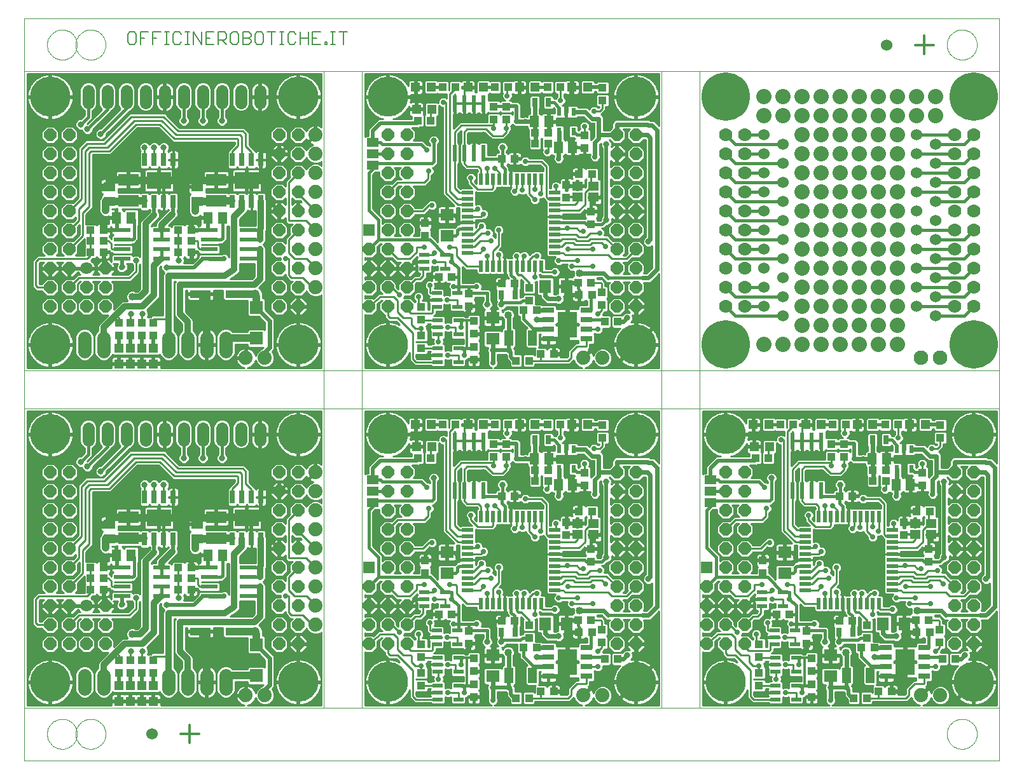
<source format=gbr>
G75*
%MOIN*%
%OFA0B0*%
%FSLAX24Y24*%
%IPPOS*%
%LPD*%
%AMOC8*
5,1,8,0,0,1.08239X$1,22.5*
%
%ADD10C,0.0010*%
%ADD11C,0.0000*%
%ADD12C,0.0060*%
%ADD13C,0.0600*%
%ADD14R,0.0591X0.0197*%
%ADD15R,0.0197X0.0591*%
%ADD16R,0.0394X0.0433*%
%ADD17R,0.0433X0.0394*%
%ADD18R,0.0512X0.0591*%
%ADD19R,0.0236X0.0866*%
%ADD20R,0.0709X0.0630*%
%ADD21R,0.0640X0.0640*%
%ADD22OC8,0.0640*%
%ADD23R,0.0315X0.0472*%
%ADD24R,0.0472X0.0472*%
%ADD25C,0.2100*%
%ADD26R,0.0630X0.0460*%
%ADD27R,0.0240X0.0390*%
%ADD28R,0.0593X0.0316*%
%ADD29R,0.1029X0.1378*%
%ADD30R,0.0630X0.0709*%
%ADD31R,0.0472X0.0787*%
%ADD32C,0.0276*%
%ADD33R,0.0551X0.0472*%
%ADD34R,0.0520X0.0220*%
%ADD35C,0.0740*%
%ADD36R,0.0669X0.0709*%
%ADD37R,0.0256X0.0689*%
%ADD38R,0.1260X0.0906*%
%ADD39R,0.0630X0.0512*%
%ADD40C,0.0712*%
%ADD41R,0.0866X0.0236*%
%ADD42R,0.1063X0.0630*%
%ADD43R,0.1102X0.0394*%
%ADD44R,0.0512X0.0630*%
%ADD45C,0.0640*%
%ADD46C,0.0640*%
%ADD47C,0.2540*%
%ADD48C,0.0700*%
%ADD49C,0.0760*%
%ADD50C,0.0280*%
%ADD51C,0.0100*%
%ADD52C,0.0240*%
%ADD53C,0.0160*%
%ADD54C,0.0400*%
%ADD55C,0.0320*%
%ADD56C,0.0200*%
%ADD57C,0.0120*%
%ADD58C,0.0480*%
%ADD59C,0.0400*%
%ADD60C,0.0320*%
%ADD61C,0.0800*%
D10*
X000233Y000105D02*
X000233Y002865D01*
X035633Y002865D01*
X035633Y018565D01*
X035633Y020565D01*
X035633Y036265D01*
X051333Y036265D01*
X051333Y020565D01*
X035633Y020565D01*
X033633Y020565D01*
X033633Y018565D01*
X035633Y018565D01*
X051333Y018565D01*
X051333Y020565D01*
X051333Y018565D02*
X051333Y002865D01*
X051333Y000105D01*
X000233Y000105D01*
X000233Y002865D02*
X000233Y018565D01*
X015933Y018565D01*
X015933Y020565D01*
X000233Y020565D01*
X000233Y018565D01*
X000233Y020565D02*
X000233Y036265D01*
X000233Y039025D01*
X000233Y036265D02*
X000233Y036265D01*
X015933Y036265D01*
X035633Y036265D01*
X033633Y036265D02*
X033633Y020565D01*
X017933Y020565D01*
X017933Y018575D01*
X017933Y018565D02*
X015933Y018565D01*
X015933Y002865D01*
X000233Y002865D01*
X017933Y002865D02*
X017933Y018565D01*
X033633Y018565D01*
X033633Y002865D01*
X017933Y002865D01*
X035633Y002865D02*
X051333Y002865D01*
X017933Y020565D02*
X015933Y020565D01*
X015933Y036265D01*
X017933Y036265D02*
X033633Y036265D01*
X017933Y036265D02*
X017933Y020565D01*
X051333Y036265D02*
X051333Y039025D01*
D11*
X000233Y039025D01*
X001416Y037645D02*
X001418Y037701D01*
X001424Y037756D01*
X001434Y037810D01*
X001447Y037864D01*
X001465Y037917D01*
X001486Y037968D01*
X001510Y038018D01*
X001538Y038066D01*
X001570Y038112D01*
X001604Y038156D01*
X001642Y038197D01*
X001682Y038235D01*
X001725Y038270D01*
X001770Y038302D01*
X001818Y038331D01*
X001867Y038357D01*
X001918Y038379D01*
X001970Y038397D01*
X002024Y038411D01*
X002079Y038422D01*
X002134Y038429D01*
X002189Y038432D01*
X002245Y038431D01*
X002300Y038426D01*
X002355Y038417D01*
X002409Y038405D01*
X002462Y038388D01*
X002514Y038368D01*
X002564Y038344D01*
X002612Y038317D01*
X002659Y038287D01*
X002703Y038253D01*
X002745Y038216D01*
X002783Y038176D01*
X002820Y038134D01*
X002853Y038089D01*
X002882Y038043D01*
X002909Y037994D01*
X002931Y037943D01*
X002951Y037891D01*
X002966Y037837D01*
X002978Y037783D01*
X002986Y037728D01*
X002990Y037673D01*
X002990Y037617D01*
X002986Y037562D01*
X002978Y037507D01*
X002966Y037453D01*
X002951Y037399D01*
X002931Y037347D01*
X002909Y037296D01*
X002882Y037247D01*
X002853Y037201D01*
X002820Y037156D01*
X002783Y037114D01*
X002745Y037074D01*
X002703Y037037D01*
X002659Y037003D01*
X002612Y036973D01*
X002564Y036946D01*
X002514Y036922D01*
X002462Y036902D01*
X002409Y036885D01*
X002355Y036873D01*
X002300Y036864D01*
X002245Y036859D01*
X002189Y036858D01*
X002134Y036861D01*
X002079Y036868D01*
X002024Y036879D01*
X001970Y036893D01*
X001918Y036911D01*
X001867Y036933D01*
X001818Y036959D01*
X001770Y036988D01*
X001725Y037020D01*
X001682Y037055D01*
X001642Y037093D01*
X001604Y037134D01*
X001570Y037178D01*
X001538Y037224D01*
X001510Y037272D01*
X001486Y037322D01*
X001465Y037373D01*
X001447Y037426D01*
X001434Y037480D01*
X001424Y037534D01*
X001418Y037589D01*
X001416Y037645D01*
X002912Y037645D02*
X002914Y037701D01*
X002920Y037756D01*
X002930Y037810D01*
X002943Y037864D01*
X002961Y037917D01*
X002982Y037968D01*
X003006Y038018D01*
X003034Y038066D01*
X003066Y038112D01*
X003100Y038156D01*
X003138Y038197D01*
X003178Y038235D01*
X003221Y038270D01*
X003266Y038302D01*
X003314Y038331D01*
X003363Y038357D01*
X003414Y038379D01*
X003466Y038397D01*
X003520Y038411D01*
X003575Y038422D01*
X003630Y038429D01*
X003685Y038432D01*
X003741Y038431D01*
X003796Y038426D01*
X003851Y038417D01*
X003905Y038405D01*
X003958Y038388D01*
X004010Y038368D01*
X004060Y038344D01*
X004108Y038317D01*
X004155Y038287D01*
X004199Y038253D01*
X004241Y038216D01*
X004279Y038176D01*
X004316Y038134D01*
X004349Y038089D01*
X004378Y038043D01*
X004405Y037994D01*
X004427Y037943D01*
X004447Y037891D01*
X004462Y037837D01*
X004474Y037783D01*
X004482Y037728D01*
X004486Y037673D01*
X004486Y037617D01*
X004482Y037562D01*
X004474Y037507D01*
X004462Y037453D01*
X004447Y037399D01*
X004427Y037347D01*
X004405Y037296D01*
X004378Y037247D01*
X004349Y037201D01*
X004316Y037156D01*
X004279Y037114D01*
X004241Y037074D01*
X004199Y037037D01*
X004155Y037003D01*
X004108Y036973D01*
X004060Y036946D01*
X004010Y036922D01*
X003958Y036902D01*
X003905Y036885D01*
X003851Y036873D01*
X003796Y036864D01*
X003741Y036859D01*
X003685Y036858D01*
X003630Y036861D01*
X003575Y036868D01*
X003520Y036879D01*
X003466Y036893D01*
X003414Y036911D01*
X003363Y036933D01*
X003314Y036959D01*
X003266Y036988D01*
X003221Y037020D01*
X003178Y037055D01*
X003138Y037093D01*
X003100Y037134D01*
X003066Y037178D01*
X003034Y037224D01*
X003006Y037272D01*
X002982Y037322D01*
X002961Y037373D01*
X002943Y037426D01*
X002930Y037480D01*
X002920Y037534D01*
X002914Y037589D01*
X002912Y037645D01*
X048577Y037645D02*
X048579Y037701D01*
X048585Y037756D01*
X048595Y037810D01*
X048608Y037864D01*
X048626Y037917D01*
X048647Y037968D01*
X048671Y038018D01*
X048699Y038066D01*
X048731Y038112D01*
X048765Y038156D01*
X048803Y038197D01*
X048843Y038235D01*
X048886Y038270D01*
X048931Y038302D01*
X048979Y038331D01*
X049028Y038357D01*
X049079Y038379D01*
X049131Y038397D01*
X049185Y038411D01*
X049240Y038422D01*
X049295Y038429D01*
X049350Y038432D01*
X049406Y038431D01*
X049461Y038426D01*
X049516Y038417D01*
X049570Y038405D01*
X049623Y038388D01*
X049675Y038368D01*
X049725Y038344D01*
X049773Y038317D01*
X049820Y038287D01*
X049864Y038253D01*
X049906Y038216D01*
X049944Y038176D01*
X049981Y038134D01*
X050014Y038089D01*
X050043Y038043D01*
X050070Y037994D01*
X050092Y037943D01*
X050112Y037891D01*
X050127Y037837D01*
X050139Y037783D01*
X050147Y037728D01*
X050151Y037673D01*
X050151Y037617D01*
X050147Y037562D01*
X050139Y037507D01*
X050127Y037453D01*
X050112Y037399D01*
X050092Y037347D01*
X050070Y037296D01*
X050043Y037247D01*
X050014Y037201D01*
X049981Y037156D01*
X049944Y037114D01*
X049906Y037074D01*
X049864Y037037D01*
X049820Y037003D01*
X049773Y036973D01*
X049725Y036946D01*
X049675Y036922D01*
X049623Y036902D01*
X049570Y036885D01*
X049516Y036873D01*
X049461Y036864D01*
X049406Y036859D01*
X049350Y036858D01*
X049295Y036861D01*
X049240Y036868D01*
X049185Y036879D01*
X049131Y036893D01*
X049079Y036911D01*
X049028Y036933D01*
X048979Y036959D01*
X048931Y036988D01*
X048886Y037020D01*
X048843Y037055D01*
X048803Y037093D01*
X048765Y037134D01*
X048731Y037178D01*
X048699Y037224D01*
X048671Y037272D01*
X048647Y037322D01*
X048626Y037373D01*
X048608Y037426D01*
X048595Y037480D01*
X048585Y037534D01*
X048579Y037589D01*
X048577Y037645D01*
X048577Y001489D02*
X048579Y001545D01*
X048585Y001600D01*
X048595Y001654D01*
X048608Y001708D01*
X048626Y001761D01*
X048647Y001812D01*
X048671Y001862D01*
X048699Y001910D01*
X048731Y001956D01*
X048765Y002000D01*
X048803Y002041D01*
X048843Y002079D01*
X048886Y002114D01*
X048931Y002146D01*
X048979Y002175D01*
X049028Y002201D01*
X049079Y002223D01*
X049131Y002241D01*
X049185Y002255D01*
X049240Y002266D01*
X049295Y002273D01*
X049350Y002276D01*
X049406Y002275D01*
X049461Y002270D01*
X049516Y002261D01*
X049570Y002249D01*
X049623Y002232D01*
X049675Y002212D01*
X049725Y002188D01*
X049773Y002161D01*
X049820Y002131D01*
X049864Y002097D01*
X049906Y002060D01*
X049944Y002020D01*
X049981Y001978D01*
X050014Y001933D01*
X050043Y001887D01*
X050070Y001838D01*
X050092Y001787D01*
X050112Y001735D01*
X050127Y001681D01*
X050139Y001627D01*
X050147Y001572D01*
X050151Y001517D01*
X050151Y001461D01*
X050147Y001406D01*
X050139Y001351D01*
X050127Y001297D01*
X050112Y001243D01*
X050092Y001191D01*
X050070Y001140D01*
X050043Y001091D01*
X050014Y001045D01*
X049981Y001000D01*
X049944Y000958D01*
X049906Y000918D01*
X049864Y000881D01*
X049820Y000847D01*
X049773Y000817D01*
X049725Y000790D01*
X049675Y000766D01*
X049623Y000746D01*
X049570Y000729D01*
X049516Y000717D01*
X049461Y000708D01*
X049406Y000703D01*
X049350Y000702D01*
X049295Y000705D01*
X049240Y000712D01*
X049185Y000723D01*
X049131Y000737D01*
X049079Y000755D01*
X049028Y000777D01*
X048979Y000803D01*
X048931Y000832D01*
X048886Y000864D01*
X048843Y000899D01*
X048803Y000937D01*
X048765Y000978D01*
X048731Y001022D01*
X048699Y001068D01*
X048671Y001116D01*
X048647Y001166D01*
X048626Y001217D01*
X048608Y001270D01*
X048595Y001324D01*
X048585Y001378D01*
X048579Y001433D01*
X048577Y001489D01*
X002912Y001489D02*
X002914Y001545D01*
X002920Y001600D01*
X002930Y001654D01*
X002943Y001708D01*
X002961Y001761D01*
X002982Y001812D01*
X003006Y001862D01*
X003034Y001910D01*
X003066Y001956D01*
X003100Y002000D01*
X003138Y002041D01*
X003178Y002079D01*
X003221Y002114D01*
X003266Y002146D01*
X003314Y002175D01*
X003363Y002201D01*
X003414Y002223D01*
X003466Y002241D01*
X003520Y002255D01*
X003575Y002266D01*
X003630Y002273D01*
X003685Y002276D01*
X003741Y002275D01*
X003796Y002270D01*
X003851Y002261D01*
X003905Y002249D01*
X003958Y002232D01*
X004010Y002212D01*
X004060Y002188D01*
X004108Y002161D01*
X004155Y002131D01*
X004199Y002097D01*
X004241Y002060D01*
X004279Y002020D01*
X004316Y001978D01*
X004349Y001933D01*
X004378Y001887D01*
X004405Y001838D01*
X004427Y001787D01*
X004447Y001735D01*
X004462Y001681D01*
X004474Y001627D01*
X004482Y001572D01*
X004486Y001517D01*
X004486Y001461D01*
X004482Y001406D01*
X004474Y001351D01*
X004462Y001297D01*
X004447Y001243D01*
X004427Y001191D01*
X004405Y001140D01*
X004378Y001091D01*
X004349Y001045D01*
X004316Y001000D01*
X004279Y000958D01*
X004241Y000918D01*
X004199Y000881D01*
X004155Y000847D01*
X004108Y000817D01*
X004060Y000790D01*
X004010Y000766D01*
X003958Y000746D01*
X003905Y000729D01*
X003851Y000717D01*
X003796Y000708D01*
X003741Y000703D01*
X003685Y000702D01*
X003630Y000705D01*
X003575Y000712D01*
X003520Y000723D01*
X003466Y000737D01*
X003414Y000755D01*
X003363Y000777D01*
X003314Y000803D01*
X003266Y000832D01*
X003221Y000864D01*
X003178Y000899D01*
X003138Y000937D01*
X003100Y000978D01*
X003066Y001022D01*
X003034Y001068D01*
X003006Y001116D01*
X002982Y001166D01*
X002961Y001217D01*
X002943Y001270D01*
X002930Y001324D01*
X002920Y001378D01*
X002914Y001433D01*
X002912Y001489D01*
X001416Y001489D02*
X001418Y001545D01*
X001424Y001600D01*
X001434Y001654D01*
X001447Y001708D01*
X001465Y001761D01*
X001486Y001812D01*
X001510Y001862D01*
X001538Y001910D01*
X001570Y001956D01*
X001604Y002000D01*
X001642Y002041D01*
X001682Y002079D01*
X001725Y002114D01*
X001770Y002146D01*
X001818Y002175D01*
X001867Y002201D01*
X001918Y002223D01*
X001970Y002241D01*
X002024Y002255D01*
X002079Y002266D01*
X002134Y002273D01*
X002189Y002276D01*
X002245Y002275D01*
X002300Y002270D01*
X002355Y002261D01*
X002409Y002249D01*
X002462Y002232D01*
X002514Y002212D01*
X002564Y002188D01*
X002612Y002161D01*
X002659Y002131D01*
X002703Y002097D01*
X002745Y002060D01*
X002783Y002020D01*
X002820Y001978D01*
X002853Y001933D01*
X002882Y001887D01*
X002909Y001838D01*
X002931Y001787D01*
X002951Y001735D01*
X002966Y001681D01*
X002978Y001627D01*
X002986Y001572D01*
X002990Y001517D01*
X002990Y001461D01*
X002986Y001406D01*
X002978Y001351D01*
X002966Y001297D01*
X002951Y001243D01*
X002931Y001191D01*
X002909Y001140D01*
X002882Y001091D01*
X002853Y001045D01*
X002820Y001000D01*
X002783Y000958D01*
X002745Y000918D01*
X002703Y000881D01*
X002659Y000847D01*
X002612Y000817D01*
X002564Y000790D01*
X002514Y000766D01*
X002462Y000746D01*
X002409Y000729D01*
X002355Y000717D01*
X002300Y000708D01*
X002245Y000703D01*
X002189Y000702D01*
X002134Y000705D01*
X002079Y000712D01*
X002024Y000723D01*
X001970Y000737D01*
X001918Y000755D01*
X001867Y000777D01*
X001818Y000803D01*
X001770Y000832D01*
X001725Y000864D01*
X001682Y000899D01*
X001642Y000937D01*
X001604Y000978D01*
X001570Y001022D01*
X001538Y001068D01*
X001510Y001116D01*
X001486Y001166D01*
X001465Y001217D01*
X001447Y001270D01*
X001434Y001324D01*
X001424Y001378D01*
X001418Y001433D01*
X001416Y001489D01*
D12*
X005764Y037673D02*
X005977Y037673D01*
X006084Y037780D01*
X006084Y038207D01*
X005977Y038313D01*
X005764Y038313D01*
X005657Y038207D01*
X005657Y037780D01*
X005764Y037673D01*
X006302Y037673D02*
X006302Y038313D01*
X006729Y038313D01*
X006946Y038313D02*
X007373Y038313D01*
X007591Y038313D02*
X007804Y038313D01*
X007697Y038313D02*
X007697Y037673D01*
X007591Y037673D02*
X007804Y037673D01*
X008020Y037780D02*
X008127Y037673D01*
X008341Y037673D01*
X008447Y037780D01*
X008665Y037673D02*
X008878Y037673D01*
X008772Y037673D02*
X008772Y038313D01*
X008878Y038313D02*
X008665Y038313D01*
X008447Y038207D02*
X008341Y038313D01*
X008127Y038313D01*
X008020Y038207D01*
X008020Y037780D01*
X007160Y037993D02*
X006946Y037993D01*
X006946Y037673D02*
X006946Y038313D01*
X006515Y037993D02*
X006302Y037993D01*
X009095Y037673D02*
X009095Y038313D01*
X009522Y037673D01*
X009522Y038313D01*
X009739Y038313D02*
X009739Y037673D01*
X010166Y037673D01*
X010384Y037673D02*
X010384Y038313D01*
X010704Y038313D01*
X010811Y038207D01*
X010811Y037993D01*
X010704Y037886D01*
X010384Y037886D01*
X010597Y037886D02*
X010811Y037673D01*
X011028Y037780D02*
X011135Y037673D01*
X011349Y037673D01*
X011455Y037780D01*
X011455Y038207D01*
X011349Y038313D01*
X011135Y038313D01*
X011028Y038207D01*
X011028Y037780D01*
X011673Y037673D02*
X011993Y037673D01*
X012100Y037780D01*
X012100Y037886D01*
X011993Y037993D01*
X011673Y037993D01*
X011673Y037673D02*
X011673Y038313D01*
X011993Y038313D01*
X012100Y038207D01*
X012100Y038100D01*
X011993Y037993D01*
X012317Y037780D02*
X012424Y037673D01*
X012638Y037673D01*
X012744Y037780D01*
X012744Y038207D01*
X012638Y038313D01*
X012424Y038313D01*
X012317Y038207D01*
X012317Y037780D01*
X012962Y038313D02*
X013389Y038313D01*
X013175Y038313D02*
X013175Y037673D01*
X013606Y037673D02*
X013820Y037673D01*
X013713Y037673D02*
X013713Y038313D01*
X013606Y038313D02*
X013820Y038313D01*
X014036Y038207D02*
X014036Y037780D01*
X014143Y037673D01*
X014356Y037673D01*
X014463Y037780D01*
X014681Y037673D02*
X014681Y038313D01*
X014463Y038207D02*
X014356Y038313D01*
X014143Y038313D01*
X014036Y038207D01*
X014681Y037993D02*
X015108Y037993D01*
X015325Y037993D02*
X015539Y037993D01*
X015325Y037673D02*
X015752Y037673D01*
X015970Y037673D02*
X016077Y037673D01*
X016077Y037780D01*
X015970Y037780D01*
X015970Y037673D01*
X016292Y037673D02*
X016506Y037673D01*
X016399Y037673D02*
X016399Y038313D01*
X016292Y038313D02*
X016506Y038313D01*
X016722Y038313D02*
X017149Y038313D01*
X016935Y038313D02*
X016935Y037673D01*
X015752Y038313D02*
X015325Y038313D01*
X015325Y037673D01*
X015108Y037673D02*
X015108Y038313D01*
X010166Y038313D02*
X009739Y038313D01*
X009739Y037993D02*
X009953Y037993D01*
D13*
X038983Y032915D03*
X038983Y031915D03*
X039983Y031415D03*
X039983Y030415D03*
X038983Y029915D03*
X038983Y028915D03*
X039983Y028415D03*
X039983Y029415D03*
X038983Y027915D03*
X038983Y026915D03*
X039983Y026415D03*
X039983Y027415D03*
X038983Y025915D03*
X038983Y024915D03*
X039983Y024415D03*
X039983Y025415D03*
X038983Y023915D03*
X039983Y023415D03*
X046983Y023915D03*
X047983Y024415D03*
X047983Y025415D03*
X046983Y024915D03*
X046983Y025915D03*
X047983Y026415D03*
X047983Y027415D03*
X046983Y026915D03*
X046983Y027915D03*
X047983Y028415D03*
X047983Y029415D03*
X046983Y028915D03*
X046983Y029915D03*
X047983Y030415D03*
X047983Y031415D03*
X046983Y031915D03*
X046983Y032915D03*
X047983Y032415D03*
X046983Y030915D03*
X039983Y032415D03*
X038983Y030915D03*
X045430Y037643D03*
X047983Y023415D03*
X006926Y001487D03*
D14*
X023450Y009040D03*
X023450Y009355D03*
X023450Y009670D03*
X023450Y009985D03*
X023450Y010300D03*
X023450Y010615D03*
X023450Y010930D03*
X023450Y011245D03*
X023450Y011560D03*
X023450Y011875D03*
X023450Y012190D03*
X028017Y012190D03*
X028017Y011875D03*
X028017Y011560D03*
X028017Y011245D03*
X028017Y010930D03*
X028017Y010615D03*
X028017Y010300D03*
X028017Y009985D03*
X028017Y009670D03*
X028017Y009355D03*
X028017Y009040D03*
X041150Y009040D03*
X041150Y009355D03*
X041150Y009670D03*
X041150Y009985D03*
X041150Y010300D03*
X041150Y010615D03*
X041150Y010930D03*
X041150Y011245D03*
X041150Y011560D03*
X041150Y011875D03*
X041150Y012190D03*
X045717Y012190D03*
X045717Y011875D03*
X045717Y011560D03*
X045717Y011245D03*
X045717Y010930D03*
X045717Y010615D03*
X045717Y010300D03*
X045717Y009985D03*
X045717Y009670D03*
X045717Y009355D03*
X045717Y009040D03*
X028017Y026740D03*
X028017Y027055D03*
X028017Y027370D03*
X028017Y027685D03*
X028017Y028000D03*
X028017Y028315D03*
X028017Y028630D03*
X028017Y028945D03*
X028017Y029260D03*
X028017Y029575D03*
X028017Y029890D03*
X023450Y029890D03*
X023450Y029575D03*
X023450Y029260D03*
X023450Y028945D03*
X023450Y028630D03*
X023450Y028315D03*
X023450Y028000D03*
X023450Y027685D03*
X023450Y027370D03*
X023450Y027055D03*
X023450Y026740D03*
D15*
X024159Y026032D03*
X024473Y026032D03*
X024788Y026032D03*
X025103Y026032D03*
X025418Y026032D03*
X025733Y026032D03*
X026048Y026032D03*
X026363Y026032D03*
X026678Y026032D03*
X026993Y026032D03*
X027308Y026032D03*
X027308Y030598D03*
X026993Y030598D03*
X026678Y030598D03*
X026363Y030598D03*
X026048Y030598D03*
X025733Y030598D03*
X025418Y030598D03*
X025103Y030598D03*
X024788Y030598D03*
X024473Y030598D03*
X024159Y030598D03*
X024159Y012898D03*
X024473Y012898D03*
X024788Y012898D03*
X025103Y012898D03*
X025418Y012898D03*
X025733Y012898D03*
X026048Y012898D03*
X026363Y012898D03*
X026678Y012898D03*
X026993Y012898D03*
X027308Y012898D03*
X027308Y008332D03*
X026993Y008332D03*
X026678Y008332D03*
X026363Y008332D03*
X026048Y008332D03*
X025733Y008332D03*
X025418Y008332D03*
X025103Y008332D03*
X024788Y008332D03*
X024473Y008332D03*
X024159Y008332D03*
X041859Y008332D03*
X042173Y008332D03*
X042488Y008332D03*
X042803Y008332D03*
X043118Y008332D03*
X043433Y008332D03*
X043748Y008332D03*
X044063Y008332D03*
X044378Y008332D03*
X044693Y008332D03*
X045008Y008332D03*
X045008Y012898D03*
X044693Y012898D03*
X044378Y012898D03*
X044063Y012898D03*
X043748Y012898D03*
X043433Y012898D03*
X043118Y012898D03*
X042803Y012898D03*
X042488Y012898D03*
X042173Y012898D03*
X041859Y012898D03*
D16*
X044699Y014765D03*
X045368Y014765D03*
X046333Y012600D03*
X046333Y011930D03*
X047633Y011200D03*
X047633Y010530D03*
X047618Y007465D03*
X046949Y007465D03*
X048183Y006950D03*
X048183Y006280D03*
X048349Y005415D03*
X049018Y005415D03*
X045668Y003715D03*
X044999Y003715D03*
X044368Y003365D03*
X043699Y003365D03*
X041483Y003430D03*
X041483Y004100D03*
X041483Y004780D03*
X041483Y005450D03*
X041233Y006230D03*
X041233Y006900D03*
X038933Y009930D03*
X038933Y010600D03*
X039218Y015965D03*
X038549Y015965D03*
X039849Y017715D03*
X040518Y017715D03*
X042599Y017715D03*
X043268Y017715D03*
X045349Y017715D03*
X046018Y017715D03*
X031318Y023115D03*
X030649Y023115D03*
X030483Y023980D03*
X030483Y024650D03*
X029918Y025165D03*
X029249Y025165D03*
X029933Y028230D03*
X029933Y028900D03*
X028633Y029630D03*
X028633Y030300D03*
X027668Y032465D03*
X026999Y032465D03*
X027649Y035415D03*
X028318Y035415D03*
X025568Y035415D03*
X024899Y035415D03*
X022818Y035415D03*
X022149Y035415D03*
X021518Y033665D03*
X020849Y033665D03*
X021233Y028300D03*
X021233Y027630D03*
X023533Y024600D03*
X023533Y023930D03*
X023783Y023150D03*
X023783Y022480D03*
X023783Y021800D03*
X023783Y021130D03*
X025999Y021065D03*
X026668Y021065D03*
X027299Y021415D03*
X027968Y021415D03*
X027649Y017715D03*
X028318Y017715D03*
X025568Y017715D03*
X024899Y017715D03*
X022818Y017715D03*
X022149Y017715D03*
X021518Y015965D03*
X020849Y015965D03*
X026999Y014765D03*
X027668Y014765D03*
X028633Y012600D03*
X028633Y011930D03*
X029933Y011200D03*
X029933Y010530D03*
X029918Y007465D03*
X030483Y006950D03*
X030483Y006280D03*
X030649Y005415D03*
X031318Y005415D03*
X029249Y007465D03*
X027968Y003715D03*
X027299Y003715D03*
X026668Y003365D03*
X025999Y003365D03*
X023783Y003430D03*
X023783Y004100D03*
X023783Y004780D03*
X023783Y005450D03*
X023533Y006230D03*
X023533Y006900D03*
X021233Y009930D03*
X021233Y010600D03*
X008968Y009665D03*
X008968Y009065D03*
X008299Y009065D03*
X008299Y009665D03*
X004368Y009665D03*
X004368Y009065D03*
X003699Y009065D03*
X003699Y009665D03*
X003699Y026765D03*
X003699Y027365D03*
X004368Y027365D03*
X004368Y026765D03*
X008299Y026765D03*
X008968Y026765D03*
X008968Y027365D03*
X008299Y027365D03*
D17*
X008299Y027915D03*
X008968Y027915D03*
X004368Y027915D03*
X003699Y027915D03*
X005183Y023050D03*
X005783Y023050D03*
X006383Y023050D03*
X006983Y023050D03*
X006983Y022380D03*
X006383Y022380D03*
X005783Y022380D03*
X005183Y022380D03*
X021033Y022400D03*
X021033Y021730D03*
X021033Y023230D03*
X021033Y023900D03*
X021949Y025465D03*
X022618Y025465D03*
X025249Y025115D03*
X025918Y025115D03*
X026683Y024900D03*
X026683Y024230D03*
X026399Y023715D03*
X027068Y023715D03*
X029299Y024515D03*
X029968Y024515D03*
X029968Y030865D03*
X029299Y030865D03*
X029583Y032230D03*
X029583Y032900D03*
X027668Y033015D03*
X026999Y033015D03*
X025483Y033730D03*
X024833Y033730D03*
X024833Y034400D03*
X025483Y034400D03*
X025249Y031665D03*
X025918Y031665D03*
X030533Y034730D03*
X030533Y035400D03*
X030533Y017700D03*
X030533Y017030D03*
X029583Y015200D03*
X029583Y014530D03*
X029299Y013165D03*
X029968Y013165D03*
X027668Y015315D03*
X026999Y015315D03*
X025483Y016030D03*
X024833Y016030D03*
X024833Y016700D03*
X025483Y016700D03*
X025249Y013965D03*
X025918Y013965D03*
X022618Y007765D03*
X021949Y007765D03*
X021033Y006200D03*
X021033Y005530D03*
X021033Y004700D03*
X021033Y004030D03*
X025249Y007415D03*
X025918Y007415D03*
X026683Y007200D03*
X026683Y006530D03*
X026399Y006015D03*
X027068Y006015D03*
X029299Y006815D03*
X029968Y006815D03*
X038733Y006200D03*
X038733Y005530D03*
X038733Y004700D03*
X038733Y004030D03*
X042949Y007415D03*
X043618Y007415D03*
X044383Y007200D03*
X044383Y006530D03*
X044099Y006015D03*
X044768Y006015D03*
X046999Y006815D03*
X047668Y006815D03*
X040318Y007765D03*
X039649Y007765D03*
X046999Y013165D03*
X047668Y013165D03*
X047283Y014530D03*
X047283Y015200D03*
X045368Y015315D03*
X044699Y015315D03*
X043183Y016030D03*
X042533Y016030D03*
X042533Y016700D03*
X043183Y016700D03*
X042949Y013965D03*
X043618Y013965D03*
X048233Y017030D03*
X048233Y017700D03*
X008968Y010215D03*
X008299Y010215D03*
X004368Y010215D03*
X003699Y010215D03*
X005183Y005350D03*
X005783Y005350D03*
X006383Y005350D03*
X006983Y005350D03*
X006983Y004680D03*
X006383Y004680D03*
X005783Y004680D03*
X005183Y004680D03*
D18*
X026959Y015915D03*
X027707Y015915D03*
X028209Y014565D03*
X028957Y014565D03*
X044659Y015915D03*
X045407Y015915D03*
X045909Y014565D03*
X046657Y014565D03*
X028957Y032265D03*
X028209Y032265D03*
X027707Y033615D03*
X026959Y033615D03*
D19*
X024283Y034576D03*
X023783Y034576D03*
X023283Y034576D03*
X022783Y034576D03*
X022783Y031954D03*
X023283Y031954D03*
X023783Y031954D03*
X024283Y031954D03*
X024283Y016876D03*
X023783Y016876D03*
X023283Y016876D03*
X022783Y016876D03*
X022783Y014254D03*
X023283Y014254D03*
X023783Y014254D03*
X024283Y014254D03*
X040483Y014254D03*
X040983Y014254D03*
X041483Y014254D03*
X041983Y014254D03*
X041983Y016876D03*
X041483Y016876D03*
X040983Y016876D03*
X040483Y016876D03*
D20*
X040083Y011016D03*
X040083Y009914D03*
X042483Y005616D03*
X042483Y004514D03*
X024783Y004514D03*
X024783Y005616D03*
X022383Y009914D03*
X022383Y011016D03*
X024783Y022214D03*
X024783Y023316D03*
X022383Y027614D03*
X022383Y028716D03*
D21*
X018283Y027915D03*
X018283Y010215D03*
X035983Y010215D03*
D22*
X035983Y009215D03*
X036983Y009215D03*
X036983Y010215D03*
X037983Y010215D03*
X037983Y009215D03*
X037983Y008215D03*
X036983Y008215D03*
X035983Y008215D03*
X035983Y007215D03*
X036983Y007215D03*
X037983Y007215D03*
X037983Y006215D03*
X036983Y006215D03*
X035983Y006215D03*
X032283Y006215D03*
X031283Y006215D03*
X031283Y007215D03*
X031283Y008215D03*
X032283Y008215D03*
X032283Y007215D03*
X032283Y009215D03*
X031283Y009215D03*
X031283Y010215D03*
X032283Y010215D03*
X032283Y011215D03*
X031283Y011215D03*
X031283Y012215D03*
X031283Y013215D03*
X032283Y013215D03*
X032283Y012215D03*
X032283Y014215D03*
X031283Y014215D03*
X031283Y015215D03*
X032283Y015215D03*
X036983Y015215D03*
X036983Y014215D03*
X037983Y014215D03*
X037983Y015215D03*
X037983Y013215D03*
X036983Y013215D03*
X036983Y012215D03*
X037983Y012215D03*
X037983Y011215D03*
X036983Y011215D03*
X048983Y011215D03*
X049983Y011215D03*
X049983Y010215D03*
X048983Y010215D03*
X048983Y009215D03*
X049983Y009215D03*
X049983Y008215D03*
X048983Y008215D03*
X048983Y007215D03*
X049983Y007215D03*
X049983Y006215D03*
X048983Y006215D03*
X048983Y012215D03*
X048983Y013215D03*
X049983Y013215D03*
X049983Y012215D03*
X049983Y014215D03*
X048983Y014215D03*
X048983Y015215D03*
X049983Y015215D03*
X032283Y023915D03*
X031283Y023915D03*
X031283Y024915D03*
X031283Y025915D03*
X032283Y025915D03*
X032283Y024915D03*
X032283Y026915D03*
X031283Y026915D03*
X031283Y027915D03*
X032283Y027915D03*
X032283Y028915D03*
X031283Y028915D03*
X031283Y029915D03*
X032283Y029915D03*
X032283Y030915D03*
X031283Y030915D03*
X031283Y031915D03*
X031283Y032915D03*
X032283Y032915D03*
X032283Y031915D03*
X020283Y031915D03*
X019283Y031915D03*
X019283Y032915D03*
X020283Y032915D03*
X020283Y030915D03*
X019283Y030915D03*
X019283Y029915D03*
X019283Y028915D03*
X020283Y028915D03*
X020283Y029915D03*
X020283Y027915D03*
X019283Y027915D03*
X019283Y026915D03*
X018283Y026915D03*
X018283Y025915D03*
X018283Y024915D03*
X019283Y024915D03*
X019283Y025915D03*
X020283Y025915D03*
X020283Y024915D03*
X020283Y023915D03*
X019283Y023915D03*
X018283Y023915D03*
X014583Y023915D03*
X013583Y023915D03*
X013583Y024915D03*
X014583Y024915D03*
X014583Y025915D03*
X013583Y025915D03*
X013583Y026915D03*
X014583Y026915D03*
X014583Y027915D03*
X013583Y027915D03*
X013583Y028915D03*
X014583Y028915D03*
X014583Y029915D03*
X013583Y029915D03*
X013583Y030915D03*
X014583Y030915D03*
X014583Y031915D03*
X013583Y031915D03*
X013583Y032915D03*
X014583Y032915D03*
X020283Y026915D03*
X004483Y025915D03*
X004483Y024915D03*
X003483Y024915D03*
X002583Y024915D03*
X001583Y024915D03*
X001583Y025915D03*
X002583Y025915D03*
X002583Y026915D03*
X001583Y026915D03*
X001583Y027915D03*
X002583Y027915D03*
X002583Y028915D03*
X001583Y028915D03*
X001583Y029915D03*
X002583Y029915D03*
X002583Y030915D03*
X001583Y030915D03*
X001583Y031915D03*
X001583Y032915D03*
X002583Y032915D03*
X002583Y031915D03*
X002583Y023915D03*
X003483Y023915D03*
X004483Y023915D03*
X001583Y023915D03*
X001583Y015215D03*
X001583Y014215D03*
X002583Y014215D03*
X002583Y015215D03*
X002583Y013215D03*
X001583Y013215D03*
X001583Y012215D03*
X002583Y012215D03*
X002583Y011215D03*
X001583Y011215D03*
X001583Y010215D03*
X001583Y009215D03*
X002583Y009215D03*
X002583Y010215D03*
X002583Y008215D03*
X001583Y008215D03*
X001583Y007215D03*
X002583Y007215D03*
X003483Y007215D03*
X004483Y007215D03*
X004483Y008215D03*
X004483Y006215D03*
X003483Y006215D03*
X002583Y006215D03*
X001583Y006215D03*
X013583Y006215D03*
X014583Y006215D03*
X014583Y007215D03*
X013583Y007215D03*
X013583Y008215D03*
X014583Y008215D03*
X014583Y009215D03*
X013583Y009215D03*
X013583Y010215D03*
X014583Y010215D03*
X014583Y011215D03*
X013583Y011215D03*
X013583Y012215D03*
X014583Y012215D03*
X014583Y013215D03*
X013583Y013215D03*
X013583Y014215D03*
X014583Y014215D03*
X014583Y015215D03*
X013583Y015215D03*
X019283Y015215D03*
X019283Y014215D03*
X020283Y014215D03*
X020283Y015215D03*
X020283Y013215D03*
X019283Y013215D03*
X019283Y012215D03*
X020283Y012215D03*
X020283Y011215D03*
X019283Y011215D03*
X019283Y010215D03*
X019283Y009215D03*
X018283Y009215D03*
X018283Y008215D03*
X018283Y007215D03*
X019283Y007215D03*
X019283Y008215D03*
X020283Y008215D03*
X020283Y007215D03*
X020283Y006215D03*
X019283Y006215D03*
X018283Y006215D03*
X020283Y009215D03*
X020283Y010215D03*
D23*
X025229Y006815D03*
X025938Y006815D03*
X026979Y016915D03*
X027688Y016915D03*
X025938Y024515D03*
X025229Y024515D03*
X026979Y034615D03*
X027688Y034615D03*
X044679Y016915D03*
X045388Y016915D03*
X043638Y006815D03*
X042929Y006815D03*
D24*
X039297Y016565D03*
X038470Y016565D03*
X038420Y017715D03*
X039247Y017715D03*
X041170Y017715D03*
X041997Y017715D03*
X043870Y017715D03*
X044697Y017715D03*
X046620Y017715D03*
X047447Y017715D03*
X029747Y017715D03*
X028920Y017715D03*
X026997Y017715D03*
X026170Y017715D03*
X024297Y017715D03*
X023470Y017715D03*
X021547Y017715D03*
X020720Y017715D03*
X020770Y016565D03*
X021597Y016565D03*
X006983Y020902D03*
X006383Y020902D03*
X005783Y020902D03*
X005183Y020902D03*
X005183Y021728D03*
X005783Y021728D03*
X006383Y021728D03*
X006983Y021728D03*
X020770Y034265D03*
X021597Y034265D03*
X021547Y035415D03*
X020720Y035415D03*
X023470Y035415D03*
X024297Y035415D03*
X026170Y035415D03*
X026997Y035415D03*
X028920Y035415D03*
X029747Y035415D03*
X006983Y004028D03*
X006383Y004028D03*
X005783Y004028D03*
X005183Y004028D03*
X005183Y003202D03*
X005783Y003202D03*
X006383Y003202D03*
X006983Y003202D03*
D25*
X001583Y004215D03*
X014583Y004215D03*
X019283Y004215D03*
X032283Y004215D03*
X036983Y004215D03*
X049983Y004215D03*
X049983Y017215D03*
X036983Y017215D03*
X032283Y017215D03*
X032283Y021915D03*
X019283Y021915D03*
X014583Y021915D03*
X014583Y017215D03*
X019283Y017215D03*
X001583Y017215D03*
X001583Y021915D03*
X001583Y034915D03*
X014583Y034915D03*
X019283Y034915D03*
X032283Y034915D03*
D26*
X018483Y032515D03*
X018483Y031915D03*
X018483Y031315D03*
X018483Y014815D03*
X018483Y014215D03*
X018483Y013615D03*
X036183Y013615D03*
X036183Y014215D03*
X036183Y014815D03*
D27*
X029003Y015400D03*
X028263Y015400D03*
X028263Y016430D03*
X028633Y016430D03*
X029003Y016430D03*
X045963Y016430D03*
X046333Y016430D03*
X046703Y016430D03*
X046703Y015400D03*
X045963Y015400D03*
X029003Y033100D03*
X028263Y033100D03*
X028263Y034130D03*
X028633Y034130D03*
X029003Y034130D03*
D28*
X029683Y023715D03*
X029683Y023215D03*
X029683Y022715D03*
X029683Y022215D03*
X027683Y022215D03*
X027683Y022715D03*
X027683Y023215D03*
X027683Y023715D03*
X027683Y006015D03*
X027683Y005515D03*
X027683Y005015D03*
X027683Y004515D03*
X029683Y004515D03*
X029683Y005015D03*
X029683Y005515D03*
X029683Y006015D03*
X045383Y006015D03*
X045383Y005515D03*
X045383Y005015D03*
X045383Y004515D03*
X047383Y004515D03*
X047383Y005015D03*
X047383Y005515D03*
X047383Y006015D03*
D29*
X046383Y005265D03*
X028683Y005265D03*
X028683Y022965D03*
D30*
X028635Y024965D03*
X027532Y024965D03*
X027532Y007265D03*
X028635Y007265D03*
X045232Y007265D03*
X046335Y007265D03*
D31*
X044563Y004565D03*
X043303Y004565D03*
X026863Y004565D03*
X025603Y004565D03*
X025603Y022265D03*
X026863Y022265D03*
D32*
X024783Y020965D03*
X026033Y015915D03*
X024783Y003265D03*
X042483Y003265D03*
X043733Y015915D03*
X026033Y033615D03*
D33*
X029200Y030241D03*
X029200Y029650D03*
X030066Y029650D03*
X030066Y030241D03*
X030066Y012541D03*
X030066Y011950D03*
X029200Y011950D03*
X029200Y012541D03*
X046900Y012541D03*
X046900Y011950D03*
X047766Y011950D03*
X047766Y012541D03*
D34*
X040623Y006935D03*
X040623Y006195D03*
X040673Y005485D03*
X040673Y004745D03*
X040673Y004035D03*
X040673Y003295D03*
X039593Y003295D03*
X039593Y003665D03*
X039593Y004035D03*
X039593Y004745D03*
X039593Y005115D03*
X039593Y005485D03*
X039543Y006195D03*
X039543Y006565D03*
X039543Y006935D03*
X039973Y008195D03*
X039973Y008935D03*
X038893Y008935D03*
X038893Y008565D03*
X038893Y008195D03*
X022923Y006935D03*
X022923Y006195D03*
X022973Y005485D03*
X022973Y004745D03*
X022973Y004035D03*
X022973Y003295D03*
X021893Y003295D03*
X021893Y003665D03*
X021893Y004035D03*
X021893Y004745D03*
X021893Y005115D03*
X021893Y005485D03*
X021843Y006195D03*
X021843Y006565D03*
X021843Y006935D03*
X022273Y008195D03*
X022273Y008935D03*
X021193Y008935D03*
X021193Y008565D03*
X021193Y008195D03*
X021893Y020995D03*
X021893Y021365D03*
X021893Y021735D03*
X021893Y022445D03*
X021893Y022815D03*
X021893Y023185D03*
X021843Y023895D03*
X021843Y024265D03*
X021843Y024635D03*
X022923Y024635D03*
X022923Y023895D03*
X022973Y023185D03*
X022973Y022445D03*
X022973Y021735D03*
X022973Y020995D03*
X022273Y025895D03*
X022273Y026635D03*
X021193Y026635D03*
X021193Y026265D03*
X021193Y025895D03*
D35*
X015483Y025915D03*
X015483Y024915D03*
X015483Y026915D03*
X015483Y027915D03*
X015483Y028915D03*
X015483Y029915D03*
X015483Y030915D03*
X015483Y031915D03*
X015483Y032915D03*
X012833Y021215D03*
X011833Y021215D03*
X015483Y015215D03*
X015483Y014215D03*
X015483Y013215D03*
X015483Y012215D03*
X015483Y011215D03*
X015483Y010215D03*
X015483Y009215D03*
X015483Y008215D03*
X015483Y007215D03*
X012833Y003515D03*
X011833Y003515D03*
X029533Y003515D03*
X030533Y003515D03*
X047233Y003515D03*
X048233Y003515D03*
X030533Y021215D03*
X029533Y021215D03*
D36*
X012383Y022258D03*
X012383Y023872D03*
X012383Y006172D03*
X012383Y004558D03*
D37*
X012133Y011713D03*
X011633Y011713D03*
X011133Y011713D03*
X012633Y011713D03*
X012633Y013917D03*
X012133Y013917D03*
X011633Y013917D03*
X011133Y013917D03*
X008033Y013917D03*
X007533Y013917D03*
X007033Y013917D03*
X006533Y013917D03*
X006533Y011713D03*
X007033Y011713D03*
X007533Y011713D03*
X008033Y011713D03*
X008033Y029413D03*
X007533Y029413D03*
X007033Y029413D03*
X006533Y029413D03*
X006533Y031617D03*
X007033Y031617D03*
X007533Y031617D03*
X008033Y031617D03*
X011133Y031617D03*
X011633Y031617D03*
X012133Y031617D03*
X012633Y031617D03*
X012633Y029413D03*
X012133Y029413D03*
X011633Y029413D03*
X011133Y029413D03*
D38*
X011883Y030515D03*
X007283Y030515D03*
X007283Y012815D03*
X011883Y012815D03*
D39*
X009283Y012509D03*
X009283Y011721D03*
X004683Y011721D03*
X004683Y012509D03*
X004683Y029421D03*
X004683Y030209D03*
X009283Y030209D03*
X009283Y029421D03*
D40*
X008783Y022271D02*
X008783Y021559D01*
X007783Y021559D02*
X007783Y022271D01*
X009783Y022271D02*
X009783Y021559D01*
X010783Y021559D02*
X010783Y022271D01*
X004383Y022271D02*
X004383Y021559D01*
X003383Y021559D02*
X003383Y022271D01*
X003383Y004571D02*
X003383Y003859D01*
X004383Y003859D02*
X004383Y004571D01*
X007783Y004571D02*
X007783Y003859D01*
X008783Y003859D02*
X008783Y004571D01*
X009783Y004571D02*
X009783Y003859D01*
X010783Y003859D02*
X010783Y004571D01*
D41*
X009910Y008715D03*
X009910Y009215D03*
X009910Y009715D03*
X009910Y010215D03*
X011957Y010215D03*
X011957Y009715D03*
X011957Y009215D03*
X011957Y008715D03*
X007407Y008715D03*
X007407Y009215D03*
X007407Y009715D03*
X007407Y010215D03*
X005360Y010215D03*
X005360Y009715D03*
X005360Y009215D03*
X005360Y008715D03*
X005360Y026415D03*
X005360Y026915D03*
X005360Y027415D03*
X005360Y027915D03*
X007407Y027915D03*
X007407Y027415D03*
X007407Y026915D03*
X007407Y026415D03*
X009910Y026415D03*
X009910Y026915D03*
X009910Y027415D03*
X009910Y027915D03*
X011957Y027915D03*
X011957Y027415D03*
X011957Y026915D03*
X011957Y026415D03*
D42*
X010283Y029464D03*
X010283Y030566D03*
X005683Y030566D03*
X005683Y029464D03*
X005683Y012866D03*
X005683Y011764D03*
X010283Y011764D03*
X010283Y012866D03*
D43*
X009458Y006865D03*
X011309Y006865D03*
X011309Y024565D03*
X009458Y024565D03*
D44*
X009840Y028565D03*
X010627Y028565D03*
X005827Y028565D03*
X005040Y028565D03*
X005040Y010865D03*
X005827Y010865D03*
X009840Y010865D03*
X010627Y010865D03*
D45*
X003483Y008215D03*
X003483Y025915D03*
D46*
X003583Y017535D02*
X003583Y016895D01*
X004583Y016895D02*
X004583Y017535D01*
X005583Y017535D02*
X005583Y016895D01*
X006583Y016895D02*
X006583Y017535D01*
X007583Y017535D02*
X007583Y016895D01*
X008583Y016895D02*
X008583Y017535D01*
X009583Y017535D02*
X009583Y016895D01*
X010583Y016895D02*
X010583Y017535D01*
X011583Y017535D02*
X011583Y016895D01*
X012583Y016895D02*
X012583Y017535D01*
X012583Y034595D02*
X012583Y035235D01*
X011583Y035235D02*
X011583Y034595D01*
X010583Y034595D02*
X010583Y035235D01*
X009583Y035235D02*
X009583Y034595D01*
X008583Y034595D02*
X008583Y035235D01*
X007583Y035235D02*
X007583Y034595D01*
X006583Y034595D02*
X006583Y035235D01*
X005583Y035235D02*
X005583Y034595D01*
X004583Y034595D02*
X004583Y035235D01*
X003583Y035235D02*
X003583Y034595D01*
D47*
X036983Y034915D03*
X049983Y034915D03*
X049983Y021915D03*
X036983Y021915D03*
D48*
X036983Y023915D03*
X037983Y023915D03*
X037983Y024915D03*
X036983Y024915D03*
X036983Y025915D03*
X037983Y025915D03*
X037983Y026915D03*
X036983Y026915D03*
X036983Y027915D03*
X037983Y027915D03*
X037983Y028915D03*
X036983Y028915D03*
X036983Y029915D03*
X037983Y029915D03*
X037983Y030915D03*
X036983Y030915D03*
X036983Y031915D03*
X036983Y032915D03*
X037983Y032915D03*
X037983Y031915D03*
X048983Y031915D03*
X048983Y032915D03*
X049983Y032915D03*
X049983Y031915D03*
X049983Y030915D03*
X048983Y030915D03*
X048983Y029915D03*
X048983Y028915D03*
X049983Y028915D03*
X049983Y029915D03*
X049983Y027915D03*
X048983Y027915D03*
X048983Y026915D03*
X049983Y026915D03*
X049983Y025915D03*
X048983Y025915D03*
X048983Y024915D03*
X049983Y024915D03*
X049983Y023915D03*
X048983Y023915D03*
D49*
X048233Y021215D03*
X047233Y021215D03*
D50*
X046583Y018215D03*
X046033Y017015D03*
X045983Y015915D03*
X046333Y015915D03*
X046683Y015915D03*
X047283Y015665D03*
X046633Y014965D03*
X045933Y013965D03*
X045333Y014315D03*
X044183Y013815D03*
X042583Y013465D03*
X042183Y013465D03*
X041333Y012965D03*
X040883Y012615D03*
X039733Y012665D03*
X039133Y013315D03*
X039033Y014415D03*
X039733Y015515D03*
X040583Y016115D03*
X041483Y016115D03*
X042533Y015565D03*
X043183Y015565D03*
X044183Y015915D03*
X043233Y017265D03*
X043883Y018215D03*
X039883Y016915D03*
X038433Y017115D03*
X036383Y012615D03*
X037483Y011715D03*
X039083Y012065D03*
X039283Y011515D03*
X041683Y011315D03*
X041983Y011065D03*
X041883Y010415D03*
X042233Y010065D03*
X042383Y009665D03*
X041983Y009215D03*
X042183Y008865D03*
X042783Y008915D03*
X043283Y009115D03*
X043733Y008865D03*
X044133Y008865D03*
X044783Y008865D03*
X045933Y008615D03*
X045733Y008015D03*
X046633Y008315D03*
X046933Y008615D03*
X046433Y009215D03*
X047233Y010165D03*
X048083Y010065D03*
X048383Y009365D03*
X047733Y009215D03*
X047733Y008315D03*
X046383Y006515D03*
X046383Y006215D03*
X046383Y005715D03*
X046383Y005265D03*
X046383Y004765D03*
X046183Y004065D03*
X046633Y003115D03*
X048933Y003115D03*
X047983Y005015D03*
X047983Y005815D03*
X050983Y005215D03*
X044693Y007775D03*
X042583Y006165D03*
X042833Y005065D03*
X042983Y003465D03*
X040983Y003665D03*
X040133Y003665D03*
X040133Y004115D03*
X039633Y004365D03*
X039183Y004315D03*
X039083Y003615D03*
X038683Y003565D03*
X037933Y003265D03*
X038733Y005065D03*
X039133Y005115D03*
X040133Y005115D03*
X040833Y005115D03*
X040083Y005715D03*
X040083Y006565D03*
X039033Y006615D03*
X038583Y006715D03*
X039183Y007315D03*
X039133Y007765D03*
X039433Y008565D03*
X039433Y009015D03*
X038883Y009315D03*
X038383Y008565D03*
X037583Y006815D03*
X040433Y007265D03*
X041633Y007265D03*
X040333Y008565D03*
X040233Y009315D03*
X042783Y010215D03*
X042333Y011965D03*
X043633Y012265D03*
X044033Y012315D03*
X044683Y012365D03*
X044983Y012115D03*
X044683Y011815D03*
X045133Y011115D03*
X046383Y010315D03*
X045083Y009915D03*
X048066Y011215D03*
X045783Y012515D03*
X047283Y013665D03*
X047833Y014065D03*
X047783Y016465D03*
X048983Y016315D03*
X048983Y018215D03*
X033283Y022915D03*
X031233Y020815D03*
X028933Y020815D03*
X028483Y021765D03*
X028683Y022465D03*
X028683Y022965D03*
X028683Y023415D03*
X028683Y023915D03*
X028683Y024215D03*
X030283Y023515D03*
X030283Y022715D03*
X026993Y025475D03*
X028033Y025715D03*
X028233Y026315D03*
X028933Y026015D03*
X029233Y026315D03*
X028733Y026915D03*
X029533Y027865D03*
X030383Y027765D03*
X030683Y027065D03*
X030033Y026915D03*
X030033Y026015D03*
X028683Y028015D03*
X027383Y027615D03*
X027083Y026565D03*
X026433Y026565D03*
X026033Y026565D03*
X025583Y026815D03*
X025083Y026615D03*
X024483Y026565D03*
X024283Y026915D03*
X024683Y027365D03*
X024533Y027765D03*
X024183Y028115D03*
X024283Y028765D03*
X023983Y029015D03*
X024633Y029665D03*
X025933Y029965D03*
X026333Y030015D03*
X026983Y030065D03*
X027283Y029815D03*
X026983Y029515D03*
X027433Y028815D03*
X028083Y030215D03*
X029583Y031365D03*
X030133Y031765D03*
X028933Y032665D03*
X029583Y033365D03*
X028983Y033615D03*
X028633Y033615D03*
X028283Y033615D03*
X028333Y034715D03*
X028883Y035915D03*
X031283Y035915D03*
X031283Y034015D03*
X030083Y034165D03*
X027633Y032015D03*
X028233Y031665D03*
X026483Y031515D03*
X024883Y031165D03*
X024483Y031165D03*
X023633Y030665D03*
X023183Y030315D03*
X022033Y030365D03*
X021433Y031015D03*
X021333Y032115D03*
X022033Y033215D03*
X022883Y033815D03*
X023783Y033815D03*
X024833Y033265D03*
X025483Y033265D03*
X026483Y033615D03*
X025533Y034965D03*
X026183Y035915D03*
X022183Y034615D03*
X020733Y034815D03*
X018683Y030315D03*
X019783Y029415D03*
X021383Y029765D03*
X021583Y029215D03*
X021183Y027015D03*
X021733Y026715D03*
X021733Y026265D03*
X022633Y026265D03*
X022533Y027015D03*
X020683Y026265D03*
X021433Y025465D03*
X021483Y025015D03*
X020883Y024415D03*
X021333Y024315D03*
X022383Y024265D03*
X022733Y024965D03*
X023933Y024965D03*
X024883Y023865D03*
X025133Y022765D03*
X025283Y021165D03*
X023283Y021365D03*
X022433Y021365D03*
X022433Y021815D03*
X021933Y022065D03*
X021483Y022015D03*
X021383Y021315D03*
X020983Y021265D03*
X020233Y020965D03*
X021033Y022765D03*
X021433Y022815D03*
X022433Y022815D03*
X023133Y022815D03*
X022383Y023415D03*
X019883Y024515D03*
X025083Y027915D03*
X030366Y028915D03*
X031283Y018215D03*
X028883Y018215D03*
X028333Y017015D03*
X028283Y015915D03*
X028633Y015915D03*
X028983Y015915D03*
X029583Y015665D03*
X028933Y014965D03*
X028233Y013965D03*
X027633Y014315D03*
X026483Y013815D03*
X024883Y013465D03*
X024483Y013465D03*
X023633Y012965D03*
X023183Y012615D03*
X022033Y012665D03*
X021433Y013315D03*
X021333Y014415D03*
X022033Y015515D03*
X022883Y016115D03*
X023783Y016115D03*
X024833Y015565D03*
X025483Y015565D03*
X026483Y015915D03*
X025533Y017265D03*
X026183Y018215D03*
X030083Y016465D03*
X031283Y016315D03*
X030133Y014065D03*
X029583Y013665D03*
X028083Y012515D03*
X027283Y012115D03*
X026983Y012365D03*
X026983Y011815D03*
X026333Y012315D03*
X025933Y012265D03*
X024633Y011965D03*
X023983Y011315D03*
X024283Y011065D03*
X024183Y010415D03*
X024533Y010065D03*
X024683Y009665D03*
X024283Y009215D03*
X024483Y008865D03*
X025083Y008915D03*
X025583Y009115D03*
X026033Y008865D03*
X026433Y008865D03*
X027083Y008865D03*
X028033Y008015D03*
X028233Y008615D03*
X028933Y008315D03*
X029233Y008615D03*
X028733Y009215D03*
X029533Y010165D03*
X030383Y010065D03*
X030683Y009365D03*
X030033Y009215D03*
X030033Y008315D03*
X028683Y006515D03*
X028683Y006215D03*
X028683Y005715D03*
X028683Y005265D03*
X028683Y004765D03*
X028483Y004065D03*
X028933Y003115D03*
X031233Y003115D03*
X030283Y005015D03*
X030283Y005815D03*
X033283Y005215D03*
X026993Y007775D03*
X024883Y006165D03*
X025133Y005065D03*
X025283Y003465D03*
X023283Y003665D03*
X022433Y003665D03*
X022433Y004115D03*
X021933Y004365D03*
X021483Y004315D03*
X021383Y003615D03*
X020983Y003565D03*
X020233Y003265D03*
X021033Y005065D03*
X021433Y005115D03*
X022433Y005115D03*
X023133Y005115D03*
X022383Y005715D03*
X022383Y006565D03*
X022733Y007265D03*
X021483Y007315D03*
X021433Y007765D03*
X021733Y008565D03*
X021733Y009015D03*
X021183Y009315D03*
X020683Y008565D03*
X022633Y008565D03*
X022533Y009315D03*
X023933Y007265D03*
X021333Y006615D03*
X020883Y006715D03*
X019883Y006815D03*
X025083Y010215D03*
X027383Y009915D03*
X028683Y010315D03*
X027433Y011115D03*
X030366Y011215D03*
X022183Y016915D03*
X020733Y017115D03*
X018683Y012615D03*
X019783Y011715D03*
X021383Y012065D03*
X021583Y011515D03*
X013933Y008715D03*
X011983Y008065D03*
X010683Y008715D03*
X008983Y008665D03*
X006083Y009115D03*
X004383Y010715D03*
X003933Y010715D03*
X003233Y009215D03*
X001183Y007715D03*
X000833Y005565D03*
X000533Y005165D03*
X002133Y005565D03*
X002633Y005365D03*
X005933Y007365D03*
X007183Y006265D03*
X010433Y006215D03*
X011683Y010615D03*
X012183Y010615D03*
X012183Y011015D03*
X012283Y012815D03*
X011883Y012815D03*
X011483Y012815D03*
X011083Y012865D03*
X010683Y013465D03*
X010683Y013815D03*
X010683Y014165D03*
X010683Y014515D03*
X010183Y014515D03*
X010183Y014165D03*
X010183Y013815D03*
X010183Y013465D03*
X009683Y013465D03*
X009683Y013815D03*
X009683Y014165D03*
X009683Y014515D03*
X008533Y014515D03*
X008533Y014165D03*
X008533Y013815D03*
X008533Y013465D03*
X008683Y012815D03*
X008683Y012365D03*
X008683Y011865D03*
X008683Y011265D03*
X008133Y012815D03*
X007633Y012815D03*
X007283Y012815D03*
X006883Y012815D03*
X006433Y012815D03*
X006083Y013465D03*
X006083Y013815D03*
X006083Y014165D03*
X005683Y014165D03*
X005683Y013815D03*
X005683Y013465D03*
X005283Y013465D03*
X005283Y013815D03*
X012183Y014815D03*
X012533Y014815D03*
X012533Y015365D03*
X002633Y023065D03*
X002133Y023265D03*
X000833Y023265D03*
X000533Y022865D03*
X001183Y025415D03*
X003233Y026915D03*
X003933Y028415D03*
X004383Y028415D03*
X006083Y026815D03*
X005933Y025065D03*
X007183Y023965D03*
X008983Y026365D03*
X010683Y026415D03*
X011983Y025765D03*
X013933Y026415D03*
X012183Y028315D03*
X012183Y028715D03*
X011683Y028315D03*
X008683Y028965D03*
X008683Y029565D03*
X008683Y030065D03*
X008683Y030515D03*
X008133Y030515D03*
X007633Y030515D03*
X007283Y030515D03*
X006883Y030515D03*
X006433Y030515D03*
X006083Y031165D03*
X006083Y031515D03*
X006083Y031865D03*
X005683Y031865D03*
X005683Y031515D03*
X005683Y031165D03*
X005283Y031165D03*
X005283Y031515D03*
X008533Y031515D03*
X008533Y031865D03*
X008533Y032215D03*
X008533Y031165D03*
X009683Y031165D03*
X009683Y031515D03*
X009683Y031865D03*
X009683Y032215D03*
X010183Y032215D03*
X010183Y031865D03*
X010183Y031515D03*
X010183Y031165D03*
X010683Y031165D03*
X010683Y031515D03*
X010683Y031865D03*
X010683Y032215D03*
X012183Y032515D03*
X012533Y032515D03*
X012533Y033065D03*
X012283Y030515D03*
X011883Y030515D03*
X011483Y030515D03*
X011083Y030565D03*
X010433Y023915D03*
D51*
X010704Y024238D02*
X011235Y024238D01*
X011243Y024235D01*
X011919Y024235D01*
X011919Y023464D01*
X011995Y023388D01*
X012514Y023388D01*
X012833Y023069D01*
X012833Y022681D01*
X012772Y022742D01*
X011995Y022742D01*
X011919Y022666D01*
X011919Y022595D01*
X011147Y022595D01*
X011059Y022683D01*
X010880Y022757D01*
X010687Y022757D01*
X010508Y022683D01*
X010371Y022547D01*
X010297Y022368D01*
X010297Y021462D01*
X010371Y021283D01*
X010508Y021147D01*
X010687Y021073D01*
X010880Y021073D01*
X011059Y021147D01*
X011196Y021283D01*
X011270Y021462D01*
X011270Y021935D01*
X011919Y021935D01*
X011919Y021850D01*
X011995Y021774D01*
X012738Y021774D01*
X012642Y021677D01*
X012550Y021639D01*
X012409Y021498D01*
X012341Y021333D01*
X012341Y021337D01*
X012315Y021415D01*
X012278Y021488D01*
X012230Y021554D01*
X012172Y021612D01*
X012106Y021660D01*
X012033Y021697D01*
X011955Y021722D01*
X011883Y021734D01*
X011883Y021265D01*
X011783Y021265D01*
X011783Y021165D01*
X011315Y021165D01*
X011326Y021093D01*
X011351Y021015D01*
X011389Y020942D01*
X011437Y020876D01*
X011495Y020818D01*
X011561Y020770D01*
X011634Y020733D01*
X011712Y020708D01*
X011761Y020700D01*
X007370Y020700D01*
X007370Y020852D01*
X007033Y020852D01*
X007033Y020952D01*
X006933Y020952D01*
X006933Y021288D01*
X006727Y021288D01*
X006689Y021278D01*
X006683Y021274D01*
X006677Y021278D01*
X006639Y021288D01*
X006433Y021288D01*
X006433Y020952D01*
X006333Y020952D01*
X006333Y021288D01*
X006127Y021288D01*
X006089Y021278D01*
X006083Y021274D01*
X006077Y021278D01*
X006039Y021288D01*
X005833Y021288D01*
X005833Y020952D01*
X005733Y020952D01*
X005733Y021288D01*
X005527Y021288D01*
X005489Y021278D01*
X005483Y021274D01*
X005477Y021278D01*
X005439Y021288D01*
X005233Y021288D01*
X005233Y020952D01*
X005133Y020952D01*
X005133Y021288D01*
X004927Y021288D01*
X004889Y021278D01*
X004855Y021258D01*
X004827Y021230D01*
X004807Y021196D01*
X004797Y021158D01*
X004797Y020952D01*
X005133Y020952D01*
X005133Y020852D01*
X004797Y020852D01*
X004797Y020700D01*
X000368Y020700D01*
X000368Y036130D01*
X015798Y036130D01*
X015798Y033329D01*
X015756Y033360D01*
X015683Y033397D01*
X015605Y033422D01*
X015533Y033434D01*
X015533Y032965D01*
X015433Y032965D01*
X015433Y033434D01*
X015362Y033422D01*
X015284Y033397D01*
X015211Y033360D01*
X015145Y033312D01*
X015087Y033254D01*
X015039Y033188D01*
X015008Y033127D01*
X014770Y033365D01*
X014397Y033365D01*
X014133Y033101D01*
X014133Y032729D01*
X014397Y032465D01*
X014770Y032465D01*
X015008Y032703D01*
X015039Y032642D01*
X015087Y032576D01*
X015145Y032518D01*
X015211Y032470D01*
X015284Y032433D01*
X015362Y032408D01*
X015365Y032407D01*
X015200Y032339D01*
X015059Y032198D01*
X015023Y032111D01*
X014770Y032365D01*
X014397Y032365D01*
X014133Y032101D01*
X014133Y031729D01*
X014397Y031465D01*
X014770Y031465D01*
X015023Y031719D01*
X015059Y031632D01*
X015200Y031491D01*
X015384Y031415D01*
X015200Y031339D01*
X015059Y031198D01*
X015023Y031111D01*
X014770Y031365D01*
X014397Y031365D01*
X014133Y031101D01*
X014133Y030729D01*
X014138Y030724D01*
X014009Y030595D01*
X013903Y030490D01*
X013903Y030231D01*
X013770Y030365D01*
X013397Y030365D01*
X013133Y030101D01*
X013133Y029729D01*
X013397Y029465D01*
X013770Y029465D01*
X013903Y029599D01*
X013903Y029260D01*
X013778Y029385D01*
X013633Y029385D01*
X013633Y028965D01*
X013533Y028965D01*
X013533Y028865D01*
X013113Y028865D01*
X013113Y028720D01*
X013389Y028445D01*
X013533Y028445D01*
X013533Y028865D01*
X013633Y028865D01*
X013633Y028445D01*
X013778Y028445D01*
X013903Y028570D01*
X013903Y028340D01*
X014009Y028235D01*
X014267Y028235D01*
X014133Y028101D01*
X014133Y027729D01*
X014138Y027724D01*
X013903Y027490D01*
X013903Y027231D01*
X013770Y027365D01*
X013397Y027365D01*
X013133Y027101D01*
X013133Y026729D01*
X013397Y026465D01*
X013663Y026465D01*
X013663Y026365D01*
X013397Y026365D01*
X013133Y026101D01*
X013133Y025729D01*
X013397Y025465D01*
X013770Y025465D01*
X013903Y025599D01*
X013903Y025490D01*
X014009Y025385D01*
X014159Y025235D01*
X014267Y025235D01*
X014133Y025101D01*
X014133Y024729D01*
X014397Y024465D01*
X014770Y024465D01*
X015023Y024719D01*
X015059Y024632D01*
X015200Y024491D01*
X015384Y024415D01*
X015583Y024415D01*
X015767Y024491D01*
X015798Y024523D01*
X015798Y020700D01*
X011906Y020700D01*
X011955Y020708D01*
X012033Y020733D01*
X012106Y020770D01*
X012172Y020818D01*
X012230Y020876D01*
X012278Y020942D01*
X012315Y021015D01*
X012341Y021093D01*
X012341Y021097D01*
X012409Y020932D01*
X012550Y020791D01*
X012734Y020715D01*
X012933Y020715D01*
X013117Y020791D01*
X013257Y020932D01*
X013333Y021116D01*
X013686Y021116D01*
X013687Y021114D02*
X013782Y021019D01*
X013888Y020935D01*
X014002Y020863D01*
X014123Y020805D01*
X014251Y020760D01*
X014382Y020730D01*
X014516Y020715D01*
X014533Y020715D01*
X014533Y021865D01*
X013383Y021865D01*
X013383Y021848D01*
X013398Y021714D01*
X013428Y021582D01*
X013473Y021455D01*
X013531Y021334D01*
X013603Y021219D01*
X013687Y021114D01*
X013607Y021214D02*
X013333Y021214D01*
X013333Y021116D02*
X013333Y021314D01*
X013257Y021498D01*
X013214Y021542D01*
X013225Y021553D01*
X013295Y021623D01*
X013333Y021715D01*
X013333Y023222D01*
X013295Y023314D01*
X012848Y023761D01*
X012848Y024280D01*
X012772Y024356D01*
X012713Y024356D01*
X012713Y024481D01*
X012703Y024505D01*
X012703Y024639D01*
X012647Y024775D01*
X012543Y024879D01*
X012518Y024889D01*
X012748Y025119D01*
X012829Y025201D01*
X012873Y025307D01*
X012873Y026973D01*
X012829Y027079D01*
X012748Y027161D01*
X012738Y027165D01*
X012748Y027169D01*
X012829Y027251D01*
X012873Y027357D01*
X012873Y027845D01*
X012879Y027851D01*
X012923Y027957D01*
X012923Y029470D01*
X012891Y029548D01*
X012891Y029811D01*
X012815Y029887D01*
X012452Y029887D01*
X012393Y029829D01*
X012381Y029849D01*
X012353Y029877D01*
X012319Y029897D01*
X012281Y029907D01*
X012147Y029907D01*
X012147Y029427D01*
X012119Y029427D01*
X012119Y029907D01*
X011986Y029907D01*
X011947Y029897D01*
X011913Y029877D01*
X011885Y029849D01*
X011874Y029829D01*
X011815Y029887D01*
X011452Y029887D01*
X011383Y029819D01*
X011315Y029887D01*
X010952Y029887D01*
X010921Y029857D01*
X010869Y029909D01*
X009742Y029909D01*
X009748Y029933D01*
X009748Y030101D01*
X010233Y030101D01*
X010233Y030516D01*
X009740Y030516D01*
X009738Y030523D01*
X009718Y030557D01*
X009690Y030585D01*
X009656Y030604D01*
X009618Y030615D01*
X009333Y030615D01*
X009333Y030259D01*
X009233Y030259D01*
X009233Y030615D01*
X008949Y030615D01*
X008910Y030604D01*
X008876Y030585D01*
X008848Y030557D01*
X008829Y030523D01*
X008818Y030484D01*
X008818Y030259D01*
X009233Y030259D01*
X009233Y030159D01*
X008818Y030159D01*
X008818Y029933D01*
X008829Y029895D01*
X008848Y029861D01*
X008876Y029833D01*
X008910Y029813D01*
X008932Y029807D01*
X008915Y029807D01*
X008838Y029731D01*
X008838Y029112D01*
X008853Y029097D01*
X008853Y028849D01*
X008904Y028728D01*
X008996Y028635D01*
X009118Y028585D01*
X009249Y028585D01*
X009370Y028635D01*
X009434Y028699D01*
X009434Y028615D01*
X009790Y028615D01*
X009790Y028515D01*
X009434Y028515D01*
X009434Y028230D01*
X009444Y028192D01*
X009450Y028181D01*
X009419Y028173D01*
X009385Y028153D01*
X009357Y028125D01*
X009337Y028091D01*
X009335Y028082D01*
X009335Y028132D01*
X009324Y028170D01*
X009305Y028204D01*
X009277Y028232D01*
X009242Y028252D01*
X009204Y028262D01*
X009016Y028262D01*
X009016Y027963D01*
X009327Y027963D01*
X009327Y027924D01*
X009901Y027924D01*
X009901Y027906D01*
X009327Y027906D01*
X009327Y027867D01*
X009016Y027867D01*
X009016Y027963D01*
X008920Y027963D01*
X008920Y028262D01*
X008732Y028262D01*
X008694Y028252D01*
X008659Y028232D01*
X008631Y028204D01*
X008622Y028188D01*
X008569Y028242D01*
X008028Y028242D01*
X007952Y028166D01*
X007952Y028105D01*
X007894Y028163D01*
X007792Y028163D01*
X008229Y028601D01*
X008273Y028707D01*
X008273Y028823D01*
X008263Y028847D01*
X008263Y028986D01*
X008291Y029014D01*
X008291Y029811D01*
X008215Y029887D01*
X007852Y029887D01*
X007793Y029829D01*
X007781Y029849D01*
X007753Y029877D01*
X007719Y029897D01*
X007681Y029907D01*
X007547Y029907D01*
X007547Y029427D01*
X007519Y029427D01*
X007519Y029907D01*
X007386Y029907D01*
X007347Y029897D01*
X007313Y029877D01*
X007285Y029849D01*
X007274Y029829D01*
X007215Y029887D01*
X006852Y029887D01*
X006783Y029819D01*
X006715Y029887D01*
X006352Y029887D01*
X006321Y029857D01*
X006269Y029909D01*
X005142Y029909D01*
X005148Y029933D01*
X005148Y030101D01*
X005633Y030101D01*
X005633Y030516D01*
X005140Y030516D01*
X005138Y030523D01*
X005118Y030557D01*
X005090Y030585D01*
X005056Y030604D01*
X005018Y030615D01*
X004733Y030615D01*
X004733Y030259D01*
X004633Y030259D01*
X004633Y030615D01*
X004349Y030615D01*
X004310Y030604D01*
X004276Y030585D01*
X004248Y030557D01*
X004229Y030523D01*
X004218Y030484D01*
X004218Y030259D01*
X004633Y030259D01*
X004633Y030159D01*
X004218Y030159D01*
X004218Y029933D01*
X004229Y029895D01*
X004248Y029861D01*
X004276Y029833D01*
X004310Y029813D01*
X004332Y029807D01*
X004315Y029807D01*
X004238Y029731D01*
X004238Y029637D01*
X004204Y029602D01*
X004153Y029481D01*
X004153Y028899D01*
X004204Y028778D01*
X004296Y028685D01*
X004418Y028635D01*
X004549Y028635D01*
X004634Y028670D01*
X004634Y028615D01*
X004990Y028615D01*
X004990Y029030D01*
X004813Y029030D01*
X004813Y029035D01*
X005052Y029035D01*
X005067Y029050D01*
X005090Y029027D01*
X005090Y028615D01*
X004990Y028615D01*
X004990Y028515D01*
X004634Y028515D01*
X004634Y028254D01*
X004604Y028262D01*
X004416Y028262D01*
X004416Y027963D01*
X004735Y027963D01*
X004735Y028108D01*
X004764Y028100D01*
X004792Y028100D01*
X004787Y028091D01*
X004777Y028053D01*
X004777Y027924D01*
X005351Y027924D01*
X005351Y027906D01*
X004777Y027906D01*
X004777Y027777D01*
X004787Y027739D01*
X004807Y027705D01*
X004835Y027677D01*
X004868Y027658D01*
X004797Y027587D01*
X004797Y027456D01*
X004708Y027545D01*
X004695Y027545D01*
X004695Y027616D01*
X004705Y027626D01*
X004724Y027660D01*
X004735Y027698D01*
X004735Y027867D01*
X004416Y027867D01*
X004416Y027963D01*
X004320Y027963D01*
X004320Y028262D01*
X004132Y028262D01*
X004094Y028252D01*
X004059Y028232D01*
X004031Y028204D01*
X004022Y028188D01*
X003969Y028242D01*
X003463Y028242D01*
X003463Y028740D01*
X003813Y029090D01*
X003813Y031885D01*
X004758Y031885D01*
X004863Y031990D01*
X004863Y031990D01*
X006158Y033285D01*
X007259Y033285D01*
X008009Y032535D01*
X011253Y032535D01*
X011253Y032440D01*
X010953Y032140D01*
X010953Y032092D01*
X010952Y032092D01*
X010875Y032016D01*
X010875Y031219D01*
X010952Y031143D01*
X011315Y031143D01*
X011383Y031211D01*
X011452Y031143D01*
X011815Y031143D01*
X011883Y031211D01*
X011952Y031143D01*
X012315Y031143D01*
X012374Y031201D01*
X012385Y031181D01*
X012413Y031153D01*
X012447Y031133D01*
X012486Y031123D01*
X012619Y031123D01*
X012619Y031603D01*
X012647Y031603D01*
X012647Y031123D01*
X012781Y031123D01*
X012819Y031133D01*
X012853Y031153D01*
X012881Y031181D01*
X012901Y031215D01*
X012911Y031253D01*
X012911Y031603D01*
X012647Y031603D01*
X012647Y031631D01*
X012619Y031631D01*
X012391Y031631D01*
X012391Y031603D01*
X012619Y031603D01*
X012619Y031631D01*
X012619Y032112D01*
X012486Y032112D01*
X012447Y032102D01*
X012413Y032082D01*
X012385Y032054D01*
X012374Y032033D01*
X012315Y032092D01*
X012311Y032092D01*
X012013Y032390D01*
X012013Y033040D01*
X011863Y033190D01*
X011758Y033295D01*
X008358Y033295D01*
X007713Y033940D01*
X007608Y034045D01*
X005759Y034045D01*
X004359Y032645D01*
X003459Y032645D01*
X003159Y032345D01*
X003053Y032240D01*
X003053Y029640D01*
X002774Y029360D01*
X002770Y029365D01*
X002397Y029365D01*
X002133Y029101D01*
X002133Y028729D01*
X002397Y028465D01*
X002770Y028465D01*
X002903Y028599D01*
X002903Y028490D01*
X002774Y028360D01*
X002770Y028365D01*
X002397Y028365D01*
X002133Y028101D01*
X002133Y027729D01*
X002397Y027465D01*
X002770Y027465D01*
X003033Y027729D01*
X003033Y028101D01*
X003029Y028106D01*
X003103Y028180D01*
X003103Y027690D01*
X002774Y027360D01*
X002770Y027365D01*
X002397Y027365D01*
X002133Y027101D01*
X002133Y026729D01*
X002267Y026595D01*
X001900Y026595D01*
X002033Y026729D01*
X002033Y027101D01*
X001770Y027365D01*
X001397Y027365D01*
X001133Y027101D01*
X001133Y026729D01*
X001267Y026595D01*
X000909Y026595D01*
X000803Y026490D01*
X000653Y026340D01*
X000653Y024940D01*
X000759Y024835D01*
X000859Y024735D01*
X001133Y024735D01*
X001133Y024729D01*
X001397Y024465D01*
X001770Y024465D01*
X002033Y024729D01*
X002033Y025101D01*
X001770Y025365D01*
X001397Y025365D01*
X001133Y025101D01*
X001133Y025095D01*
X001013Y025095D01*
X001013Y026190D01*
X001058Y026235D01*
X001239Y026235D01*
X001113Y026110D01*
X001113Y025965D01*
X001533Y025965D01*
X001533Y025865D01*
X001113Y025865D01*
X001113Y025720D01*
X001389Y025445D01*
X001533Y025445D01*
X001533Y025865D01*
X001633Y025865D01*
X001633Y025445D01*
X001778Y025445D01*
X002053Y025720D01*
X002053Y025865D01*
X001633Y025865D01*
X001633Y025965D01*
X002053Y025965D01*
X002053Y026110D01*
X001928Y026235D01*
X002239Y026235D01*
X002113Y026110D01*
X002113Y025965D01*
X002533Y025965D01*
X002533Y025865D01*
X002113Y025865D01*
X002113Y025720D01*
X002389Y025445D01*
X002533Y025445D01*
X002533Y025865D01*
X002633Y025865D01*
X002633Y025445D01*
X002778Y025445D01*
X003053Y025720D01*
X003053Y025724D01*
X003081Y025669D01*
X003125Y025609D01*
X003139Y025595D01*
X003009Y025595D01*
X002774Y025360D01*
X002770Y025365D01*
X002397Y025365D01*
X002133Y025101D01*
X002133Y024729D01*
X002397Y024465D01*
X002770Y024465D01*
X003033Y024729D01*
X003297Y024465D01*
X003670Y024465D01*
X003933Y024729D01*
X003933Y025101D01*
X003800Y025235D01*
X004167Y025235D01*
X004033Y025101D01*
X004033Y024729D01*
X004297Y024465D01*
X004670Y024465D01*
X004933Y024729D01*
X004933Y025101D01*
X004800Y025235D01*
X005808Y025235D01*
X005913Y025340D01*
X006263Y025690D01*
X006263Y026085D01*
X006293Y026115D01*
X006293Y024835D01*
X006163Y024705D01*
X006046Y024705D01*
X005949Y024745D01*
X005818Y024745D01*
X005696Y024695D01*
X005604Y024602D01*
X005553Y024481D01*
X005553Y024349D01*
X005604Y024228D01*
X005627Y024205D01*
X005426Y024205D01*
X005319Y024161D01*
X005237Y024079D01*
X004933Y023775D01*
X004933Y024101D01*
X004670Y024365D01*
X004297Y024365D01*
X004033Y024101D01*
X004033Y023729D01*
X004297Y023465D01*
X004623Y023465D01*
X004137Y022979D01*
X004093Y022873D01*
X004093Y022669D01*
X003971Y022547D01*
X003897Y022368D01*
X003897Y021462D01*
X003971Y021283D01*
X004108Y021147D01*
X004287Y021073D01*
X004480Y021073D01*
X004659Y021147D01*
X004796Y021283D01*
X004847Y021408D01*
X004893Y021362D01*
X005473Y021362D01*
X005483Y021372D01*
X005493Y021362D01*
X006073Y021362D01*
X006083Y021372D01*
X006093Y021362D01*
X006673Y021362D01*
X006683Y021372D01*
X006693Y021362D01*
X007273Y021362D01*
X007319Y021408D01*
X007371Y021283D01*
X007508Y021147D01*
X007687Y021073D01*
X007880Y021073D01*
X008059Y021147D01*
X008196Y021283D01*
X008270Y021462D01*
X008270Y022368D01*
X008196Y022547D01*
X008073Y022669D01*
X008073Y025225D01*
X008136Y025225D01*
X008093Y025123D01*
X008093Y023457D01*
X008137Y023351D01*
X008219Y023269D01*
X008493Y022995D01*
X008493Y022669D01*
X008371Y022547D01*
X008297Y022368D01*
X008297Y021462D01*
X008371Y021283D01*
X008508Y021147D01*
X008687Y021073D01*
X008880Y021073D01*
X009059Y021147D01*
X009196Y021283D01*
X009270Y021462D01*
X009270Y022368D01*
X009196Y022547D01*
X009073Y022669D01*
X009073Y023173D01*
X009029Y023279D01*
X008673Y023635D01*
X008673Y024775D01*
X008757Y024775D01*
X008757Y024613D01*
X009410Y024613D01*
X009410Y024517D01*
X008757Y024517D01*
X008757Y024348D01*
X008767Y024310D01*
X008787Y024276D01*
X008815Y024248D01*
X008849Y024228D01*
X008887Y024218D01*
X009410Y024218D01*
X009410Y024517D01*
X009507Y024517D01*
X009507Y024613D01*
X010159Y024613D01*
X010159Y024775D01*
X010627Y024775D01*
X010627Y024314D01*
X010704Y024238D01*
X010674Y024268D02*
X010121Y024268D01*
X010129Y024276D02*
X010149Y024310D01*
X010159Y024348D01*
X010159Y024517D01*
X009507Y024517D01*
X009507Y024218D01*
X010029Y024218D01*
X010067Y024228D01*
X010101Y024248D01*
X010129Y024276D01*
X010159Y024366D02*
X010627Y024366D01*
X010627Y024465D02*
X010159Y024465D01*
X010159Y024662D02*
X010627Y024662D01*
X010627Y024760D02*
X010159Y024760D01*
X010627Y024563D02*
X009507Y024563D01*
X009410Y024563D02*
X008673Y024563D01*
X008673Y024465D02*
X008757Y024465D01*
X008757Y024366D02*
X008673Y024366D01*
X008673Y024268D02*
X008795Y024268D01*
X008673Y024169D02*
X011919Y024169D01*
X011919Y024071D02*
X008673Y024071D01*
X008673Y023972D02*
X011919Y023972D01*
X011919Y023874D02*
X008673Y023874D01*
X008673Y023775D02*
X011919Y023775D01*
X011919Y023677D02*
X008673Y023677D01*
X008730Y023578D02*
X011919Y023578D01*
X011919Y023480D02*
X008829Y023480D01*
X008927Y023381D02*
X012521Y023381D01*
X012619Y023283D02*
X009026Y023283D01*
X009069Y023184D02*
X012718Y023184D01*
X012816Y023086D02*
X009073Y023086D01*
X009073Y022987D02*
X012833Y022987D01*
X012833Y022889D02*
X009073Y022889D01*
X009073Y022790D02*
X012833Y022790D01*
X012823Y022692D02*
X012833Y022692D01*
X013333Y022692D02*
X013668Y022692D01*
X013687Y022716D02*
X013603Y022610D01*
X013531Y022496D01*
X013473Y022375D01*
X013428Y022248D01*
X013398Y022116D01*
X013383Y021982D01*
X013383Y021965D01*
X014533Y021965D01*
X014533Y021865D01*
X014633Y021865D01*
X014633Y020715D01*
X014651Y020715D01*
X014785Y020730D01*
X014916Y020760D01*
X015043Y020805D01*
X015165Y020863D01*
X015279Y020935D01*
X015384Y021019D01*
X015480Y021114D01*
X015564Y021219D01*
X015635Y021334D01*
X015694Y021455D01*
X015738Y021582D01*
X015768Y021714D01*
X015783Y021848D01*
X015783Y021865D01*
X014633Y021865D01*
X014633Y021965D01*
X014533Y021965D01*
X014533Y023115D01*
X014516Y023115D01*
X014382Y023100D01*
X014251Y023070D01*
X014123Y023025D01*
X014002Y022967D01*
X013888Y022895D01*
X013782Y022811D01*
X013687Y022716D01*
X013761Y022790D02*
X013333Y022790D01*
X013333Y022889D02*
X013879Y022889D01*
X014044Y022987D02*
X013333Y022987D01*
X013333Y023086D02*
X014319Y023086D01*
X014533Y023086D02*
X014633Y023086D01*
X014633Y023115D02*
X014651Y023115D01*
X014785Y023100D01*
X014916Y023070D01*
X015043Y023025D01*
X015165Y022967D01*
X015279Y022895D01*
X015384Y022811D01*
X015480Y022716D01*
X015564Y022610D01*
X015635Y022496D01*
X015694Y022375D01*
X015738Y022248D01*
X015768Y022116D01*
X015783Y021982D01*
X015783Y021965D01*
X014633Y021965D01*
X014633Y023115D01*
X014633Y022987D02*
X014533Y022987D01*
X014533Y022889D02*
X014633Y022889D01*
X014633Y022790D02*
X014533Y022790D01*
X014533Y022692D02*
X014633Y022692D01*
X014633Y022593D02*
X014533Y022593D01*
X014533Y022495D02*
X014633Y022495D01*
X014633Y022396D02*
X014533Y022396D01*
X014533Y022298D02*
X014633Y022298D01*
X014633Y022199D02*
X014533Y022199D01*
X014533Y022101D02*
X014633Y022101D01*
X014633Y022002D02*
X014533Y022002D01*
X014533Y021904D02*
X013333Y021904D01*
X013333Y022002D02*
X013386Y022002D01*
X013397Y022101D02*
X013333Y022101D01*
X013333Y022199D02*
X013417Y022199D01*
X013446Y022298D02*
X013333Y022298D01*
X013333Y022396D02*
X013483Y022396D01*
X013531Y022495D02*
X013333Y022495D01*
X013333Y022593D02*
X013592Y022593D01*
X013333Y023184D02*
X015798Y023184D01*
X015798Y023086D02*
X014848Y023086D01*
X015123Y022987D02*
X015798Y022987D01*
X015798Y022889D02*
X015287Y022889D01*
X015405Y022790D02*
X015798Y022790D01*
X015798Y022692D02*
X015499Y022692D01*
X015575Y022593D02*
X015798Y022593D01*
X015798Y022495D02*
X015636Y022495D01*
X015684Y022396D02*
X015798Y022396D01*
X015798Y022298D02*
X015721Y022298D01*
X015749Y022199D02*
X015798Y022199D01*
X015798Y022101D02*
X015770Y022101D01*
X015781Y022002D02*
X015798Y022002D01*
X015798Y021904D02*
X014633Y021904D01*
X014633Y021805D02*
X014533Y021805D01*
X014533Y021707D02*
X014633Y021707D01*
X014633Y021608D02*
X014533Y021608D01*
X014533Y021510D02*
X014633Y021510D01*
X014633Y021411D02*
X014533Y021411D01*
X014533Y021313D02*
X014633Y021313D01*
X014633Y021214D02*
X014533Y021214D01*
X014533Y021116D02*
X014633Y021116D01*
X014633Y021017D02*
X014533Y021017D01*
X014533Y020919D02*
X014633Y020919D01*
X014633Y020820D02*
X014533Y020820D01*
X014533Y020722D02*
X014633Y020722D01*
X014709Y020722D02*
X015798Y020722D01*
X015798Y020820D02*
X015075Y020820D01*
X015253Y020919D02*
X015798Y020919D01*
X015798Y021017D02*
X015382Y021017D01*
X015481Y021116D02*
X015798Y021116D01*
X015798Y021214D02*
X015559Y021214D01*
X015622Y021313D02*
X015798Y021313D01*
X015798Y021411D02*
X015673Y021411D01*
X015713Y021510D02*
X015798Y021510D01*
X015798Y021608D02*
X015744Y021608D01*
X015767Y021707D02*
X015798Y021707D01*
X015798Y021805D02*
X015779Y021805D01*
X014458Y020722D02*
X012949Y020722D01*
X013145Y020820D02*
X014091Y020820D01*
X013914Y020919D02*
X013244Y020919D01*
X013293Y021017D02*
X013785Y021017D01*
X013545Y021313D02*
X013333Y021313D01*
X013293Y021411D02*
X013494Y021411D01*
X013454Y021510D02*
X013246Y021510D01*
X013280Y021608D02*
X013423Y021608D01*
X013400Y021707D02*
X013330Y021707D01*
X013333Y021805D02*
X013388Y021805D01*
X012671Y021707D02*
X012003Y021707D01*
X011963Y021805D02*
X011270Y021805D01*
X011270Y021707D02*
X011663Y021707D01*
X011634Y021697D02*
X011561Y021660D01*
X011495Y021612D01*
X011437Y021554D01*
X011389Y021488D01*
X011351Y021415D01*
X011326Y021337D01*
X011315Y021265D01*
X011783Y021265D01*
X011783Y021734D01*
X011712Y021722D01*
X011634Y021697D01*
X011783Y021707D02*
X011883Y021707D01*
X011883Y021608D02*
X011783Y021608D01*
X011783Y021510D02*
X011883Y021510D01*
X011883Y021411D02*
X011783Y021411D01*
X011783Y021313D02*
X011883Y021313D01*
X011783Y021214D02*
X011126Y021214D01*
X011208Y021313D02*
X011322Y021313D01*
X011350Y021411D02*
X011248Y021411D01*
X011270Y021510D02*
X011405Y021510D01*
X011491Y021608D02*
X011270Y021608D01*
X011270Y021904D02*
X011919Y021904D01*
X012176Y021608D02*
X012519Y021608D01*
X012421Y021510D02*
X012262Y021510D01*
X012316Y021411D02*
X012373Y021411D01*
X012374Y021017D02*
X012316Y021017D01*
X012261Y020919D02*
X012423Y020919D01*
X012521Y020820D02*
X012174Y020820D01*
X011997Y020722D02*
X012718Y020722D01*
X011669Y020722D02*
X007370Y020722D01*
X007370Y020820D02*
X011493Y020820D01*
X011406Y020919D02*
X007033Y020919D01*
X007033Y020952D02*
X007370Y020952D01*
X007370Y021158D01*
X007359Y021196D01*
X007340Y021230D01*
X007312Y021258D01*
X007277Y021278D01*
X007239Y021288D01*
X007033Y021288D01*
X007033Y020952D01*
X007033Y021017D02*
X006933Y021017D01*
X006933Y020952D02*
X006933Y020852D01*
X006433Y020852D01*
X006433Y020952D01*
X006770Y020952D01*
X006933Y020952D01*
X006933Y020919D02*
X006433Y020919D01*
X006433Y021017D02*
X006333Y021017D01*
X006333Y020952D02*
X006333Y020852D01*
X005833Y020852D01*
X005833Y020952D01*
X006170Y020952D01*
X006333Y020952D01*
X006333Y020919D02*
X005833Y020919D01*
X005833Y021017D02*
X005733Y021017D01*
X005733Y020952D02*
X005733Y020852D01*
X005233Y020852D01*
X005233Y020952D01*
X005570Y020952D01*
X005733Y020952D01*
X005733Y020919D02*
X005233Y020919D01*
X005233Y021017D02*
X005133Y021017D01*
X005133Y020919D02*
X002253Y020919D01*
X002279Y020935D02*
X002384Y021019D01*
X002480Y021114D01*
X002564Y021219D01*
X002635Y021334D01*
X002694Y021455D01*
X002738Y021582D01*
X002768Y021714D01*
X002783Y021848D01*
X002783Y021865D01*
X001633Y021865D01*
X001633Y020715D01*
X001651Y020715D01*
X001785Y020730D01*
X001916Y020760D01*
X002043Y020805D01*
X002165Y020863D01*
X002279Y020935D01*
X002382Y021017D02*
X004797Y021017D01*
X004797Y021116D02*
X004584Y021116D01*
X004726Y021214D02*
X004818Y021214D01*
X004808Y021313D02*
X007359Y021313D01*
X007349Y021214D02*
X007440Y021214D01*
X007370Y021116D02*
X007583Y021116D01*
X007370Y021017D02*
X011351Y021017D01*
X011323Y021116D02*
X010984Y021116D01*
X010583Y021116D02*
X010029Y021116D01*
X010049Y021126D02*
X010113Y021173D01*
X010169Y021229D01*
X010216Y021293D01*
X010252Y021364D01*
X010277Y021440D01*
X010290Y021519D01*
X010290Y021865D01*
X009833Y021865D01*
X009833Y021054D01*
X009902Y021065D01*
X009978Y021090D01*
X010049Y021126D01*
X010155Y021214D02*
X010440Y021214D01*
X010359Y021313D02*
X010226Y021313D01*
X010268Y021411D02*
X010318Y021411D01*
X010297Y021510D02*
X010288Y021510D01*
X010290Y021608D02*
X010297Y021608D01*
X010290Y021707D02*
X010297Y021707D01*
X010290Y021805D02*
X010297Y021805D01*
X010297Y021904D02*
X009833Y021904D01*
X009833Y021865D02*
X009833Y021965D01*
X009733Y021965D01*
X009733Y021865D01*
X009277Y021865D01*
X009277Y021519D01*
X009290Y021440D01*
X009314Y021364D01*
X009350Y021293D01*
X009397Y021229D01*
X009454Y021173D01*
X009518Y021126D01*
X009589Y021090D01*
X009665Y021065D01*
X009733Y021054D01*
X009733Y021865D01*
X009833Y021865D01*
X009833Y021805D02*
X009733Y021805D01*
X009733Y021707D02*
X009833Y021707D01*
X009833Y021608D02*
X009733Y021608D01*
X009733Y021510D02*
X009833Y021510D01*
X009833Y021411D02*
X009733Y021411D01*
X009733Y021313D02*
X009833Y021313D01*
X009833Y021214D02*
X009733Y021214D01*
X009733Y021116D02*
X009833Y021116D01*
X009538Y021116D02*
X008984Y021116D01*
X009126Y021214D02*
X009412Y021214D01*
X009341Y021313D02*
X009208Y021313D01*
X009248Y021411D02*
X009299Y021411D01*
X009279Y021510D02*
X009270Y021510D01*
X009270Y021608D02*
X009277Y021608D01*
X009270Y021707D02*
X009277Y021707D01*
X009270Y021805D02*
X009277Y021805D01*
X009270Y021904D02*
X009733Y021904D01*
X009733Y021965D02*
X009277Y021965D01*
X009277Y022311D01*
X009290Y022390D01*
X009314Y022466D01*
X009350Y022537D01*
X009397Y022601D01*
X009454Y022657D01*
X009518Y022704D01*
X009589Y022740D01*
X009665Y022765D01*
X009733Y022776D01*
X009733Y021965D01*
X009733Y022002D02*
X009833Y022002D01*
X009833Y021965D02*
X009833Y022776D01*
X009902Y022765D01*
X009978Y022740D01*
X010049Y022704D01*
X010113Y022657D01*
X010169Y022601D01*
X010216Y022537D01*
X010252Y022466D01*
X010277Y022390D01*
X010290Y022311D01*
X010290Y021965D01*
X009833Y021965D01*
X009833Y022101D02*
X009733Y022101D01*
X009733Y022199D02*
X009833Y022199D01*
X009833Y022298D02*
X009733Y022298D01*
X009733Y022396D02*
X009833Y022396D01*
X009833Y022495D02*
X009733Y022495D01*
X009733Y022593D02*
X009833Y022593D01*
X009833Y022692D02*
X009733Y022692D01*
X009501Y022692D02*
X009073Y022692D01*
X009149Y022593D02*
X009391Y022593D01*
X009329Y022495D02*
X009217Y022495D01*
X009258Y022396D02*
X009292Y022396D01*
X009277Y022298D02*
X009270Y022298D01*
X009270Y022199D02*
X009277Y022199D01*
X009270Y022101D02*
X009277Y022101D01*
X009270Y022002D02*
X009277Y022002D01*
X010290Y022002D02*
X010297Y022002D01*
X010290Y022101D02*
X010297Y022101D01*
X010290Y022199D02*
X010297Y022199D01*
X010290Y022298D02*
X010297Y022298D01*
X010309Y022396D02*
X010275Y022396D01*
X010238Y022495D02*
X010350Y022495D01*
X010418Y022593D02*
X010175Y022593D01*
X010066Y022692D02*
X010528Y022692D01*
X011039Y022692D02*
X011944Y022692D01*
X013031Y023578D02*
X013284Y023578D01*
X013382Y023480D02*
X013129Y023480D01*
X013228Y023381D02*
X015798Y023381D01*
X015798Y023283D02*
X013308Y023283D01*
X013397Y023465D02*
X013770Y023465D01*
X014033Y023729D01*
X014033Y024101D01*
X013770Y024365D01*
X013397Y024365D01*
X013133Y024101D01*
X013133Y023729D01*
X013397Y023465D01*
X013185Y023677D02*
X012932Y023677D01*
X012848Y023775D02*
X013133Y023775D01*
X013133Y023874D02*
X012848Y023874D01*
X012848Y023972D02*
X013133Y023972D01*
X013133Y024071D02*
X012848Y024071D01*
X012848Y024169D02*
X013201Y024169D01*
X013300Y024268D02*
X012848Y024268D01*
X012713Y024366D02*
X014370Y024366D01*
X014389Y024385D02*
X014113Y024110D01*
X014113Y023965D01*
X014533Y023965D01*
X014533Y023865D01*
X014113Y023865D01*
X014113Y023720D01*
X014389Y023445D01*
X014533Y023445D01*
X014533Y023865D01*
X014633Y023865D01*
X014633Y023445D01*
X014778Y023445D01*
X015053Y023720D01*
X015053Y023865D01*
X014633Y023865D01*
X014633Y023965D01*
X014533Y023965D01*
X014533Y024385D01*
X014389Y024385D01*
X014533Y024366D02*
X014633Y024366D01*
X014633Y024385D02*
X014633Y023965D01*
X015053Y023965D01*
X015053Y024110D01*
X014778Y024385D01*
X014633Y024385D01*
X014633Y024268D02*
X014533Y024268D01*
X014533Y024169D02*
X014633Y024169D01*
X014633Y024071D02*
X014533Y024071D01*
X014533Y023972D02*
X014633Y023972D01*
X014633Y023874D02*
X015798Y023874D01*
X015798Y023972D02*
X015053Y023972D01*
X015053Y024071D02*
X015798Y024071D01*
X015798Y024169D02*
X014994Y024169D01*
X014895Y024268D02*
X015798Y024268D01*
X015798Y024366D02*
X014797Y024366D01*
X014868Y024563D02*
X015128Y024563D01*
X015047Y024662D02*
X014966Y024662D01*
X015264Y024465D02*
X012713Y024465D01*
X012703Y024563D02*
X013299Y024563D01*
X013397Y024465D02*
X013770Y024465D01*
X014033Y024729D01*
X014033Y025101D01*
X013770Y025365D01*
X013397Y025365D01*
X013133Y025101D01*
X013133Y024729D01*
X013397Y024465D01*
X013200Y024662D02*
X012694Y024662D01*
X012653Y024760D02*
X013133Y024760D01*
X013133Y024859D02*
X012563Y024859D01*
X012586Y024957D02*
X013133Y024957D01*
X013133Y025056D02*
X012684Y025056D01*
X012783Y025154D02*
X013186Y025154D01*
X013285Y025253D02*
X012851Y025253D01*
X012873Y025351D02*
X013383Y025351D01*
X013314Y025548D02*
X012873Y025548D01*
X012873Y025450D02*
X013944Y025450D01*
X013903Y025548D02*
X013853Y025548D01*
X013784Y025351D02*
X014043Y025351D01*
X014141Y025253D02*
X013882Y025253D01*
X013981Y025154D02*
X014186Y025154D01*
X014133Y025056D02*
X014033Y025056D01*
X014033Y024957D02*
X014133Y024957D01*
X014133Y024859D02*
X014033Y024859D01*
X014033Y024760D02*
X014133Y024760D01*
X014200Y024662D02*
X013966Y024662D01*
X013868Y024563D02*
X014299Y024563D01*
X014271Y024268D02*
X013867Y024268D01*
X013966Y024169D02*
X014173Y024169D01*
X014113Y024071D02*
X014033Y024071D01*
X014033Y023972D02*
X014113Y023972D01*
X014033Y023874D02*
X014533Y023874D01*
X014533Y023775D02*
X014633Y023775D01*
X014633Y023677D02*
X014533Y023677D01*
X014533Y023578D02*
X014633Y023578D01*
X014633Y023480D02*
X014533Y023480D01*
X014354Y023480D02*
X013784Y023480D01*
X013883Y023578D02*
X014256Y023578D01*
X014157Y023677D02*
X013981Y023677D01*
X014033Y023775D02*
X014113Y023775D01*
X014813Y023480D02*
X015798Y023480D01*
X015798Y023578D02*
X014911Y023578D01*
X015010Y023677D02*
X015798Y023677D01*
X015798Y023775D02*
X015053Y023775D01*
X015702Y024465D02*
X015798Y024465D01*
X015483Y024915D02*
X015333Y024915D01*
X014833Y025415D01*
X014233Y025415D01*
X014083Y025565D01*
X014083Y026415D01*
X013933Y026415D01*
X013663Y026435D02*
X012873Y026435D01*
X012873Y026533D02*
X013329Y026533D01*
X013230Y026632D02*
X012873Y026632D01*
X012873Y026730D02*
X013133Y026730D01*
X013133Y026829D02*
X012873Y026829D01*
X012873Y026927D02*
X013133Y026927D01*
X013133Y027026D02*
X012851Y027026D01*
X012784Y027124D02*
X013156Y027124D01*
X013255Y027223D02*
X012801Y027223D01*
X012858Y027321D02*
X013353Y027321D01*
X013397Y027465D02*
X013770Y027465D01*
X014033Y027729D01*
X014033Y028101D01*
X013770Y028365D01*
X013397Y028365D01*
X013133Y028101D01*
X013133Y027729D01*
X013397Y027465D01*
X013344Y027518D02*
X012873Y027518D01*
X012873Y027420D02*
X013903Y027420D01*
X013903Y027321D02*
X013814Y027321D01*
X013823Y027518D02*
X013932Y027518D01*
X013921Y027617D02*
X014030Y027617D01*
X014020Y027715D02*
X014129Y027715D01*
X014133Y027814D02*
X014033Y027814D01*
X014033Y027912D02*
X014133Y027912D01*
X014133Y028011D02*
X014033Y028011D01*
X014026Y028109D02*
X014141Y028109D01*
X014240Y028208D02*
X013927Y028208D01*
X013938Y028306D02*
X013829Y028306D01*
X013903Y028405D02*
X012923Y028405D01*
X012923Y028503D02*
X013331Y028503D01*
X013232Y028602D02*
X012923Y028602D01*
X012923Y028700D02*
X013134Y028700D01*
X013113Y028799D02*
X012923Y028799D01*
X012923Y028897D02*
X013533Y028897D01*
X013533Y028965D02*
X013113Y028965D01*
X013113Y029110D01*
X013389Y029385D01*
X013533Y029385D01*
X013533Y028965D01*
X013533Y028996D02*
X013633Y028996D01*
X013633Y029094D02*
X013533Y029094D01*
X013533Y029193D02*
X013633Y029193D01*
X013633Y029291D02*
X013533Y029291D01*
X013295Y029291D02*
X012923Y029291D01*
X012923Y029193D02*
X013196Y029193D01*
X013113Y029094D02*
X012923Y029094D01*
X012923Y028996D02*
X013113Y028996D01*
X012923Y029390D02*
X013903Y029390D01*
X013903Y029488D02*
X013793Y029488D01*
X013891Y029587D02*
X013903Y029587D01*
X013903Y029291D02*
X013872Y029291D01*
X014263Y029291D02*
X014295Y029291D01*
X014263Y029260D02*
X014263Y029599D01*
X014397Y029465D01*
X014679Y029465D01*
X014759Y029385D01*
X014633Y029385D01*
X014633Y028965D01*
X014533Y028965D01*
X014533Y029385D01*
X014389Y029385D01*
X014263Y029260D01*
X014263Y029390D02*
X014754Y029390D01*
X014633Y029291D02*
X014533Y029291D01*
X014533Y029193D02*
X014633Y029193D01*
X014633Y029094D02*
X014533Y029094D01*
X014533Y028996D02*
X014633Y028996D01*
X014374Y029488D02*
X014263Y029488D01*
X014263Y029587D02*
X014275Y029587D01*
X014583Y029815D02*
X015483Y028915D01*
X014983Y028415D02*
X014083Y028415D01*
X014083Y030415D01*
X014583Y030915D01*
X014293Y031261D02*
X013874Y031261D01*
X013972Y031163D02*
X014195Y031163D01*
X014133Y031064D02*
X014033Y031064D01*
X014033Y031101D02*
X013770Y031365D01*
X013397Y031365D01*
X013133Y031101D01*
X013133Y030729D01*
X013397Y030465D01*
X013770Y030465D01*
X014033Y030729D01*
X014033Y031101D01*
X014033Y030966D02*
X014133Y030966D01*
X014133Y030867D02*
X014033Y030867D01*
X014033Y030769D02*
X014133Y030769D01*
X014084Y030670D02*
X013975Y030670D01*
X013985Y030572D02*
X013876Y030572D01*
X013903Y030473D02*
X013778Y030473D01*
X013903Y030375D02*
X012663Y030375D01*
X012663Y030465D02*
X012663Y030042D01*
X012653Y030004D01*
X012633Y029970D01*
X012605Y029942D01*
X012571Y029922D01*
X012533Y029912D01*
X011933Y029912D01*
X011933Y030465D01*
X011833Y030465D01*
X011103Y030465D01*
X011103Y030042D01*
X011114Y030004D01*
X011133Y029970D01*
X011161Y029942D01*
X011196Y029922D01*
X011234Y029912D01*
X011833Y029912D01*
X011833Y030465D01*
X011833Y030565D01*
X011103Y030565D01*
X011103Y030988D01*
X011114Y031026D01*
X011133Y031060D01*
X011161Y031088D01*
X011196Y031108D01*
X011234Y031118D01*
X011833Y031118D01*
X011833Y030565D01*
X011933Y030565D01*
X011933Y031118D01*
X012533Y031118D01*
X012571Y031108D01*
X012605Y031088D01*
X012633Y031060D01*
X012653Y031026D01*
X012663Y030988D01*
X012663Y030565D01*
X011933Y030565D01*
X011933Y030465D01*
X012663Y030465D01*
X012663Y030572D02*
X013290Y030572D01*
X013192Y030670D02*
X012663Y030670D01*
X012663Y030769D02*
X013133Y030769D01*
X013133Y030867D02*
X012663Y030867D01*
X012663Y030966D02*
X013133Y030966D01*
X013133Y031064D02*
X012629Y031064D01*
X012619Y031163D02*
X012647Y031163D01*
X012647Y031261D02*
X012619Y031261D01*
X012619Y031360D02*
X012647Y031360D01*
X012647Y031458D02*
X012619Y031458D01*
X012619Y031557D02*
X012647Y031557D01*
X012647Y031631D02*
X012911Y031631D01*
X012911Y031982D01*
X012901Y032020D01*
X012881Y032054D01*
X012853Y032082D01*
X012819Y032102D01*
X012781Y032112D01*
X012647Y032112D01*
X012647Y031631D01*
X012647Y031655D02*
X012619Y031655D01*
X012619Y031754D02*
X012647Y031754D01*
X012647Y031852D02*
X012619Y031852D01*
X012619Y031951D02*
X012647Y031951D01*
X012647Y032049D02*
X012619Y032049D01*
X012383Y032049D02*
X012358Y032049D01*
X012255Y032148D02*
X013151Y032148D01*
X013113Y032110D02*
X013113Y031965D01*
X013533Y031965D01*
X013533Y031865D01*
X013113Y031865D01*
X013113Y031720D01*
X013389Y031445D01*
X013533Y031445D01*
X013533Y031865D01*
X013633Y031865D01*
X013633Y031445D01*
X013778Y031445D01*
X014053Y031720D01*
X014053Y031865D01*
X013633Y031865D01*
X013633Y031965D01*
X013533Y031965D01*
X013533Y032385D01*
X013389Y032385D01*
X013113Y032110D01*
X013113Y032049D02*
X012884Y032049D01*
X012911Y031951D02*
X013533Y031951D01*
X013533Y032049D02*
X013633Y032049D01*
X013633Y031965D02*
X013633Y032385D01*
X013778Y032385D01*
X014053Y032110D01*
X014053Y031965D01*
X013633Y031965D01*
X013633Y031951D02*
X014133Y031951D01*
X014133Y032049D02*
X014053Y032049D01*
X014015Y032148D02*
X014180Y032148D01*
X014278Y032246D02*
X013917Y032246D01*
X013818Y032345D02*
X014377Y032345D01*
X014320Y032542D02*
X013846Y032542D01*
X013770Y032465D02*
X014033Y032729D01*
X014033Y033101D01*
X013770Y033365D01*
X013397Y033365D01*
X013133Y033101D01*
X013133Y032729D01*
X013397Y032465D01*
X013770Y032465D01*
X013633Y032345D02*
X013533Y032345D01*
X013533Y032246D02*
X013633Y032246D01*
X013633Y032148D02*
X013533Y032148D01*
X013348Y032345D02*
X012058Y032345D01*
X012013Y032443D02*
X015264Y032443D01*
X015214Y032345D02*
X014790Y032345D01*
X014889Y032246D02*
X015107Y032246D01*
X015038Y032148D02*
X014987Y032148D01*
X015121Y032542D02*
X014846Y032542D01*
X014945Y032640D02*
X015040Y032640D01*
X015433Y033034D02*
X015533Y033034D01*
X015533Y033133D02*
X015433Y033133D01*
X015433Y033231D02*
X015533Y033231D01*
X015533Y033330D02*
X015433Y033330D01*
X015433Y033428D02*
X015533Y033428D01*
X015568Y033428D02*
X015798Y033428D01*
X015797Y033330D02*
X015798Y033330D01*
X015798Y033527D02*
X010840Y033527D01*
X010829Y033501D02*
X010873Y033607D01*
X010873Y033723D01*
X010829Y033829D01*
X010793Y033865D01*
X010793Y034195D01*
X010838Y034214D01*
X010965Y034340D01*
X011033Y034505D01*
X011033Y035325D01*
X010965Y035490D01*
X010838Y035616D01*
X010673Y035685D01*
X010494Y035685D01*
X010328Y035616D01*
X010202Y035490D01*
X010133Y035325D01*
X010133Y034505D01*
X010202Y034340D01*
X010328Y034214D01*
X010373Y034195D01*
X010373Y033865D01*
X010337Y033829D01*
X010293Y033723D01*
X010293Y033607D01*
X010337Y033501D01*
X010419Y033419D01*
X010526Y033375D01*
X010641Y033375D01*
X010748Y033419D01*
X010829Y033501D01*
X010757Y033428D02*
X015399Y033428D01*
X015169Y033330D02*
X014805Y033330D01*
X014904Y033231D02*
X015070Y033231D01*
X015011Y033133D02*
X015002Y033133D01*
X014916Y033760D02*
X015043Y033805D01*
X015165Y033863D01*
X015279Y033935D01*
X015384Y034019D01*
X015480Y034114D01*
X015564Y034219D01*
X015635Y034334D01*
X015694Y034455D01*
X015738Y034582D01*
X015768Y034714D01*
X015783Y034848D01*
X015783Y034865D01*
X014633Y034865D01*
X014633Y033715D01*
X014651Y033715D01*
X014785Y033730D01*
X014916Y033760D01*
X015080Y033822D02*
X015798Y033822D01*
X015798Y033724D02*
X014727Y033724D01*
X014633Y033724D02*
X014533Y033724D01*
X014533Y033715D02*
X014533Y034865D01*
X013383Y034865D01*
X013383Y034848D01*
X013398Y034714D01*
X013428Y034582D01*
X013473Y034455D01*
X013531Y034334D01*
X013603Y034219D01*
X013687Y034114D01*
X013782Y034019D01*
X010793Y034019D01*
X010793Y033921D02*
X013910Y033921D01*
X013888Y033935D02*
X014002Y033863D01*
X014123Y033805D01*
X014251Y033760D01*
X014382Y033730D01*
X014516Y033715D01*
X014533Y033715D01*
X014440Y033724D02*
X010873Y033724D01*
X010873Y033625D02*
X015798Y033625D01*
X015798Y033921D02*
X015256Y033921D01*
X015384Y034019D02*
X015798Y034019D01*
X015798Y034118D02*
X015482Y034118D01*
X015561Y034216D02*
X015798Y034216D01*
X015798Y034315D02*
X015623Y034315D01*
X015674Y034413D02*
X015798Y034413D01*
X015798Y034512D02*
X015714Y034512D01*
X015745Y034610D02*
X015798Y034610D01*
X015798Y034709D02*
X015767Y034709D01*
X015779Y034807D02*
X015798Y034807D01*
X015798Y034906D02*
X014633Y034906D01*
X014633Y034865D02*
X014633Y034965D01*
X014533Y034965D01*
X014533Y034865D01*
X014633Y034865D01*
X014633Y034807D02*
X014533Y034807D01*
X014533Y034709D02*
X014633Y034709D01*
X014633Y034610D02*
X014533Y034610D01*
X014533Y034512D02*
X014633Y034512D01*
X014633Y034413D02*
X014533Y034413D01*
X014533Y034315D02*
X014633Y034315D01*
X014633Y034216D02*
X014533Y034216D01*
X014533Y034118D02*
X014633Y034118D01*
X014633Y034019D02*
X014533Y034019D01*
X014533Y033921D02*
X014633Y033921D01*
X014633Y033822D02*
X014533Y033822D01*
X014087Y033822D02*
X010832Y033822D01*
X010793Y034118D02*
X013684Y034118D01*
X013606Y034216D02*
X012861Y034216D01*
X012890Y034237D02*
X012942Y034289D01*
X012985Y034349D01*
X013019Y034415D01*
X013042Y034485D01*
X013053Y034558D01*
X013053Y034865D01*
X012633Y034865D01*
X012633Y034127D01*
X012693Y034137D01*
X012764Y034159D01*
X012830Y034193D01*
X012890Y034237D01*
X012961Y034315D02*
X013543Y034315D01*
X013493Y034413D02*
X013018Y034413D01*
X013046Y034512D02*
X013453Y034512D01*
X013422Y034610D02*
X013053Y034610D01*
X013053Y034709D02*
X013400Y034709D01*
X013388Y034807D02*
X013053Y034807D01*
X013053Y034965D02*
X013053Y035272D01*
X013042Y035345D01*
X013019Y035415D01*
X012985Y035481D01*
X012942Y035541D01*
X012890Y035593D01*
X012830Y035637D01*
X012764Y035671D01*
X012693Y035693D01*
X012633Y035703D01*
X012633Y034965D01*
X012533Y034965D01*
X012533Y034865D01*
X012113Y034865D01*
X012113Y034558D01*
X012125Y034485D01*
X012148Y034415D01*
X012181Y034349D01*
X012225Y034289D01*
X012277Y034237D01*
X012337Y034193D01*
X012403Y034159D01*
X012473Y034137D01*
X012533Y034127D01*
X012533Y034865D01*
X012633Y034865D01*
X012633Y034965D01*
X013053Y034965D01*
X013053Y035004D02*
X013386Y035004D01*
X013383Y034982D02*
X013383Y034965D01*
X014533Y034965D01*
X014533Y036115D01*
X014516Y036115D01*
X014382Y036100D01*
X014251Y036070D01*
X014123Y036025D01*
X014002Y035967D01*
X013888Y035895D01*
X013782Y035811D01*
X013687Y035716D01*
X013603Y035610D01*
X013531Y035496D01*
X013473Y035375D01*
X013428Y035248D01*
X013398Y035116D01*
X013383Y034982D01*
X013397Y035103D02*
X013053Y035103D01*
X013053Y035201D02*
X013418Y035201D01*
X013447Y035300D02*
X013049Y035300D01*
X013025Y035398D02*
X013484Y035398D01*
X013532Y035497D02*
X012974Y035497D01*
X012887Y035595D02*
X013593Y035595D01*
X013669Y035694D02*
X012692Y035694D01*
X012633Y035694D02*
X012533Y035694D01*
X012533Y035703D02*
X012473Y035693D01*
X012403Y035671D01*
X012337Y035637D01*
X012277Y035593D01*
X012225Y035541D01*
X012181Y035481D01*
X012148Y035415D01*
X012125Y035345D01*
X012113Y035272D01*
X012113Y034965D01*
X012533Y034965D01*
X012533Y035703D01*
X012474Y035694D02*
X007692Y035694D01*
X007693Y035693D02*
X007764Y035671D01*
X007830Y035637D01*
X007890Y035593D01*
X007942Y035541D01*
X007985Y035481D01*
X008019Y035415D01*
X008042Y035345D01*
X008053Y035272D01*
X008053Y034965D01*
X007633Y034965D01*
X007533Y034965D01*
X007533Y034865D01*
X007113Y034865D01*
X007113Y034558D01*
X007125Y034485D01*
X007148Y034415D01*
X007181Y034349D01*
X007225Y034289D01*
X007277Y034237D01*
X007337Y034193D01*
X007403Y034159D01*
X007473Y034137D01*
X007533Y034127D01*
X007533Y034865D01*
X007633Y034865D01*
X007633Y034127D01*
X007693Y034137D01*
X007764Y034159D01*
X007830Y034193D01*
X007890Y034237D01*
X007942Y034289D01*
X007985Y034349D01*
X008019Y034415D01*
X008042Y034485D01*
X008053Y034558D01*
X008053Y034865D01*
X007633Y034865D01*
X007633Y034965D01*
X007633Y035703D01*
X007693Y035693D01*
X007633Y035694D02*
X007533Y035694D01*
X007533Y035703D02*
X007473Y035693D01*
X007403Y035671D01*
X007337Y035637D01*
X007277Y035593D01*
X007225Y035541D01*
X007181Y035481D01*
X007148Y035415D01*
X007125Y035345D01*
X007113Y035272D01*
X007113Y034965D01*
X007533Y034965D01*
X007533Y035703D01*
X007474Y035694D02*
X002497Y035694D01*
X002480Y035716D02*
X002384Y035811D01*
X002279Y035895D01*
X002165Y035967D01*
X002043Y036025D01*
X001916Y036070D01*
X001785Y036100D01*
X001651Y036115D01*
X001633Y036115D01*
X001633Y034965D01*
X001533Y034965D01*
X001533Y034865D01*
X000383Y034865D01*
X000383Y034848D01*
X000398Y034714D01*
X000428Y034582D01*
X000473Y034455D01*
X000531Y034334D01*
X000603Y034219D01*
X000687Y034114D01*
X000782Y034019D01*
X000368Y034019D01*
X000368Y033921D02*
X000910Y033921D01*
X000888Y033935D02*
X001002Y033863D01*
X001123Y033805D01*
X001251Y033760D01*
X001382Y033730D01*
X001516Y033715D01*
X001533Y033715D01*
X001533Y034865D01*
X001633Y034865D01*
X001633Y033715D01*
X001651Y033715D01*
X001785Y033730D01*
X001916Y033760D01*
X002043Y033805D01*
X002165Y033863D01*
X002279Y033935D01*
X002384Y034019D01*
X002480Y034114D01*
X002564Y034219D01*
X002635Y034334D01*
X002694Y034455D01*
X002738Y034582D01*
X002768Y034714D01*
X002783Y034848D01*
X002783Y034865D01*
X001633Y034865D01*
X001633Y034965D01*
X002783Y034965D01*
X002783Y034982D01*
X002768Y035116D01*
X002738Y035248D01*
X002694Y035375D01*
X002635Y035496D01*
X002564Y035610D01*
X002480Y035716D01*
X002403Y035792D02*
X013763Y035792D01*
X013882Y035891D02*
X002285Y035891D01*
X002119Y035989D02*
X014048Y035989D01*
X014328Y036088D02*
X001839Y036088D01*
X001633Y036088D02*
X001533Y036088D01*
X001533Y036115D02*
X001516Y036115D01*
X001382Y036100D01*
X001251Y036070D01*
X001123Y036025D01*
X001002Y035967D01*
X000888Y035895D01*
X000782Y035811D01*
X000687Y035716D01*
X000603Y035610D01*
X000531Y035496D01*
X000473Y035375D01*
X000428Y035248D01*
X000398Y035116D01*
X000383Y034982D01*
X000383Y034965D01*
X001533Y034965D01*
X001533Y036115D01*
X001533Y035989D02*
X001633Y035989D01*
X001633Y035891D02*
X001533Y035891D01*
X001533Y035792D02*
X001633Y035792D01*
X001633Y035694D02*
X001533Y035694D01*
X001533Y035595D02*
X001633Y035595D01*
X001633Y035497D02*
X001533Y035497D01*
X001533Y035398D02*
X001633Y035398D01*
X001633Y035300D02*
X001533Y035300D01*
X001533Y035201D02*
X001633Y035201D01*
X001633Y035103D02*
X001533Y035103D01*
X001533Y035004D02*
X001633Y035004D01*
X001633Y034906D02*
X003133Y034906D01*
X003133Y035004D02*
X002781Y035004D01*
X002770Y035103D02*
X003133Y035103D01*
X003133Y035201D02*
X002749Y035201D01*
X002720Y035300D02*
X003133Y035300D01*
X003133Y035325D02*
X003133Y034505D01*
X003202Y034340D01*
X003328Y034214D01*
X003373Y034195D01*
X003373Y033952D01*
X003176Y033755D01*
X003126Y033755D01*
X003019Y033711D01*
X002937Y033629D01*
X002893Y033523D01*
X002893Y033407D01*
X002937Y033301D01*
X003019Y033219D01*
X003126Y033175D01*
X003241Y033175D01*
X003243Y033176D01*
X003243Y033157D01*
X003287Y033051D01*
X003369Y032969D01*
X003476Y032925D01*
X003591Y032925D01*
X003698Y032969D01*
X003779Y033051D01*
X003823Y033157D01*
X003823Y033208D01*
X004670Y034055D01*
X004793Y034178D01*
X004793Y034195D01*
X004838Y034214D01*
X004965Y034340D01*
X005033Y034505D01*
X005033Y035325D01*
X004965Y035490D01*
X004838Y035616D01*
X004673Y035685D01*
X004494Y035685D01*
X004328Y035616D01*
X004202Y035490D01*
X004133Y035325D01*
X004133Y034505D01*
X004202Y034340D01*
X004282Y034260D01*
X003526Y033505D01*
X003520Y033505D01*
X003670Y033655D01*
X003793Y033778D01*
X003793Y034195D01*
X003838Y034214D01*
X003965Y034340D01*
X004033Y034505D01*
X004033Y035325D01*
X003965Y035490D01*
X003838Y035616D01*
X003673Y035685D01*
X003494Y035685D01*
X003328Y035616D01*
X003202Y035490D01*
X003133Y035325D01*
X003164Y035398D02*
X002683Y035398D01*
X002635Y035497D02*
X003209Y035497D01*
X003307Y035595D02*
X002573Y035595D01*
X002779Y034807D02*
X003133Y034807D01*
X003133Y034709D02*
X002767Y034709D01*
X002745Y034610D02*
X003133Y034610D01*
X003133Y034512D02*
X002714Y034512D01*
X002674Y034413D02*
X003172Y034413D01*
X003227Y034315D02*
X002623Y034315D01*
X002561Y034216D02*
X003326Y034216D01*
X003373Y034118D02*
X002482Y034118D01*
X002384Y034019D02*
X003373Y034019D01*
X003342Y033921D02*
X002256Y033921D01*
X002080Y033822D02*
X003243Y033822D01*
X003050Y033724D02*
X001727Y033724D01*
X001633Y033724D02*
X001533Y033724D01*
X001440Y033724D02*
X000368Y033724D01*
X000368Y033822D02*
X001087Y033822D01*
X000888Y033935D02*
X000782Y034019D01*
X000684Y034118D02*
X000368Y034118D01*
X000368Y034216D02*
X000606Y034216D01*
X000543Y034315D02*
X000368Y034315D01*
X000368Y034413D02*
X000493Y034413D01*
X000453Y034512D02*
X000368Y034512D01*
X000368Y034610D02*
X000422Y034610D01*
X000400Y034709D02*
X000368Y034709D01*
X000368Y034807D02*
X000388Y034807D01*
X000368Y034906D02*
X001533Y034906D01*
X001533Y034807D02*
X001633Y034807D01*
X001633Y034709D02*
X001533Y034709D01*
X001533Y034610D02*
X001633Y034610D01*
X001633Y034512D02*
X001533Y034512D01*
X001533Y034413D02*
X001633Y034413D01*
X001633Y034315D02*
X001533Y034315D01*
X001533Y034216D02*
X001633Y034216D01*
X001633Y034118D02*
X001533Y034118D01*
X001533Y034019D02*
X001633Y034019D01*
X001633Y033921D02*
X001533Y033921D01*
X001533Y033822D02*
X001633Y033822D01*
X001770Y033365D02*
X001397Y033365D01*
X001133Y033101D01*
X001133Y032729D01*
X001397Y032465D01*
X001770Y032465D01*
X002033Y032729D01*
X002033Y033101D01*
X001770Y033365D01*
X001805Y033330D02*
X002362Y033330D01*
X002397Y033365D02*
X002133Y033101D01*
X002133Y032729D01*
X002397Y032465D01*
X002770Y032465D01*
X003033Y032729D01*
X003033Y033101D01*
X002770Y033365D01*
X002397Y033365D01*
X002263Y033231D02*
X001904Y033231D01*
X002002Y033133D02*
X002165Y033133D01*
X002133Y033034D02*
X002033Y033034D01*
X002033Y032936D02*
X002133Y032936D01*
X002133Y032837D02*
X002033Y032837D01*
X002033Y032739D02*
X002133Y032739D01*
X002222Y032640D02*
X001945Y032640D01*
X001846Y032542D02*
X002320Y032542D01*
X002397Y032365D02*
X002133Y032101D01*
X002133Y031729D01*
X002397Y031465D01*
X002770Y031465D01*
X003033Y031729D01*
X003033Y032101D01*
X002770Y032365D01*
X002397Y032365D01*
X002377Y032345D02*
X001790Y032345D01*
X001770Y032365D02*
X001397Y032365D01*
X001133Y032101D01*
X001133Y031729D01*
X001397Y031465D01*
X001770Y031465D01*
X002033Y031729D01*
X002033Y032101D01*
X001770Y032365D01*
X001889Y032246D02*
X002278Y032246D01*
X002180Y032148D02*
X001987Y032148D01*
X002033Y032049D02*
X002133Y032049D01*
X002133Y031951D02*
X002033Y031951D01*
X002033Y031852D02*
X002133Y031852D01*
X002133Y031754D02*
X002033Y031754D01*
X001960Y031655D02*
X002207Y031655D01*
X002305Y031557D02*
X001861Y031557D01*
X001770Y031365D02*
X001397Y031365D01*
X001133Y031101D01*
X001133Y030729D01*
X001397Y030465D01*
X001770Y030465D01*
X002033Y030729D01*
X002033Y031101D01*
X001770Y031365D01*
X001775Y031360D02*
X002392Y031360D01*
X002397Y031365D02*
X002133Y031101D01*
X002133Y030729D01*
X002397Y030465D01*
X002770Y030465D01*
X003033Y030729D01*
X003033Y031101D01*
X002770Y031365D01*
X002397Y031365D01*
X002293Y031261D02*
X001874Y031261D01*
X001972Y031163D02*
X002195Y031163D01*
X002133Y031064D02*
X002033Y031064D01*
X002033Y030966D02*
X002133Y030966D01*
X002133Y030867D02*
X002033Y030867D01*
X002033Y030769D02*
X002133Y030769D01*
X002192Y030670D02*
X001975Y030670D01*
X001876Y030572D02*
X002290Y030572D01*
X002389Y030473D02*
X001778Y030473D01*
X001770Y030365D02*
X001397Y030365D01*
X001133Y030101D01*
X001133Y029729D01*
X001397Y029465D01*
X001770Y029465D01*
X002033Y029729D01*
X002033Y030101D01*
X001770Y030365D01*
X001859Y030276D02*
X002308Y030276D01*
X002397Y030365D02*
X002133Y030101D01*
X002133Y029729D01*
X002397Y029465D01*
X002770Y029465D01*
X003033Y029729D01*
X003033Y030101D01*
X002770Y030365D01*
X002397Y030365D01*
X002210Y030178D02*
X001957Y030178D01*
X002033Y030079D02*
X002133Y030079D01*
X002133Y029981D02*
X002033Y029981D01*
X002033Y029882D02*
X002133Y029882D01*
X002133Y029784D02*
X002033Y029784D01*
X001990Y029685D02*
X002177Y029685D01*
X002275Y029587D02*
X001891Y029587D01*
X001793Y029488D02*
X002374Y029488D01*
X002323Y029291D02*
X001844Y029291D01*
X001770Y029365D02*
X001397Y029365D01*
X001133Y029101D01*
X001133Y028729D01*
X001397Y028465D01*
X001770Y028465D01*
X002033Y028729D01*
X002033Y029101D01*
X001770Y029365D01*
X001942Y029193D02*
X002225Y029193D01*
X002133Y029094D02*
X002033Y029094D01*
X002033Y028996D02*
X002133Y028996D01*
X002133Y028897D02*
X002033Y028897D01*
X002033Y028799D02*
X002133Y028799D01*
X002162Y028700D02*
X002005Y028700D01*
X001906Y028602D02*
X002260Y028602D01*
X002359Y028503D02*
X001808Y028503D01*
X001770Y028365D02*
X001397Y028365D01*
X001133Y028101D01*
X001133Y027729D01*
X001397Y027465D01*
X001770Y027465D01*
X002033Y027729D01*
X002033Y028101D01*
X001770Y028365D01*
X001829Y028306D02*
X002338Y028306D01*
X002240Y028208D02*
X001927Y028208D01*
X002026Y028109D02*
X002141Y028109D01*
X002133Y028011D02*
X002033Y028011D01*
X002033Y027912D02*
X002133Y027912D01*
X002133Y027814D02*
X002033Y027814D01*
X002020Y027715D02*
X002147Y027715D01*
X002245Y027617D02*
X001921Y027617D01*
X001823Y027518D02*
X002344Y027518D01*
X002353Y027321D02*
X001814Y027321D01*
X001912Y027223D02*
X002255Y027223D01*
X002156Y027124D02*
X002011Y027124D01*
X002033Y027026D02*
X002133Y027026D01*
X002133Y026927D02*
X002033Y026927D01*
X002033Y026829D02*
X002133Y026829D01*
X002133Y026730D02*
X002033Y026730D01*
X001936Y026632D02*
X002230Y026632D01*
X002583Y026915D02*
X003283Y027615D01*
X003283Y028815D01*
X003633Y029165D01*
X003633Y031965D01*
X003733Y032065D01*
X004683Y032065D01*
X006083Y033465D01*
X007333Y033465D01*
X008083Y032715D01*
X011383Y032715D01*
X011433Y032665D01*
X011433Y032365D01*
X011133Y032065D01*
X011133Y031617D01*
X010875Y031655D02*
X008311Y031655D01*
X008311Y031631D02*
X008311Y031982D01*
X008301Y032020D01*
X008281Y032054D01*
X008253Y032082D01*
X008219Y032102D01*
X008181Y032112D01*
X008047Y032112D01*
X008047Y031631D01*
X008019Y031631D01*
X007791Y031631D01*
X007791Y031603D01*
X008019Y031603D01*
X008047Y031603D01*
X008047Y031123D01*
X008181Y031123D01*
X008219Y031133D01*
X008253Y031153D01*
X008281Y031181D01*
X008301Y031215D01*
X008311Y031253D01*
X008311Y031603D01*
X008047Y031603D01*
X008047Y031631D01*
X008311Y031631D01*
X008311Y031557D02*
X010875Y031557D01*
X010875Y031458D02*
X008311Y031458D01*
X008311Y031360D02*
X010875Y031360D01*
X010875Y031261D02*
X008311Y031261D01*
X008263Y031163D02*
X010932Y031163D01*
X010873Y031021D02*
X010835Y031031D01*
X010333Y031031D01*
X010333Y030616D01*
X010233Y030616D01*
X010233Y030516D01*
X010333Y030516D01*
X010333Y030101D01*
X010835Y030101D01*
X010873Y030111D01*
X010907Y030131D01*
X010935Y030159D01*
X010955Y030193D01*
X010965Y030231D01*
X010965Y030516D01*
X010333Y030516D01*
X010333Y030616D01*
X010965Y030616D01*
X010965Y030901D01*
X010955Y030939D01*
X010935Y030973D01*
X010907Y031001D01*
X010873Y031021D01*
X010939Y030966D02*
X011103Y030966D01*
X011103Y030867D02*
X010965Y030867D01*
X010965Y030769D02*
X011103Y030769D01*
X011103Y030670D02*
X010965Y030670D01*
X011103Y030572D02*
X010333Y030572D01*
X010333Y030670D02*
X010233Y030670D01*
X010233Y030616D02*
X010233Y031031D01*
X009732Y031031D01*
X009694Y031021D01*
X009660Y031001D01*
X009632Y030973D01*
X009612Y030939D01*
X009602Y030901D01*
X009602Y030616D01*
X010233Y030616D01*
X010233Y030572D02*
X009703Y030572D01*
X009602Y030670D02*
X008063Y030670D01*
X008063Y030572D02*
X008863Y030572D01*
X008818Y030473D02*
X007333Y030473D01*
X007333Y030465D02*
X007333Y030565D01*
X007233Y030565D01*
X007233Y030465D01*
X006503Y030465D01*
X006503Y030042D01*
X006514Y030004D01*
X006533Y029970D01*
X006561Y029942D01*
X006596Y029922D01*
X006634Y029912D01*
X007233Y029912D01*
X007233Y030465D01*
X007333Y030465D01*
X007333Y029912D01*
X007933Y029912D01*
X007971Y029922D01*
X008005Y029942D01*
X008033Y029970D01*
X008053Y030004D01*
X008063Y030042D01*
X008063Y030465D01*
X007333Y030465D01*
X007333Y030375D02*
X007233Y030375D01*
X007233Y030473D02*
X006365Y030473D01*
X006365Y030516D02*
X005733Y030516D01*
X005733Y030101D01*
X006235Y030101D01*
X006273Y030111D01*
X006307Y030131D01*
X006335Y030159D01*
X006355Y030193D01*
X006365Y030231D01*
X006365Y030516D01*
X006365Y030616D02*
X006365Y030901D01*
X006355Y030939D01*
X006335Y030973D01*
X006307Y031001D01*
X006273Y031021D01*
X006235Y031031D01*
X005733Y031031D01*
X005733Y030616D01*
X005633Y030616D01*
X005633Y030516D01*
X005733Y030516D01*
X005733Y030616D01*
X006365Y030616D01*
X006365Y030670D02*
X006503Y030670D01*
X006503Y030572D02*
X005733Y030572D01*
X005733Y030670D02*
X005633Y030670D01*
X005633Y030616D02*
X005633Y031031D01*
X005132Y031031D01*
X005094Y031021D01*
X005060Y031001D01*
X005032Y030973D01*
X005012Y030939D01*
X005002Y030901D01*
X005002Y030616D01*
X005633Y030616D01*
X005633Y030572D02*
X005103Y030572D01*
X005002Y030670D02*
X003813Y030670D01*
X003813Y030572D02*
X004263Y030572D01*
X004218Y030473D02*
X003813Y030473D01*
X003813Y030375D02*
X004218Y030375D01*
X004218Y030276D02*
X003813Y030276D01*
X003813Y030178D02*
X004633Y030178D01*
X004633Y030276D02*
X004733Y030276D01*
X004733Y030375D02*
X004633Y030375D01*
X004633Y030473D02*
X004733Y030473D01*
X004733Y030572D02*
X004633Y030572D01*
X005002Y030769D02*
X003813Y030769D01*
X003813Y030867D02*
X005002Y030867D01*
X005027Y030966D02*
X003813Y030966D01*
X003813Y031064D02*
X006538Y031064D01*
X006533Y031060D02*
X006514Y031026D01*
X006503Y030988D01*
X006503Y030565D01*
X007233Y030565D01*
X007233Y031118D01*
X006634Y031118D01*
X006596Y031108D01*
X006561Y031088D01*
X006533Y031060D01*
X006503Y030966D02*
X006339Y030966D01*
X006365Y030867D02*
X006503Y030867D01*
X006503Y030769D02*
X006365Y030769D01*
X006352Y031143D02*
X006715Y031143D01*
X006783Y031211D01*
X006852Y031143D01*
X007215Y031143D01*
X007283Y031211D01*
X007352Y031143D01*
X007715Y031143D01*
X007774Y031201D01*
X007785Y031181D01*
X007813Y031153D01*
X007847Y031133D01*
X007886Y031123D01*
X008019Y031123D01*
X008019Y031603D01*
X008019Y031631D01*
X008019Y032112D01*
X007886Y032112D01*
X007847Y032102D01*
X007813Y032082D01*
X007785Y032054D01*
X007774Y032033D01*
X007743Y032064D01*
X007779Y032101D01*
X007823Y032207D01*
X007823Y032323D01*
X007779Y032429D01*
X007698Y032511D01*
X007591Y032555D01*
X007476Y032555D01*
X007369Y032511D01*
X007287Y032429D01*
X007283Y032419D01*
X007279Y032429D01*
X007198Y032511D01*
X007091Y032555D01*
X006976Y032555D01*
X006869Y032511D01*
X006787Y032429D01*
X006783Y032419D01*
X006779Y032429D01*
X006698Y032511D01*
X006591Y032555D01*
X006476Y032555D01*
X006369Y032511D01*
X006287Y032429D01*
X006243Y032323D01*
X006243Y032207D01*
X006287Y032101D01*
X006324Y032064D01*
X006275Y032016D01*
X006275Y031219D01*
X006352Y031143D01*
X006332Y031163D02*
X003813Y031163D01*
X003813Y031261D02*
X006275Y031261D01*
X006275Y031360D02*
X003813Y031360D01*
X003813Y031458D02*
X006275Y031458D01*
X006275Y031557D02*
X003813Y031557D01*
X003813Y031655D02*
X006275Y031655D01*
X006275Y031754D02*
X003813Y031754D01*
X003813Y031852D02*
X006275Y031852D01*
X006275Y031951D02*
X004823Y031951D01*
X004922Y032049D02*
X006309Y032049D01*
X006268Y032148D02*
X005020Y032148D01*
X005119Y032246D02*
X006243Y032246D01*
X006252Y032345D02*
X005217Y032345D01*
X005316Y032443D02*
X006301Y032443D01*
X006443Y032542D02*
X005414Y032542D01*
X005513Y032640D02*
X007904Y032640D01*
X008002Y032542D02*
X007623Y032542D01*
X007765Y032443D02*
X011253Y032443D01*
X011158Y032345D02*
X007814Y032345D01*
X007823Y032246D02*
X011060Y032246D01*
X010961Y032148D02*
X007799Y032148D01*
X007783Y032049D02*
X007758Y032049D01*
X008019Y032049D02*
X008047Y032049D01*
X008047Y031951D02*
X008019Y031951D01*
X008019Y031852D02*
X008047Y031852D01*
X008047Y031754D02*
X008019Y031754D01*
X008019Y031655D02*
X008047Y031655D01*
X008047Y031557D02*
X008019Y031557D01*
X008019Y031458D02*
X008047Y031458D01*
X008047Y031360D02*
X008019Y031360D01*
X008019Y031261D02*
X008047Y031261D01*
X008047Y031163D02*
X008019Y031163D01*
X007971Y031108D02*
X007933Y031118D01*
X007333Y031118D01*
X007333Y030565D01*
X008063Y030565D01*
X008063Y030988D01*
X008053Y031026D01*
X008033Y031060D01*
X008005Y031088D01*
X007971Y031108D01*
X008029Y031064D02*
X011138Y031064D01*
X011335Y031163D02*
X011432Y031163D01*
X011835Y031163D02*
X011932Y031163D01*
X011933Y031064D02*
X011833Y031064D01*
X011833Y030966D02*
X011933Y030966D01*
X011933Y030867D02*
X011833Y030867D01*
X011833Y030769D02*
X011933Y030769D01*
X011933Y030670D02*
X011833Y030670D01*
X011833Y030572D02*
X011933Y030572D01*
X011933Y030473D02*
X013389Y030473D01*
X013308Y030276D02*
X012663Y030276D01*
X012663Y030178D02*
X013210Y030178D01*
X013133Y030079D02*
X012663Y030079D01*
X012639Y029981D02*
X013133Y029981D01*
X013133Y029882D02*
X012820Y029882D01*
X012891Y029784D02*
X013133Y029784D01*
X013177Y029685D02*
X012891Y029685D01*
X012891Y029587D02*
X013275Y029587D01*
X013374Y029488D02*
X012916Y029488D01*
X012446Y029882D02*
X012345Y029882D01*
X012147Y029882D02*
X012119Y029882D01*
X012119Y029784D02*
X012147Y029784D01*
X012147Y029685D02*
X012119Y029685D01*
X012119Y029587D02*
X012147Y029587D01*
X012147Y029488D02*
X012119Y029488D01*
X012119Y029399D02*
X012147Y029399D01*
X012147Y028918D01*
X012281Y028918D01*
X012319Y028928D01*
X012343Y028942D01*
X012343Y028163D01*
X011523Y028163D01*
X011523Y028495D01*
X011798Y028769D01*
X011879Y028851D01*
X011918Y028945D01*
X011947Y028928D01*
X011986Y028918D01*
X012119Y028918D01*
X012119Y029399D01*
X012119Y029390D02*
X012147Y029390D01*
X012147Y029291D02*
X012119Y029291D01*
X012119Y029193D02*
X012147Y029193D01*
X012147Y029094D02*
X012119Y029094D01*
X012119Y028996D02*
X012147Y028996D01*
X012343Y028897D02*
X011898Y028897D01*
X011827Y028799D02*
X012343Y028799D01*
X012343Y028700D02*
X011729Y028700D01*
X011798Y028769D02*
X011798Y028769D01*
X011630Y028602D02*
X012343Y028602D01*
X012343Y028503D02*
X011532Y028503D01*
X011523Y028405D02*
X012343Y028405D01*
X012343Y028306D02*
X011523Y028306D01*
X011523Y028208D02*
X012343Y028208D01*
X012923Y028208D02*
X013240Y028208D01*
X013338Y028306D02*
X012923Y028306D01*
X012923Y028109D02*
X013141Y028109D01*
X013133Y028011D02*
X012923Y028011D01*
X012905Y027912D02*
X013133Y027912D01*
X013133Y027814D02*
X012873Y027814D01*
X012873Y027715D02*
X013147Y027715D01*
X013245Y027617D02*
X012873Y027617D01*
X013533Y028503D02*
X013633Y028503D01*
X013633Y028602D02*
X013533Y028602D01*
X013533Y028700D02*
X013633Y028700D01*
X013633Y028799D02*
X013533Y028799D01*
X013836Y028503D02*
X013903Y028503D01*
X014583Y027915D02*
X014083Y027415D01*
X014083Y026715D01*
X014383Y026415D01*
X015033Y026415D01*
X015483Y025965D01*
X015483Y025915D01*
X013368Y026336D02*
X012873Y026336D01*
X012873Y026238D02*
X013270Y026238D01*
X013171Y026139D02*
X012873Y026139D01*
X012873Y026041D02*
X013133Y026041D01*
X013133Y025942D02*
X012873Y025942D01*
X012873Y025844D02*
X013133Y025844D01*
X013133Y025745D02*
X012873Y025745D01*
X012873Y025647D02*
X013215Y025647D01*
X012293Y025647D02*
X011427Y025647D01*
X011420Y025642D02*
X011447Y025661D01*
X011461Y025682D01*
X011479Y025701D01*
X011492Y025731D01*
X011509Y025758D01*
X011513Y025783D01*
X011523Y025807D01*
X011523Y025840D01*
X011529Y025871D01*
X011523Y025897D01*
X011523Y026167D01*
X012293Y026167D01*
X012293Y025485D01*
X012163Y025355D01*
X011010Y025355D01*
X011374Y025609D01*
X011398Y025619D01*
X011420Y025642D01*
X011501Y025745D02*
X012293Y025745D01*
X012293Y025844D02*
X011524Y025844D01*
X011523Y025942D02*
X012293Y025942D01*
X012293Y026041D02*
X011523Y026041D01*
X011523Y026139D02*
X012293Y026139D01*
X012293Y025548D02*
X011286Y025548D01*
X011146Y025450D02*
X012258Y025450D01*
X010943Y026493D02*
X010912Y026568D01*
X010836Y026644D01*
X010737Y026685D01*
X010630Y026685D01*
X010581Y026665D01*
X009860Y026665D01*
X009855Y026663D01*
X009423Y026663D01*
X009347Y026587D01*
X009347Y026504D01*
X009038Y026195D01*
X008598Y026195D01*
X008623Y026257D01*
X008623Y026373D01*
X008588Y026457D01*
X008626Y026495D01*
X008626Y026512D01*
X008631Y026491D01*
X008651Y026456D01*
X008679Y026428D01*
X008713Y026409D01*
X008751Y026398D01*
X008920Y026398D01*
X008920Y026717D01*
X009016Y026717D01*
X009016Y026398D01*
X009185Y026398D01*
X009223Y026409D01*
X009257Y026428D01*
X009285Y026456D01*
X009305Y026491D01*
X009315Y026529D01*
X009315Y026717D01*
X009016Y026717D01*
X009016Y026813D01*
X009280Y026813D01*
X009347Y026747D01*
X009347Y026743D01*
X009423Y026667D01*
X010397Y026667D01*
X010473Y026743D01*
X010473Y027087D01*
X010397Y027163D01*
X009513Y027163D01*
X009513Y027167D01*
X010397Y027167D01*
X010435Y027205D01*
X010620Y027205D01*
X010743Y027328D01*
X010837Y027422D01*
X010837Y028120D01*
X010937Y028120D01*
X010943Y028127D01*
X010943Y026493D01*
X010943Y026533D02*
X010927Y026533D01*
X010943Y026632D02*
X010849Y026632D01*
X010943Y026730D02*
X010460Y026730D01*
X010473Y026829D02*
X010943Y026829D01*
X010943Y026927D02*
X010473Y026927D01*
X010473Y027026D02*
X010943Y027026D01*
X010943Y027124D02*
X010436Y027124D01*
X010638Y027223D02*
X010943Y027223D01*
X010943Y027321D02*
X010736Y027321D01*
X010835Y027420D02*
X010943Y027420D01*
X010943Y027518D02*
X010837Y027518D01*
X010837Y027617D02*
X010943Y027617D01*
X010943Y027715D02*
X010837Y027715D01*
X010837Y027814D02*
X010943Y027814D01*
X010943Y027912D02*
X010837Y027912D01*
X010837Y028011D02*
X010943Y028011D01*
X010943Y028109D02*
X010837Y028109D01*
X009901Y027912D02*
X009016Y027912D01*
X009016Y028011D02*
X008920Y028011D01*
X008920Y028109D02*
X009016Y028109D01*
X009016Y028208D02*
X008920Y028208D01*
X008635Y028208D02*
X008603Y028208D01*
X008299Y027915D02*
X008299Y026765D01*
X008299Y026350D01*
X008333Y026315D01*
X008598Y026435D02*
X008673Y026435D01*
X008623Y026336D02*
X009179Y026336D01*
X009263Y026435D02*
X009278Y026435D01*
X009315Y026533D02*
X009347Y026533D01*
X009315Y026632D02*
X009391Y026632D01*
X009360Y026730D02*
X009016Y026730D01*
X009016Y026632D02*
X008920Y026632D01*
X008920Y026533D02*
X009016Y026533D01*
X009016Y026435D02*
X008920Y026435D01*
X009081Y026238D02*
X008615Y026238D01*
X009333Y027015D02*
X009333Y027315D01*
X009283Y027365D01*
X008968Y027365D01*
X009333Y027015D02*
X009433Y026915D01*
X009910Y026915D01*
X009347Y028109D02*
X009335Y028109D01*
X009301Y028208D02*
X009440Y028208D01*
X009434Y028306D02*
X007935Y028306D01*
X007994Y028208D02*
X007836Y028208D01*
X007948Y028109D02*
X007952Y028109D01*
X008033Y028405D02*
X009434Y028405D01*
X009434Y028503D02*
X008132Y028503D01*
X008230Y028602D02*
X009078Y028602D01*
X008932Y028700D02*
X008270Y028700D01*
X008273Y028799D02*
X008874Y028799D01*
X008853Y028897D02*
X008263Y028897D01*
X008273Y028996D02*
X008853Y028996D01*
X008853Y029094D02*
X008291Y029094D01*
X008291Y029193D02*
X008838Y029193D01*
X008838Y029291D02*
X008291Y029291D01*
X008291Y029390D02*
X008838Y029390D01*
X008838Y029488D02*
X008291Y029488D01*
X008291Y029587D02*
X008838Y029587D01*
X008838Y029685D02*
X008291Y029685D01*
X008291Y029784D02*
X008891Y029784D01*
X008836Y029882D02*
X008220Y029882D01*
X008039Y029981D02*
X008818Y029981D01*
X008818Y030079D02*
X008063Y030079D01*
X008063Y030178D02*
X009233Y030178D01*
X009233Y030276D02*
X009333Y030276D01*
X009333Y030375D02*
X009233Y030375D01*
X009233Y030473D02*
X009333Y030473D01*
X009333Y030572D02*
X009233Y030572D01*
X009602Y030769D02*
X008063Y030769D01*
X008063Y030867D02*
X009602Y030867D01*
X009627Y030966D02*
X008063Y030966D01*
X007804Y031163D02*
X007735Y031163D01*
X007332Y031163D02*
X007235Y031163D01*
X007233Y031064D02*
X007333Y031064D01*
X007333Y030966D02*
X007233Y030966D01*
X007233Y030867D02*
X007333Y030867D01*
X007333Y030769D02*
X007233Y030769D01*
X007233Y030670D02*
X007333Y030670D01*
X007333Y030572D02*
X007233Y030572D01*
X007233Y030276D02*
X007333Y030276D01*
X007333Y030178D02*
X007233Y030178D01*
X007233Y030079D02*
X007333Y030079D01*
X007333Y029981D02*
X007233Y029981D01*
X007220Y029882D02*
X007322Y029882D01*
X007519Y029882D02*
X007547Y029882D01*
X007547Y029784D02*
X007519Y029784D01*
X007519Y029685D02*
X007547Y029685D01*
X007547Y029587D02*
X007519Y029587D01*
X007519Y029488D02*
X007547Y029488D01*
X007547Y029399D02*
X007547Y028918D01*
X007681Y028918D01*
X007719Y028928D01*
X007753Y028948D01*
X007781Y028976D01*
X007793Y028997D01*
X007799Y028991D01*
X007161Y028353D01*
X007117Y028246D01*
X007117Y028163D01*
X006920Y028163D01*
X006873Y028116D01*
X006873Y028145D01*
X007279Y028551D01*
X007323Y028657D01*
X007323Y028773D01*
X007279Y028879D01*
X007263Y028895D01*
X007263Y028986D01*
X007274Y028997D01*
X007285Y028976D01*
X007313Y028948D01*
X007347Y028928D01*
X007386Y028918D01*
X007519Y028918D01*
X007519Y029399D01*
X007547Y029399D01*
X007547Y029390D02*
X007519Y029390D01*
X007519Y029291D02*
X007547Y029291D01*
X007547Y029193D02*
X007519Y029193D01*
X007519Y029094D02*
X007547Y029094D01*
X007547Y028996D02*
X007519Y028996D01*
X007705Y028897D02*
X007263Y028897D01*
X007273Y028996D02*
X007274Y028996D01*
X007313Y028799D02*
X007607Y028799D01*
X007508Y028700D02*
X007323Y028700D01*
X007300Y028602D02*
X007410Y028602D01*
X007311Y028503D02*
X007232Y028503D01*
X007213Y028405D02*
X007133Y028405D01*
X007142Y028306D02*
X007035Y028306D01*
X007117Y028208D02*
X006936Y028208D01*
X006510Y028602D02*
X006213Y028602D01*
X006213Y028700D02*
X006608Y028700D01*
X006707Y028799D02*
X006213Y028799D01*
X006213Y028897D02*
X006803Y028897D01*
X006803Y028895D02*
X006337Y028429D01*
X006293Y028323D01*
X006293Y026515D01*
X006248Y026561D01*
X006141Y026605D01*
X006026Y026605D01*
X005923Y026562D01*
X005923Y026587D01*
X005847Y026663D01*
X004873Y026663D01*
X004797Y026587D01*
X004797Y026266D01*
X004678Y026385D01*
X004533Y026385D01*
X004533Y025965D01*
X004433Y025965D01*
X004433Y025865D01*
X004013Y025865D01*
X004013Y025720D01*
X004139Y025595D01*
X003828Y025595D01*
X003842Y025609D01*
X003885Y025669D01*
X003919Y025735D01*
X003942Y025805D01*
X003951Y025865D01*
X003533Y025865D01*
X003533Y025965D01*
X003951Y025965D01*
X003942Y026025D01*
X003919Y026095D01*
X003885Y026161D01*
X003842Y026221D01*
X003790Y026273D01*
X003730Y026317D01*
X003703Y026330D01*
X003773Y026400D01*
X003791Y026418D01*
X003949Y026418D01*
X004026Y026495D01*
X004026Y026512D01*
X004031Y026491D01*
X004051Y026456D01*
X004079Y026428D01*
X004113Y026409D01*
X004151Y026398D01*
X004320Y026398D01*
X004320Y026717D01*
X004416Y026717D01*
X004416Y026398D01*
X004585Y026398D01*
X004623Y026409D01*
X004657Y026428D01*
X004685Y026456D01*
X004705Y026491D01*
X004715Y026529D01*
X004715Y026717D01*
X004416Y026717D01*
X004416Y026813D01*
X004680Y026813D01*
X004709Y026785D01*
X004759Y026735D01*
X004805Y026735D01*
X004873Y026667D01*
X005847Y026667D01*
X005923Y026743D01*
X005923Y027087D01*
X005847Y027163D01*
X004963Y027163D01*
X004963Y027167D01*
X005847Y027167D01*
X005885Y027205D01*
X005970Y027205D01*
X006093Y027328D01*
X006187Y027422D01*
X006187Y028170D01*
X006213Y028196D01*
X006213Y028934D01*
X006137Y029010D01*
X005517Y029010D01*
X005441Y028934D01*
X005441Y028916D01*
X005435Y028938D01*
X005416Y028972D01*
X005388Y029000D01*
X005355Y029019D01*
X006269Y029019D01*
X006275Y029026D01*
X006275Y029014D01*
X006352Y028938D01*
X006715Y028938D01*
X006783Y029006D01*
X006803Y028986D01*
X006803Y028895D01*
X006794Y028996D02*
X006773Y028996D01*
X006294Y028996D02*
X006151Y028996D01*
X006213Y028503D02*
X006411Y028503D01*
X006327Y028405D02*
X006213Y028405D01*
X006213Y028306D02*
X006293Y028306D01*
X006293Y028208D02*
X006213Y028208D01*
X006187Y028109D02*
X006293Y028109D01*
X006293Y028011D02*
X006187Y028011D01*
X006187Y027912D02*
X006293Y027912D01*
X006293Y027814D02*
X006187Y027814D01*
X006187Y027715D02*
X006293Y027715D01*
X006293Y027617D02*
X006187Y027617D01*
X006187Y027518D02*
X006293Y027518D01*
X006293Y027420D02*
X006185Y027420D01*
X006086Y027321D02*
X006293Y027321D01*
X006293Y027223D02*
X005988Y027223D01*
X005886Y027124D02*
X006293Y027124D01*
X006293Y027026D02*
X005923Y027026D01*
X005923Y026927D02*
X006293Y026927D01*
X006293Y026829D02*
X005923Y026829D01*
X005910Y026730D02*
X006293Y026730D01*
X006293Y026632D02*
X005878Y026632D01*
X006083Y026315D02*
X006083Y025765D01*
X005733Y025415D01*
X003083Y025415D01*
X002583Y024915D01*
X002285Y025253D02*
X001882Y025253D01*
X001784Y025351D02*
X002383Y025351D01*
X002384Y025450D02*
X001783Y025450D01*
X001881Y025548D02*
X002286Y025548D01*
X002187Y025647D02*
X001980Y025647D01*
X002053Y025745D02*
X002113Y025745D01*
X002113Y025844D02*
X002053Y025844D01*
X002053Y026041D02*
X002113Y026041D01*
X002143Y026139D02*
X002024Y026139D01*
X001633Y025942D02*
X002533Y025942D01*
X002533Y025844D02*
X002633Y025844D01*
X002633Y025865D02*
X002633Y025965D01*
X003433Y025965D01*
X003433Y025865D01*
X003015Y025865D01*
X002633Y025865D01*
X002633Y025942D02*
X003433Y025942D01*
X003533Y025942D02*
X004433Y025942D01*
X004433Y025965D02*
X004013Y025965D01*
X004013Y026110D01*
X004289Y026385D01*
X004433Y026385D01*
X004433Y025965D01*
X004433Y026041D02*
X004533Y026041D01*
X004533Y025965D02*
X004953Y025965D01*
X004953Y026110D01*
X004896Y026167D01*
X005125Y026167D01*
X005114Y026156D01*
X005070Y026049D01*
X005070Y026027D01*
X005053Y026010D01*
X005053Y025820D01*
X005188Y025685D01*
X005379Y025685D01*
X005395Y025701D01*
X005417Y025701D01*
X005524Y025746D01*
X005606Y025827D01*
X005650Y025934D01*
X005650Y026049D01*
X005606Y026156D01*
X005594Y026167D01*
X005831Y026167D01*
X005837Y026151D01*
X005903Y026085D01*
X005903Y025840D01*
X005659Y025595D01*
X004828Y025595D01*
X004953Y025720D01*
X004953Y025865D01*
X004533Y025865D01*
X004533Y025965D01*
X004533Y025942D02*
X005053Y025942D01*
X005053Y025844D02*
X004953Y025844D01*
X004953Y025745D02*
X005128Y025745D01*
X004880Y025647D02*
X005710Y025647D01*
X005809Y025745D02*
X005523Y025745D01*
X005612Y025844D02*
X005903Y025844D01*
X005903Y025942D02*
X005650Y025942D01*
X005650Y026041D02*
X005903Y026041D01*
X005849Y026139D02*
X005612Y026139D01*
X005107Y026139D02*
X004924Y026139D01*
X004953Y026041D02*
X005070Y026041D01*
X004797Y026336D02*
X004727Y026336D01*
X004663Y026435D02*
X004797Y026435D01*
X004797Y026533D02*
X004715Y026533D01*
X004715Y026632D02*
X004841Y026632D01*
X004810Y026730D02*
X004416Y026730D01*
X004416Y026632D02*
X004320Y026632D01*
X004320Y026533D02*
X004416Y026533D01*
X004416Y026435D02*
X004320Y026435D01*
X004240Y026336D02*
X003709Y026336D01*
X003825Y026238D02*
X004141Y026238D01*
X004043Y026139D02*
X003897Y026139D01*
X003937Y026041D02*
X004013Y026041D01*
X004013Y025844D02*
X003948Y025844D01*
X003922Y025745D02*
X004013Y025745D01*
X004087Y025647D02*
X003869Y025647D01*
X004433Y026139D02*
X004533Y026139D01*
X004533Y026238D02*
X004433Y026238D01*
X004433Y026336D02*
X004533Y026336D01*
X004073Y026435D02*
X003965Y026435D01*
X003699Y026580D02*
X003699Y026765D01*
X003699Y027915D01*
X003699Y027365D01*
X003372Y027321D02*
X003244Y027321D01*
X003145Y027223D02*
X003372Y027223D01*
X003372Y027124D02*
X003047Y027124D01*
X003029Y027106D02*
X003372Y027449D01*
X003372Y027095D01*
X003401Y027065D01*
X003372Y027035D01*
X003372Y026595D01*
X002900Y026595D01*
X003033Y026729D01*
X003033Y027101D01*
X003029Y027106D01*
X003033Y027026D02*
X003372Y027026D01*
X003372Y026927D02*
X003033Y026927D01*
X003033Y026829D02*
X003372Y026829D01*
X003372Y026730D02*
X003033Y026730D01*
X002936Y026632D02*
X003372Y026632D01*
X003533Y026415D02*
X003699Y026580D01*
X003533Y026415D02*
X000983Y026415D01*
X000833Y026265D01*
X000833Y025015D01*
X000933Y024915D01*
X001583Y024915D01*
X001633Y024915D01*
X002033Y024957D02*
X002133Y024957D01*
X002133Y024859D02*
X002033Y024859D01*
X002033Y024760D02*
X002133Y024760D01*
X002200Y024662D02*
X001966Y024662D01*
X001868Y024563D02*
X002299Y024563D01*
X002397Y024365D02*
X002133Y024101D01*
X002133Y023729D01*
X002397Y023465D01*
X002770Y023465D01*
X003033Y023729D01*
X003297Y023465D01*
X003670Y023465D01*
X003933Y023729D01*
X003933Y024101D01*
X003670Y024365D01*
X003297Y024365D01*
X003033Y024101D01*
X002770Y024365D01*
X002397Y024365D01*
X002300Y024268D02*
X001867Y024268D01*
X001770Y024365D02*
X001397Y024365D01*
X001133Y024101D01*
X001133Y023729D01*
X001397Y023465D01*
X001770Y023465D01*
X002033Y023729D01*
X002033Y024101D01*
X001770Y024365D01*
X001966Y024169D02*
X002201Y024169D01*
X002133Y024071D02*
X002033Y024071D01*
X002033Y023972D02*
X002133Y023972D01*
X002133Y023874D02*
X002033Y023874D01*
X002033Y023775D02*
X002133Y023775D01*
X002185Y023677D02*
X001981Y023677D01*
X001883Y023578D02*
X002284Y023578D01*
X002382Y023480D02*
X001784Y023480D01*
X001785Y023100D02*
X001651Y023115D01*
X001633Y023115D01*
X001633Y021965D01*
X001533Y021965D01*
X001533Y021865D01*
X000383Y021865D01*
X000383Y021848D01*
X000398Y021714D01*
X000428Y021582D01*
X000473Y021455D01*
X000531Y021334D01*
X000603Y021219D01*
X000687Y021114D01*
X000782Y021019D01*
X000888Y020935D01*
X001002Y020863D01*
X001123Y020805D01*
X001251Y020760D01*
X001382Y020730D01*
X001516Y020715D01*
X001533Y020715D01*
X001533Y021865D01*
X001633Y021865D01*
X001633Y021965D01*
X002783Y021965D01*
X002783Y021982D01*
X002768Y022116D01*
X002738Y022248D01*
X002694Y022375D01*
X002635Y022496D01*
X002564Y022610D01*
X002480Y022716D01*
X002384Y022811D01*
X002279Y022895D01*
X002165Y022967D01*
X002043Y023025D01*
X001916Y023070D01*
X001785Y023100D01*
X001848Y023086D02*
X004244Y023086D01*
X004342Y023184D02*
X000368Y023184D01*
X000368Y023086D02*
X001319Y023086D01*
X001382Y023100D02*
X001251Y023070D01*
X001123Y023025D01*
X001002Y022967D01*
X000888Y022895D01*
X000782Y022811D01*
X000687Y022716D01*
X000603Y022610D01*
X000531Y022496D01*
X000473Y022375D01*
X000428Y022248D01*
X000398Y022116D01*
X000383Y021982D01*
X000383Y021965D01*
X001533Y021965D01*
X001533Y023115D01*
X001516Y023115D01*
X001382Y023100D01*
X001533Y023086D02*
X001633Y023086D01*
X001633Y022987D02*
X001533Y022987D01*
X001533Y022889D02*
X001633Y022889D01*
X001633Y022790D02*
X001533Y022790D01*
X001533Y022692D02*
X001633Y022692D01*
X001633Y022593D02*
X001533Y022593D01*
X001533Y022495D02*
X001633Y022495D01*
X001633Y022396D02*
X001533Y022396D01*
X001533Y022298D02*
X001633Y022298D01*
X001633Y022199D02*
X001533Y022199D01*
X001533Y022101D02*
X001633Y022101D01*
X001633Y022002D02*
X001533Y022002D01*
X001533Y021904D02*
X000368Y021904D01*
X000368Y022002D02*
X000386Y022002D01*
X000397Y022101D02*
X000368Y022101D01*
X000368Y022199D02*
X000417Y022199D01*
X000446Y022298D02*
X000368Y022298D01*
X000368Y022396D02*
X000483Y022396D01*
X000531Y022495D02*
X000368Y022495D01*
X000368Y022593D02*
X000592Y022593D01*
X000668Y022692D02*
X000368Y022692D01*
X000368Y022790D02*
X000761Y022790D01*
X000879Y022889D02*
X000368Y022889D01*
X000368Y022987D02*
X001044Y022987D01*
X001382Y023480D02*
X000368Y023480D01*
X000368Y023578D02*
X001284Y023578D01*
X001185Y023677D02*
X000368Y023677D01*
X000368Y023775D02*
X001133Y023775D01*
X001133Y023874D02*
X000368Y023874D01*
X000368Y023972D02*
X001133Y023972D01*
X001133Y024071D02*
X000368Y024071D01*
X000368Y024169D02*
X001201Y024169D01*
X001300Y024268D02*
X000368Y024268D01*
X000368Y024366D02*
X005553Y024366D01*
X005553Y024465D02*
X000368Y024465D01*
X000368Y024563D02*
X001299Y024563D01*
X001200Y024662D02*
X000368Y024662D01*
X000368Y024760D02*
X000834Y024760D01*
X000735Y024859D02*
X000368Y024859D01*
X000368Y024957D02*
X000653Y024957D01*
X000653Y025056D02*
X000368Y025056D01*
X000368Y025154D02*
X000653Y025154D01*
X000653Y025253D02*
X000368Y025253D01*
X000368Y025351D02*
X000653Y025351D01*
X000653Y025450D02*
X000368Y025450D01*
X000368Y025548D02*
X000653Y025548D01*
X000653Y025647D02*
X000368Y025647D01*
X000368Y025745D02*
X000653Y025745D01*
X000653Y025844D02*
X000368Y025844D01*
X000368Y025942D02*
X000653Y025942D01*
X000653Y026041D02*
X000368Y026041D01*
X000368Y026139D02*
X000653Y026139D01*
X000653Y026238D02*
X000368Y026238D01*
X000368Y026336D02*
X000653Y026336D01*
X000748Y026435D02*
X000368Y026435D01*
X000368Y026533D02*
X000847Y026533D01*
X001133Y026730D02*
X000368Y026730D01*
X000368Y026632D02*
X001230Y026632D01*
X001133Y026829D02*
X000368Y026829D01*
X000368Y026927D02*
X001133Y026927D01*
X001133Y027026D02*
X000368Y027026D01*
X000368Y027124D02*
X001156Y027124D01*
X001255Y027223D02*
X000368Y027223D01*
X000368Y027321D02*
X001353Y027321D01*
X001344Y027518D02*
X000368Y027518D01*
X000368Y027420D02*
X002833Y027420D01*
X002823Y027518D02*
X002932Y027518D01*
X002921Y027617D02*
X003030Y027617D01*
X003020Y027715D02*
X003103Y027715D01*
X003103Y027814D02*
X003033Y027814D01*
X003033Y027912D02*
X003103Y027912D01*
X003103Y028011D02*
X003033Y028011D01*
X003032Y028109D02*
X003103Y028109D01*
X003083Y028415D02*
X002583Y027915D01*
X002818Y028405D02*
X000368Y028405D01*
X000368Y028503D02*
X001359Y028503D01*
X001260Y028602D02*
X000368Y028602D01*
X000368Y028700D02*
X001162Y028700D01*
X001133Y028799D02*
X000368Y028799D01*
X000368Y028897D02*
X001133Y028897D01*
X001133Y028996D02*
X000368Y028996D01*
X000368Y029094D02*
X001133Y029094D01*
X001225Y029193D02*
X000368Y029193D01*
X000368Y029291D02*
X001323Y029291D01*
X001374Y029488D02*
X000368Y029488D01*
X000368Y029390D02*
X002803Y029390D01*
X002793Y029488D02*
X002902Y029488D01*
X002891Y029587D02*
X003000Y029587D01*
X002990Y029685D02*
X003053Y029685D01*
X003053Y029784D02*
X003033Y029784D01*
X003033Y029882D02*
X003053Y029882D01*
X003053Y029981D02*
X003033Y029981D01*
X003033Y030079D02*
X003053Y030079D01*
X003053Y030178D02*
X002957Y030178D01*
X003053Y030276D02*
X002859Y030276D01*
X002778Y030473D02*
X003053Y030473D01*
X003053Y030375D02*
X000368Y030375D01*
X000368Y030473D02*
X001389Y030473D01*
X001290Y030572D02*
X000368Y030572D01*
X000368Y030670D02*
X001192Y030670D01*
X001133Y030769D02*
X000368Y030769D01*
X000368Y030867D02*
X001133Y030867D01*
X001133Y030966D02*
X000368Y030966D01*
X000368Y031064D02*
X001133Y031064D01*
X001195Y031163D02*
X000368Y031163D01*
X000368Y031261D02*
X001293Y031261D01*
X001392Y031360D02*
X000368Y031360D01*
X000368Y031458D02*
X003053Y031458D01*
X003053Y031360D02*
X002775Y031360D01*
X002874Y031261D02*
X003053Y031261D01*
X003053Y031163D02*
X002972Y031163D01*
X003033Y031064D02*
X003053Y031064D01*
X003053Y030966D02*
X003033Y030966D01*
X003033Y030867D02*
X003053Y030867D01*
X003053Y030769D02*
X003033Y030769D01*
X003053Y030670D02*
X002975Y030670D01*
X003053Y030572D02*
X002876Y030572D01*
X003813Y030079D02*
X004218Y030079D01*
X004218Y029981D02*
X003813Y029981D01*
X003813Y029882D02*
X004236Y029882D01*
X004291Y029784D02*
X003813Y029784D01*
X003813Y029685D02*
X004238Y029685D01*
X004197Y029587D02*
X003813Y029587D01*
X003813Y029488D02*
X004156Y029488D01*
X004153Y029390D02*
X003813Y029390D01*
X003813Y029291D02*
X004153Y029291D01*
X004153Y029193D02*
X003813Y029193D01*
X003813Y029094D02*
X004153Y029094D01*
X004153Y028996D02*
X003718Y028996D01*
X003620Y028897D02*
X004154Y028897D01*
X004195Y028799D02*
X003521Y028799D01*
X003463Y028700D02*
X004282Y028700D01*
X004634Y028503D02*
X003463Y028503D01*
X003463Y028405D02*
X004634Y028405D01*
X004634Y028306D02*
X003463Y028306D01*
X003463Y028602D02*
X004990Y028602D01*
X004990Y028700D02*
X005090Y028700D01*
X005090Y028799D02*
X004990Y028799D01*
X004990Y028897D02*
X005090Y028897D01*
X005090Y028996D02*
X004990Y028996D01*
X005392Y028996D02*
X005503Y028996D01*
X006295Y029882D02*
X006346Y029882D01*
X006527Y029981D02*
X005148Y029981D01*
X005148Y030079D02*
X006503Y030079D01*
X006503Y030178D02*
X006346Y030178D01*
X006365Y030276D02*
X006503Y030276D01*
X006503Y030375D02*
X006365Y030375D01*
X005733Y030375D02*
X005633Y030375D01*
X005633Y030473D02*
X005733Y030473D01*
X005733Y030276D02*
X005633Y030276D01*
X005633Y030178D02*
X005733Y030178D01*
X005733Y030769D02*
X005633Y030769D01*
X005633Y030867D02*
X005733Y030867D01*
X005733Y030966D02*
X005633Y030966D01*
X006533Y031617D02*
X006533Y032265D01*
X006623Y032542D02*
X006943Y032542D01*
X006801Y032443D02*
X006765Y032443D01*
X007033Y032265D02*
X007033Y031617D01*
X006832Y031163D02*
X006735Y031163D01*
X007533Y031617D02*
X007533Y032265D01*
X007443Y032542D02*
X007123Y032542D01*
X007265Y032443D02*
X007301Y032443D01*
X007707Y032837D02*
X005710Y032837D01*
X005611Y032739D02*
X007805Y032739D01*
X007608Y032936D02*
X005808Y032936D01*
X005907Y033034D02*
X007510Y033034D01*
X007411Y033133D02*
X006005Y033133D01*
X006104Y033231D02*
X007313Y033231D01*
X007433Y033665D02*
X005983Y033665D01*
X004583Y032265D01*
X003633Y032265D01*
X003433Y032065D01*
X003433Y029365D01*
X003083Y029015D01*
X003083Y028415D01*
X002903Y028503D02*
X002808Y028503D01*
X002583Y028915D02*
X003233Y029565D01*
X003233Y032165D01*
X003533Y032465D01*
X004433Y032465D01*
X005833Y033865D01*
X007533Y033865D01*
X008283Y033115D01*
X011683Y033115D01*
X011833Y032965D01*
X011833Y032315D01*
X012133Y032015D01*
X012133Y031617D01*
X012335Y031163D02*
X012404Y031163D01*
X012863Y031163D02*
X013195Y031163D01*
X013293Y031261D02*
X012911Y031261D01*
X012911Y031360D02*
X013392Y031360D01*
X013376Y031458D02*
X012911Y031458D01*
X012911Y031557D02*
X013277Y031557D01*
X013179Y031655D02*
X012911Y031655D01*
X012911Y031754D02*
X013113Y031754D01*
X013113Y031852D02*
X012911Y031852D01*
X013250Y032246D02*
X012157Y032246D01*
X012013Y032542D02*
X013320Y032542D01*
X013222Y032640D02*
X012013Y032640D01*
X012013Y032739D02*
X013133Y032739D01*
X013133Y032837D02*
X012013Y032837D01*
X012013Y032936D02*
X013133Y032936D01*
X013133Y033034D02*
X012013Y033034D01*
X011920Y033133D02*
X013165Y033133D01*
X013263Y033231D02*
X011822Y033231D01*
X011533Y032915D02*
X008183Y032915D01*
X007433Y033665D01*
X007732Y033921D02*
X008373Y033921D01*
X008373Y033865D02*
X008337Y033829D01*
X008293Y033723D01*
X008293Y033607D01*
X008337Y033501D01*
X008419Y033419D01*
X008526Y033375D01*
X008641Y033375D01*
X008748Y033419D01*
X008829Y033501D01*
X008873Y033607D01*
X008873Y033723D01*
X008829Y033829D01*
X008793Y033865D01*
X008793Y034195D01*
X008838Y034214D01*
X008965Y034340D01*
X009033Y034505D01*
X009033Y035325D01*
X008965Y035490D01*
X008838Y035616D01*
X008673Y035685D01*
X008494Y035685D01*
X008328Y035616D01*
X008202Y035490D01*
X008133Y035325D01*
X008133Y034505D01*
X008202Y034340D01*
X008328Y034214D01*
X008373Y034195D01*
X008373Y033865D01*
X008335Y033822D02*
X007831Y033822D01*
X007929Y033724D02*
X008294Y033724D01*
X008293Y033625D02*
X008028Y033625D01*
X008126Y033527D02*
X008327Y033527D01*
X008410Y033428D02*
X008225Y033428D01*
X008323Y033330D02*
X013362Y033330D01*
X013805Y033330D02*
X014362Y033330D01*
X014263Y033231D02*
X013904Y033231D01*
X014002Y033133D02*
X014165Y033133D01*
X014133Y033034D02*
X014033Y033034D01*
X014033Y032936D02*
X014133Y032936D01*
X014133Y032837D02*
X014033Y032837D01*
X014033Y032739D02*
X014133Y032739D01*
X014222Y032640D02*
X013945Y032640D01*
X014053Y031852D02*
X014133Y031852D01*
X014133Y031754D02*
X014053Y031754D01*
X013988Y031655D02*
X014207Y031655D01*
X014305Y031557D02*
X013890Y031557D01*
X013791Y031458D02*
X015280Y031458D01*
X015250Y031360D02*
X014775Y031360D01*
X014874Y031261D02*
X015122Y031261D01*
X015045Y031163D02*
X014972Y031163D01*
X014861Y031557D02*
X015135Y031557D01*
X015050Y031655D02*
X014960Y031655D01*
X015384Y031415D02*
X015583Y031415D01*
X015767Y031339D01*
X015798Y031307D01*
X015798Y031523D01*
X015767Y031491D01*
X015583Y031415D01*
X015384Y031415D01*
X015687Y031458D02*
X015798Y031458D01*
X015798Y031360D02*
X015717Y031360D01*
X014392Y031360D02*
X013775Y031360D01*
X013633Y031458D02*
X013533Y031458D01*
X013533Y031557D02*
X013633Y031557D01*
X013633Y031655D02*
X013533Y031655D01*
X013533Y031754D02*
X013633Y031754D01*
X013633Y031852D02*
X013533Y031852D01*
X011633Y031617D02*
X011633Y032815D01*
X011533Y032915D01*
X010909Y032049D02*
X008284Y032049D01*
X008311Y031951D02*
X010875Y031951D01*
X010875Y031852D02*
X008311Y031852D01*
X008311Y031754D02*
X010875Y031754D01*
X010333Y030966D02*
X010233Y030966D01*
X010233Y030867D02*
X010333Y030867D01*
X010333Y030769D02*
X010233Y030769D01*
X010233Y030473D02*
X010333Y030473D01*
X010333Y030375D02*
X010233Y030375D01*
X010233Y030276D02*
X010333Y030276D01*
X010333Y030178D02*
X010233Y030178D01*
X009748Y030079D02*
X011103Y030079D01*
X011103Y030178D02*
X010946Y030178D01*
X010965Y030276D02*
X011103Y030276D01*
X011103Y030375D02*
X010965Y030375D01*
X010965Y030473D02*
X011833Y030473D01*
X011833Y030375D02*
X011933Y030375D01*
X011933Y030276D02*
X011833Y030276D01*
X011833Y030178D02*
X011933Y030178D01*
X011933Y030079D02*
X011833Y030079D01*
X011833Y029981D02*
X011933Y029981D01*
X011922Y029882D02*
X011820Y029882D01*
X011446Y029882D02*
X011320Y029882D01*
X011127Y029981D02*
X009748Y029981D01*
X008818Y030276D02*
X008063Y030276D01*
X008063Y030375D02*
X008818Y030375D01*
X007846Y029882D02*
X007745Y029882D01*
X007793Y028996D02*
X007794Y028996D01*
X006846Y029882D02*
X006720Y029882D01*
X004777Y028011D02*
X004735Y028011D01*
X004735Y027814D02*
X004777Y027814D01*
X004801Y027715D02*
X004735Y027715D01*
X004695Y027617D02*
X004826Y027617D01*
X004797Y027518D02*
X004735Y027518D01*
X004633Y027365D02*
X004368Y027365D01*
X004633Y027365D02*
X004783Y027215D01*
X004783Y026965D01*
X004833Y026915D01*
X005360Y026915D01*
X006275Y026533D02*
X006293Y026533D01*
X006263Y026041D02*
X006293Y026041D01*
X006293Y025942D02*
X006263Y025942D01*
X006263Y025844D02*
X006293Y025844D01*
X006293Y025745D02*
X006263Y025745D01*
X006293Y025647D02*
X006219Y025647D01*
X006293Y025548D02*
X006121Y025548D01*
X006022Y025450D02*
X006293Y025450D01*
X006293Y025351D02*
X005924Y025351D01*
X005825Y025253D02*
X006293Y025253D01*
X006293Y025154D02*
X004881Y025154D01*
X004933Y025056D02*
X006293Y025056D01*
X006293Y024957D02*
X004933Y024957D01*
X004933Y024859D02*
X006293Y024859D01*
X006218Y024760D02*
X004933Y024760D01*
X004866Y024662D02*
X005663Y024662D01*
X005587Y024563D02*
X004768Y024563D01*
X004767Y024268D02*
X005587Y024268D01*
X005339Y024169D02*
X004866Y024169D01*
X004933Y024071D02*
X005229Y024071D01*
X005130Y023972D02*
X004933Y023972D01*
X004933Y023874D02*
X005032Y023874D01*
X005033Y023465D02*
X005183Y023315D01*
X005183Y023050D01*
X005783Y023050D02*
X005783Y023465D01*
X005833Y023515D01*
X006383Y023465D02*
X006383Y023050D01*
X006383Y023465D02*
X006433Y023515D01*
X006643Y023715D02*
X007198Y024269D01*
X007279Y024351D01*
X007323Y024457D01*
X007323Y025945D01*
X007393Y026015D01*
X007393Y025907D01*
X007437Y025801D01*
X007519Y025719D01*
X007560Y025702D01*
X007537Y025679D01*
X007493Y025573D01*
X007493Y023445D01*
X006909Y023445D01*
X006840Y023376D01*
X006713Y023376D01*
X006683Y023347D01*
X006679Y023351D01*
X006723Y023457D01*
X006723Y023573D01*
X006679Y023679D01*
X006643Y023715D01*
X006680Y023677D02*
X007493Y023677D01*
X007493Y023775D02*
X006704Y023775D01*
X006802Y023874D02*
X007493Y023874D01*
X007493Y023972D02*
X006901Y023972D01*
X006999Y024071D02*
X007493Y024071D01*
X007493Y024169D02*
X007098Y024169D01*
X007196Y024268D02*
X007493Y024268D01*
X007493Y024366D02*
X007286Y024366D01*
X007323Y024465D02*
X007493Y024465D01*
X007493Y024563D02*
X007323Y024563D01*
X007323Y024662D02*
X007493Y024662D01*
X007493Y024760D02*
X007323Y024760D01*
X007323Y024859D02*
X007493Y024859D01*
X007493Y024957D02*
X007323Y024957D01*
X007323Y025056D02*
X007493Y025056D01*
X007493Y025154D02*
X007323Y025154D01*
X007323Y025253D02*
X007493Y025253D01*
X007493Y025351D02*
X007323Y025351D01*
X007323Y025450D02*
X007493Y025450D01*
X007493Y025548D02*
X007323Y025548D01*
X007323Y025647D02*
X007524Y025647D01*
X007493Y025745D02*
X007323Y025745D01*
X007323Y025844D02*
X007420Y025844D01*
X007393Y025942D02*
X007323Y025942D01*
X008073Y025154D02*
X008106Y025154D01*
X008093Y025056D02*
X008073Y025056D01*
X008073Y024957D02*
X008093Y024957D01*
X008093Y024859D02*
X008073Y024859D01*
X008073Y024760D02*
X008093Y024760D01*
X008093Y024662D02*
X008073Y024662D01*
X008073Y024563D02*
X008093Y024563D01*
X008093Y024465D02*
X008073Y024465D01*
X008073Y024366D02*
X008093Y024366D01*
X008093Y024268D02*
X008073Y024268D01*
X008073Y024169D02*
X008093Y024169D01*
X008093Y024071D02*
X008073Y024071D01*
X008073Y023972D02*
X008093Y023972D01*
X008093Y023874D02*
X008073Y023874D01*
X008073Y023775D02*
X008093Y023775D01*
X008093Y023677D02*
X008073Y023677D01*
X008073Y023578D02*
X008093Y023578D01*
X008093Y023480D02*
X008073Y023480D01*
X008073Y023381D02*
X008125Y023381D01*
X008073Y023283D02*
X008206Y023283D01*
X008304Y023184D02*
X008073Y023184D01*
X008073Y023086D02*
X008403Y023086D01*
X008493Y022987D02*
X008073Y022987D01*
X008073Y022889D02*
X008493Y022889D01*
X008493Y022790D02*
X008073Y022790D01*
X008073Y022692D02*
X008493Y022692D01*
X008418Y022593D02*
X008149Y022593D01*
X008217Y022495D02*
X008350Y022495D01*
X008309Y022396D02*
X008258Y022396D01*
X008270Y022298D02*
X008297Y022298D01*
X008297Y022199D02*
X008270Y022199D01*
X008270Y022101D02*
X008297Y022101D01*
X008297Y022002D02*
X008270Y022002D01*
X008270Y021904D02*
X008297Y021904D01*
X008297Y021805D02*
X008270Y021805D01*
X008270Y021707D02*
X008297Y021707D01*
X008297Y021608D02*
X008270Y021608D01*
X008270Y021510D02*
X008297Y021510D01*
X008318Y021411D02*
X008248Y021411D01*
X008208Y021313D02*
X008359Y021313D01*
X008440Y021214D02*
X008126Y021214D01*
X007984Y021116D02*
X008583Y021116D01*
X007033Y021116D02*
X006933Y021116D01*
X006933Y021214D02*
X007033Y021214D01*
X006433Y021214D02*
X006333Y021214D01*
X006333Y021116D02*
X006433Y021116D01*
X005833Y021116D02*
X005733Y021116D01*
X005733Y021214D02*
X005833Y021214D01*
X005233Y021214D02*
X005133Y021214D01*
X005133Y021116D02*
X005233Y021116D01*
X004797Y020820D02*
X002075Y020820D01*
X001709Y020722D02*
X004797Y020722D01*
X004183Y021116D02*
X003584Y021116D01*
X003659Y021147D02*
X003796Y021283D01*
X003870Y021462D01*
X003870Y022368D01*
X003796Y022547D01*
X003659Y022683D01*
X003480Y022757D01*
X003287Y022757D01*
X003108Y022683D01*
X002971Y022547D01*
X002897Y022368D01*
X002897Y021462D01*
X002971Y021283D01*
X003108Y021147D01*
X003287Y021073D01*
X003480Y021073D01*
X003659Y021147D01*
X003726Y021214D02*
X004040Y021214D01*
X003959Y021313D02*
X003808Y021313D01*
X003848Y021411D02*
X003918Y021411D01*
X003897Y021510D02*
X003870Y021510D01*
X003870Y021608D02*
X003897Y021608D01*
X003897Y021707D02*
X003870Y021707D01*
X003870Y021805D02*
X003897Y021805D01*
X003897Y021904D02*
X003870Y021904D01*
X003870Y022002D02*
X003897Y022002D01*
X003897Y022101D02*
X003870Y022101D01*
X003870Y022199D02*
X003897Y022199D01*
X003897Y022298D02*
X003870Y022298D01*
X003858Y022396D02*
X003909Y022396D01*
X003950Y022495D02*
X003817Y022495D01*
X003749Y022593D02*
X004018Y022593D01*
X004093Y022692D02*
X003639Y022692D01*
X004093Y022790D02*
X002405Y022790D01*
X002499Y022692D02*
X003128Y022692D01*
X003018Y022593D02*
X002575Y022593D01*
X002636Y022495D02*
X002950Y022495D01*
X002909Y022396D02*
X002684Y022396D01*
X002721Y022298D02*
X002897Y022298D01*
X002897Y022199D02*
X002749Y022199D01*
X002770Y022101D02*
X002897Y022101D01*
X002897Y022002D02*
X002781Y022002D01*
X002897Y021904D02*
X001633Y021904D01*
X001633Y021805D02*
X001533Y021805D01*
X001533Y021707D02*
X001633Y021707D01*
X001633Y021608D02*
X001533Y021608D01*
X001533Y021510D02*
X001633Y021510D01*
X001633Y021411D02*
X001533Y021411D01*
X001533Y021313D02*
X001633Y021313D01*
X001633Y021214D02*
X001533Y021214D01*
X001533Y021116D02*
X001633Y021116D01*
X001633Y021017D02*
X001533Y021017D01*
X001533Y020919D02*
X001633Y020919D01*
X001633Y020820D02*
X001533Y020820D01*
X001533Y020722D02*
X001633Y020722D01*
X001458Y020722D02*
X000368Y020722D01*
X000368Y020820D02*
X001091Y020820D01*
X000914Y020919D02*
X000368Y020919D01*
X000368Y021017D02*
X000785Y021017D01*
X000686Y021116D02*
X000368Y021116D01*
X000368Y021214D02*
X000607Y021214D01*
X000545Y021313D02*
X000368Y021313D01*
X000368Y021411D02*
X000494Y021411D01*
X000454Y021510D02*
X000368Y021510D01*
X000368Y021608D02*
X000423Y021608D01*
X000400Y021707D02*
X000368Y021707D01*
X000368Y021805D02*
X000388Y021805D01*
X002123Y022987D02*
X004145Y022987D01*
X004100Y022889D02*
X002287Y022889D01*
X002784Y023480D02*
X003282Y023480D01*
X003184Y023578D02*
X002883Y023578D01*
X002981Y023677D02*
X003085Y023677D01*
X003033Y023729D02*
X003033Y024101D01*
X003033Y023729D01*
X003033Y023775D02*
X003033Y023775D01*
X003033Y023874D02*
X003033Y023874D01*
X003033Y023972D02*
X003033Y023972D01*
X003033Y024071D02*
X003033Y024071D01*
X002966Y024169D02*
X003101Y024169D01*
X003200Y024268D02*
X002867Y024268D01*
X002868Y024563D02*
X003199Y024563D01*
X003100Y024662D02*
X002966Y024662D01*
X003033Y024729D02*
X003033Y025101D01*
X003029Y025106D01*
X003158Y025235D01*
X003167Y025235D01*
X003033Y025101D01*
X003033Y024729D01*
X003033Y024760D02*
X003033Y024760D01*
X003033Y024859D02*
X003033Y024859D01*
X003033Y024957D02*
X003033Y024957D01*
X003033Y025056D02*
X003033Y025056D01*
X003077Y025154D02*
X003086Y025154D01*
X002863Y025450D02*
X002783Y025450D01*
X002881Y025548D02*
X002962Y025548D01*
X002980Y025647D02*
X003097Y025647D01*
X002633Y025647D02*
X002533Y025647D01*
X002533Y025745D02*
X002633Y025745D01*
X002633Y025548D02*
X002533Y025548D01*
X002533Y025450D02*
X002633Y025450D01*
X002186Y025154D02*
X001981Y025154D01*
X002033Y025056D02*
X002133Y025056D01*
X001633Y025450D02*
X001533Y025450D01*
X001533Y025548D02*
X001633Y025548D01*
X001633Y025647D02*
X001533Y025647D01*
X001533Y025745D02*
X001633Y025745D01*
X001633Y025844D02*
X001533Y025844D01*
X001533Y025942D02*
X001013Y025942D01*
X001013Y025844D02*
X001113Y025844D01*
X001113Y025745D02*
X001013Y025745D01*
X001013Y025647D02*
X001187Y025647D01*
X001286Y025548D02*
X001013Y025548D01*
X001013Y025450D02*
X001384Y025450D01*
X001383Y025351D02*
X001013Y025351D01*
X001013Y025253D02*
X001285Y025253D01*
X001186Y025154D02*
X001013Y025154D01*
X001013Y026041D02*
X001113Y026041D01*
X001143Y026139D02*
X001013Y026139D01*
X001245Y027617D02*
X000368Y027617D01*
X000368Y027715D02*
X001147Y027715D01*
X001133Y027814D02*
X000368Y027814D01*
X000368Y027912D02*
X001133Y027912D01*
X001133Y028011D02*
X000368Y028011D01*
X000368Y028109D02*
X001141Y028109D01*
X001240Y028208D02*
X000368Y028208D01*
X000368Y028306D02*
X001338Y028306D01*
X001275Y029587D02*
X000368Y029587D01*
X000368Y029685D02*
X001177Y029685D01*
X001133Y029784D02*
X000368Y029784D01*
X000368Y029882D02*
X001133Y029882D01*
X001133Y029981D02*
X000368Y029981D01*
X000368Y030079D02*
X001133Y030079D01*
X001210Y030178D02*
X000368Y030178D01*
X000368Y030276D02*
X001308Y030276D01*
X001305Y031557D02*
X000368Y031557D01*
X000368Y031655D02*
X001207Y031655D01*
X001133Y031754D02*
X000368Y031754D01*
X000368Y031852D02*
X001133Y031852D01*
X001133Y031951D02*
X000368Y031951D01*
X000368Y032049D02*
X001133Y032049D01*
X001180Y032148D02*
X000368Y032148D01*
X000368Y032246D02*
X001278Y032246D01*
X001377Y032345D02*
X000368Y032345D01*
X000368Y032443D02*
X003257Y032443D01*
X003355Y032542D02*
X002846Y032542D01*
X002945Y032640D02*
X003454Y032640D01*
X003450Y032936D02*
X003033Y032936D01*
X003033Y033034D02*
X003304Y033034D01*
X003254Y033133D02*
X003002Y033133D01*
X003007Y033231D02*
X002904Y033231D01*
X002926Y033330D02*
X002805Y033330D01*
X002893Y033428D02*
X000368Y033428D01*
X000368Y033330D02*
X001362Y033330D01*
X001263Y033231D02*
X000368Y033231D01*
X000368Y033133D02*
X001165Y033133D01*
X001133Y033034D02*
X000368Y033034D01*
X000368Y032936D02*
X001133Y032936D01*
X001133Y032837D02*
X000368Y032837D01*
X000368Y032739D02*
X001133Y032739D01*
X001222Y032640D02*
X000368Y032640D01*
X000368Y032542D02*
X001320Y032542D01*
X000368Y033527D02*
X002895Y033527D01*
X002936Y033625D02*
X000368Y033625D01*
X000368Y035004D02*
X000386Y035004D01*
X000397Y035103D02*
X000368Y035103D01*
X000368Y035201D02*
X000418Y035201D01*
X000447Y035300D02*
X000368Y035300D01*
X000368Y035398D02*
X000484Y035398D01*
X000532Y035497D02*
X000368Y035497D01*
X000368Y035595D02*
X000593Y035595D01*
X000669Y035694D02*
X000368Y035694D01*
X000368Y035792D02*
X000763Y035792D01*
X000882Y035891D02*
X000368Y035891D01*
X000368Y035989D02*
X001048Y035989D01*
X001328Y036088D02*
X000368Y036088D01*
X003542Y033527D02*
X003548Y033527D01*
X003640Y033625D02*
X003646Y033625D01*
X003739Y033724D02*
X003745Y033724D01*
X003793Y033822D02*
X003843Y033822D01*
X003793Y033921D02*
X003942Y033921D01*
X004040Y034019D02*
X003793Y034019D01*
X003793Y034118D02*
X004139Y034118D01*
X004237Y034216D02*
X003841Y034216D01*
X003939Y034315D02*
X004227Y034315D01*
X004172Y034413D02*
X003995Y034413D01*
X004033Y034512D02*
X004133Y034512D01*
X004133Y034610D02*
X004033Y034610D01*
X004033Y034709D02*
X004133Y034709D01*
X004133Y034807D02*
X004033Y034807D01*
X004033Y034906D02*
X004133Y034906D01*
X004133Y035004D02*
X004033Y035004D01*
X004033Y035103D02*
X004133Y035103D01*
X004133Y035201D02*
X004033Y035201D01*
X004033Y035300D02*
X004133Y035300D01*
X004164Y035398D02*
X004003Y035398D01*
X003958Y035497D02*
X004209Y035497D01*
X004307Y035595D02*
X003860Y035595D01*
X004860Y035595D02*
X005307Y035595D01*
X005328Y035616D02*
X005202Y035490D01*
X005133Y035325D01*
X005133Y034505D01*
X005202Y034340D01*
X005257Y034285D01*
X004226Y033255D01*
X004176Y033255D01*
X004069Y033211D01*
X003987Y033129D01*
X003943Y033023D01*
X003943Y032907D01*
X003987Y032801D01*
X004069Y032719D01*
X004176Y032675D01*
X004291Y032675D01*
X004398Y032719D01*
X004479Y032801D01*
X004523Y032907D01*
X004523Y032958D01*
X005670Y034105D01*
X005737Y034171D01*
X005838Y034214D01*
X005965Y034340D01*
X006033Y034505D01*
X006033Y035325D01*
X005965Y035490D01*
X005838Y035616D01*
X005673Y035685D01*
X005494Y035685D01*
X005328Y035616D01*
X005209Y035497D02*
X004958Y035497D01*
X005003Y035398D02*
X005164Y035398D01*
X005133Y035300D02*
X005033Y035300D01*
X005033Y035201D02*
X005133Y035201D01*
X005133Y035103D02*
X005033Y035103D01*
X005033Y035004D02*
X005133Y035004D01*
X005133Y034906D02*
X005033Y034906D01*
X005033Y034807D02*
X005133Y034807D01*
X005133Y034709D02*
X005033Y034709D01*
X005033Y034610D02*
X005133Y034610D01*
X005133Y034512D02*
X005033Y034512D01*
X004995Y034413D02*
X005172Y034413D01*
X005227Y034315D02*
X004939Y034315D01*
X004841Y034216D02*
X005187Y034216D01*
X005089Y034118D02*
X004733Y034118D01*
X004634Y034019D02*
X004990Y034019D01*
X004892Y033921D02*
X004536Y033921D01*
X004437Y033822D02*
X004793Y033822D01*
X004695Y033724D02*
X004339Y033724D01*
X004240Y033625D02*
X004596Y033625D01*
X004498Y033527D02*
X004142Y033527D01*
X004043Y033428D02*
X004399Y033428D01*
X004301Y033330D02*
X003945Y033330D01*
X003846Y033231D02*
X004118Y033231D01*
X003991Y033133D02*
X003813Y033133D01*
X003763Y033034D02*
X003948Y033034D01*
X003943Y032936D02*
X003617Y032936D01*
X003972Y032837D02*
X003033Y032837D01*
X003033Y032739D02*
X004050Y032739D01*
X004417Y032739D02*
X004452Y032739D01*
X004494Y032837D02*
X004551Y032837D01*
X004523Y032936D02*
X004649Y032936D01*
X004599Y033034D02*
X004748Y033034D01*
X004698Y033133D02*
X004846Y033133D01*
X004796Y033231D02*
X004945Y033231D01*
X004895Y033330D02*
X005043Y033330D01*
X004993Y033428D02*
X005142Y033428D01*
X005092Y033527D02*
X005240Y033527D01*
X005190Y033625D02*
X005339Y033625D01*
X005289Y033724D02*
X005437Y033724D01*
X005387Y033822D02*
X005536Y033822D01*
X005486Y033921D02*
X005634Y033921D01*
X005584Y034019D02*
X005733Y034019D01*
X005683Y034118D02*
X008373Y034118D01*
X008373Y034019D02*
X007634Y034019D01*
X007633Y034216D02*
X007533Y034216D01*
X007533Y034315D02*
X007633Y034315D01*
X007633Y034413D02*
X007533Y034413D01*
X007533Y034512D02*
X007633Y034512D01*
X007633Y034610D02*
X007533Y034610D01*
X007533Y034709D02*
X007633Y034709D01*
X007633Y034807D02*
X007533Y034807D01*
X007533Y034906D02*
X007033Y034906D01*
X007033Y035004D02*
X007113Y035004D01*
X007113Y035103D02*
X007033Y035103D01*
X007033Y035201D02*
X007113Y035201D01*
X007118Y035300D02*
X007033Y035300D01*
X007033Y035325D02*
X006965Y035490D01*
X006838Y035616D01*
X006673Y035685D01*
X006494Y035685D01*
X006328Y035616D01*
X006202Y035490D01*
X006133Y035325D01*
X006133Y034505D01*
X006202Y034340D01*
X006328Y034214D01*
X006494Y034145D01*
X006673Y034145D01*
X006838Y034214D01*
X006965Y034340D01*
X007033Y034505D01*
X007033Y035325D01*
X007003Y035398D02*
X007142Y035398D01*
X007192Y035497D02*
X006958Y035497D01*
X006860Y035595D02*
X007279Y035595D01*
X007533Y035595D02*
X007633Y035595D01*
X007633Y035497D02*
X007533Y035497D01*
X007533Y035398D02*
X007633Y035398D01*
X007633Y035300D02*
X007533Y035300D01*
X007533Y035201D02*
X007633Y035201D01*
X007633Y035103D02*
X007533Y035103D01*
X007533Y035004D02*
X007633Y035004D01*
X007633Y034906D02*
X008133Y034906D01*
X008133Y035004D02*
X008053Y035004D01*
X008053Y035103D02*
X008133Y035103D01*
X008133Y035201D02*
X008053Y035201D01*
X008049Y035300D02*
X008133Y035300D01*
X008164Y035398D02*
X008025Y035398D01*
X007974Y035497D02*
X008209Y035497D01*
X008307Y035595D02*
X007887Y035595D01*
X008053Y034807D02*
X008133Y034807D01*
X008133Y034709D02*
X008053Y034709D01*
X008053Y034610D02*
X008133Y034610D01*
X008133Y034512D02*
X008046Y034512D01*
X008018Y034413D02*
X008172Y034413D01*
X008227Y034315D02*
X007961Y034315D01*
X007861Y034216D02*
X008326Y034216D01*
X008793Y034118D02*
X009373Y034118D01*
X009373Y034195D02*
X009373Y033865D01*
X009337Y033829D01*
X009293Y033723D01*
X009293Y033607D01*
X009337Y033501D01*
X009419Y033419D01*
X009526Y033375D01*
X009641Y033375D01*
X009748Y033419D01*
X009829Y033501D01*
X009873Y033607D01*
X009873Y033723D01*
X009829Y033829D01*
X009793Y033865D01*
X009793Y034195D01*
X009838Y034214D01*
X009965Y034340D01*
X010033Y034505D01*
X010033Y035325D01*
X009965Y035490D01*
X009838Y035616D01*
X009673Y035685D01*
X009494Y035685D01*
X009328Y035616D01*
X009202Y035490D01*
X009133Y035325D01*
X009133Y034505D01*
X009202Y034340D01*
X009328Y034214D01*
X009373Y034195D01*
X009326Y034216D02*
X008841Y034216D01*
X008939Y034315D02*
X009227Y034315D01*
X009172Y034413D02*
X008995Y034413D01*
X009033Y034512D02*
X009133Y034512D01*
X009133Y034610D02*
X009033Y034610D01*
X009033Y034709D02*
X009133Y034709D01*
X009133Y034807D02*
X009033Y034807D01*
X009033Y034906D02*
X009133Y034906D01*
X009133Y035004D02*
X009033Y035004D01*
X009033Y035103D02*
X009133Y035103D01*
X009133Y035201D02*
X009033Y035201D01*
X009033Y035300D02*
X009133Y035300D01*
X009164Y035398D02*
X009003Y035398D01*
X008958Y035497D02*
X009209Y035497D01*
X009307Y035595D02*
X008860Y035595D01*
X009860Y035595D02*
X010307Y035595D01*
X010209Y035497D02*
X009958Y035497D01*
X010003Y035398D02*
X010164Y035398D01*
X010133Y035300D02*
X010033Y035300D01*
X010033Y035201D02*
X010133Y035201D01*
X010133Y035103D02*
X010033Y035103D01*
X010033Y035004D02*
X010133Y035004D01*
X010133Y034906D02*
X010033Y034906D01*
X010033Y034807D02*
X010133Y034807D01*
X010133Y034709D02*
X010033Y034709D01*
X010033Y034610D02*
X010133Y034610D01*
X010133Y034512D02*
X010033Y034512D01*
X009995Y034413D02*
X010172Y034413D01*
X010227Y034315D02*
X009939Y034315D01*
X009841Y034216D02*
X010326Y034216D01*
X010373Y034118D02*
X009793Y034118D01*
X009793Y034019D02*
X010373Y034019D01*
X010373Y033921D02*
X009793Y033921D01*
X009832Y033822D02*
X010335Y033822D01*
X010294Y033724D02*
X009873Y033724D01*
X009873Y033625D02*
X010293Y033625D01*
X010327Y033527D02*
X009840Y033527D01*
X009757Y033428D02*
X010410Y033428D01*
X010841Y034216D02*
X011326Y034216D01*
X011328Y034214D02*
X011494Y034145D01*
X011673Y034145D01*
X011838Y034214D01*
X011965Y034340D01*
X012033Y034505D01*
X012033Y035325D01*
X011965Y035490D01*
X011838Y035616D01*
X011673Y035685D01*
X011494Y035685D01*
X011328Y035616D01*
X011202Y035490D01*
X011133Y035325D01*
X011133Y034505D01*
X011202Y034340D01*
X011328Y034214D01*
X011227Y034315D02*
X010939Y034315D01*
X010995Y034413D02*
X011172Y034413D01*
X011133Y034512D02*
X011033Y034512D01*
X011033Y034610D02*
X011133Y034610D01*
X011133Y034709D02*
X011033Y034709D01*
X011033Y034807D02*
X011133Y034807D01*
X011133Y034906D02*
X011033Y034906D01*
X011033Y035004D02*
X011133Y035004D01*
X011133Y035103D02*
X011033Y035103D01*
X011033Y035201D02*
X011133Y035201D01*
X011133Y035300D02*
X011033Y035300D01*
X011003Y035398D02*
X011164Y035398D01*
X011209Y035497D02*
X010958Y035497D01*
X010860Y035595D02*
X011307Y035595D01*
X011860Y035595D02*
X012279Y035595D01*
X012192Y035497D02*
X011958Y035497D01*
X012003Y035398D02*
X012142Y035398D01*
X012118Y035300D02*
X012033Y035300D01*
X012033Y035201D02*
X012113Y035201D01*
X012113Y035103D02*
X012033Y035103D01*
X012033Y035004D02*
X012113Y035004D01*
X012033Y034906D02*
X012533Y034906D01*
X012533Y035004D02*
X012633Y035004D01*
X012633Y034906D02*
X014533Y034906D01*
X014533Y035004D02*
X014633Y035004D01*
X014633Y034965D02*
X014633Y036115D01*
X014651Y036115D01*
X014785Y036100D01*
X014916Y036070D01*
X015043Y036025D01*
X015165Y035967D01*
X015279Y035895D01*
X015384Y035811D01*
X015480Y035716D01*
X015564Y035610D01*
X015635Y035496D01*
X015694Y035375D01*
X015738Y035248D01*
X015768Y035116D01*
X015783Y034982D01*
X015783Y034965D01*
X014633Y034965D01*
X014633Y035103D02*
X014533Y035103D01*
X014533Y035201D02*
X014633Y035201D01*
X014633Y035300D02*
X014533Y035300D01*
X014533Y035398D02*
X014633Y035398D01*
X014633Y035497D02*
X014533Y035497D01*
X014533Y035595D02*
X014633Y035595D01*
X014633Y035694D02*
X014533Y035694D01*
X014533Y035792D02*
X014633Y035792D01*
X014633Y035891D02*
X014533Y035891D01*
X014533Y035989D02*
X014633Y035989D01*
X014633Y036088D02*
X014533Y036088D01*
X014839Y036088D02*
X015798Y036088D01*
X015798Y035989D02*
X015119Y035989D01*
X015285Y035891D02*
X015798Y035891D01*
X015798Y035792D02*
X015403Y035792D01*
X015497Y035694D02*
X015798Y035694D01*
X015798Y035595D02*
X015573Y035595D01*
X015635Y035497D02*
X015798Y035497D01*
X015798Y035398D02*
X015683Y035398D01*
X015720Y035300D02*
X015798Y035300D01*
X015798Y035201D02*
X015749Y035201D01*
X015770Y035103D02*
X015798Y035103D01*
X015798Y035004D02*
X015781Y035004D01*
X013888Y033935D02*
X013782Y034019D01*
X012633Y034216D02*
X012533Y034216D01*
X012533Y034315D02*
X012633Y034315D01*
X012633Y034413D02*
X012533Y034413D01*
X012533Y034512D02*
X012633Y034512D01*
X012633Y034610D02*
X012533Y034610D01*
X012533Y034709D02*
X012633Y034709D01*
X012633Y034807D02*
X012533Y034807D01*
X012533Y035103D02*
X012633Y035103D01*
X012633Y035201D02*
X012533Y035201D01*
X012533Y035300D02*
X012633Y035300D01*
X012633Y035398D02*
X012533Y035398D01*
X012533Y035497D02*
X012633Y035497D01*
X012633Y035595D02*
X012533Y035595D01*
X012113Y034807D02*
X012033Y034807D01*
X012033Y034709D02*
X012113Y034709D01*
X012113Y034610D02*
X012033Y034610D01*
X012033Y034512D02*
X012121Y034512D01*
X012149Y034413D02*
X011995Y034413D01*
X011939Y034315D02*
X012206Y034315D01*
X012305Y034216D02*
X011841Y034216D01*
X009373Y034019D02*
X008793Y034019D01*
X008793Y033921D02*
X009373Y033921D01*
X009335Y033822D02*
X008832Y033822D01*
X008873Y033724D02*
X009294Y033724D01*
X009293Y033625D02*
X008873Y033625D01*
X008840Y033527D02*
X009327Y033527D01*
X009410Y033428D02*
X008757Y033428D01*
X007305Y034216D02*
X006841Y034216D01*
X006939Y034315D02*
X007206Y034315D01*
X007149Y034413D02*
X006995Y034413D01*
X007033Y034512D02*
X007121Y034512D01*
X007113Y034610D02*
X007033Y034610D01*
X007033Y034709D02*
X007113Y034709D01*
X007113Y034807D02*
X007033Y034807D01*
X006133Y034807D02*
X006033Y034807D01*
X006033Y034709D02*
X006133Y034709D01*
X006133Y034610D02*
X006033Y034610D01*
X006033Y034512D02*
X006133Y034512D01*
X006172Y034413D02*
X005995Y034413D01*
X005939Y034315D02*
X006227Y034315D01*
X006326Y034216D02*
X005841Y034216D01*
X006033Y034906D02*
X006133Y034906D01*
X006133Y035004D02*
X006033Y035004D01*
X006033Y035103D02*
X006133Y035103D01*
X006133Y035201D02*
X006033Y035201D01*
X006033Y035300D02*
X006133Y035300D01*
X006164Y035398D02*
X006003Y035398D01*
X005958Y035497D02*
X006209Y035497D01*
X006307Y035595D02*
X005860Y035595D01*
X003158Y032345D02*
X002790Y032345D01*
X002889Y032246D02*
X003060Y032246D01*
X003053Y032148D02*
X002987Y032148D01*
X003033Y032049D02*
X003053Y032049D01*
X003053Y031951D02*
X003033Y031951D01*
X003033Y031852D02*
X003053Y031852D01*
X003053Y031754D02*
X003033Y031754D01*
X003053Y031655D02*
X002960Y031655D01*
X003053Y031557D02*
X002861Y031557D01*
X004003Y028208D02*
X004035Y028208D01*
X004320Y028208D02*
X004416Y028208D01*
X004416Y028109D02*
X004320Y028109D01*
X004320Y028011D02*
X004416Y028011D01*
X004416Y027912D02*
X005351Y027912D01*
X003372Y027420D02*
X003342Y027420D01*
X003881Y025154D02*
X004086Y025154D01*
X004033Y025056D02*
X003933Y025056D01*
X003933Y024957D02*
X004033Y024957D01*
X004033Y024859D02*
X003933Y024859D01*
X003933Y024760D02*
X004033Y024760D01*
X004100Y024662D02*
X003866Y024662D01*
X003768Y024563D02*
X004199Y024563D01*
X004200Y024268D02*
X003767Y024268D01*
X003866Y024169D02*
X004101Y024169D01*
X004033Y024071D02*
X003933Y024071D01*
X003933Y023972D02*
X004033Y023972D01*
X004033Y023874D02*
X003933Y023874D01*
X003933Y023775D02*
X004033Y023775D01*
X004085Y023677D02*
X003881Y023677D01*
X003783Y023578D02*
X004184Y023578D01*
X004282Y023480D02*
X003684Y023480D01*
X004441Y023283D02*
X000368Y023283D01*
X000368Y023381D02*
X004539Y023381D01*
X006692Y023381D02*
X006845Y023381D01*
X006723Y023480D02*
X007493Y023480D01*
X007493Y023578D02*
X006721Y023578D01*
X006983Y023265D02*
X007783Y023265D01*
X006983Y023265D02*
X006983Y023050D01*
X008673Y024662D02*
X008757Y024662D01*
X008757Y024760D02*
X008673Y024760D01*
X009410Y024465D02*
X009507Y024465D01*
X009507Y024366D02*
X009410Y024366D01*
X009410Y024268D02*
X009507Y024268D01*
X008299Y027365D02*
X008299Y027915D01*
X009289Y028602D02*
X009790Y028602D01*
X010895Y029882D02*
X010946Y029882D01*
X013859Y030276D02*
X013903Y030276D01*
X014583Y029915D02*
X014583Y029815D01*
X014983Y028415D02*
X015483Y027915D01*
X018068Y026494D02*
X018068Y026365D01*
X018089Y026385D01*
X018233Y026385D01*
X018233Y025965D01*
X018333Y025965D01*
X018333Y026385D01*
X018478Y026385D01*
X018753Y026110D01*
X018753Y025965D01*
X018333Y025965D01*
X018333Y025865D01*
X018333Y025445D01*
X018478Y025445D01*
X018753Y025720D01*
X018753Y025865D01*
X018333Y025865D01*
X018233Y025865D01*
X018233Y025445D01*
X018089Y025445D01*
X018068Y025465D01*
X018068Y025336D01*
X018097Y025365D01*
X018470Y025365D01*
X018733Y025101D01*
X018733Y024729D01*
X018470Y024465D01*
X018097Y024465D01*
X018068Y024494D01*
X018068Y024336D01*
X018097Y024365D01*
X018470Y024365D01*
X018503Y024332D01*
X018762Y024548D01*
X018809Y024595D01*
X018818Y024595D01*
X018825Y024601D01*
X018892Y024595D01*
X018967Y024595D01*
X018833Y024729D01*
X018833Y025101D01*
X019097Y025365D01*
X019470Y025365D01*
X019733Y025101D01*
X019733Y024920D01*
X019833Y024820D01*
X019833Y025101D01*
X020097Y025365D01*
X020470Y025365D01*
X020474Y025360D01*
X020639Y025525D01*
X020889Y025525D01*
X020953Y025590D01*
X020953Y025655D01*
X020879Y025655D01*
X020803Y025731D01*
X020803Y026059D01*
X020811Y026067D01*
X020794Y026097D01*
X020783Y026135D01*
X020783Y026260D01*
X021188Y026260D01*
X021188Y026270D01*
X020783Y026270D01*
X020783Y026395D01*
X020794Y026433D01*
X020811Y026463D01*
X020803Y026471D01*
X020803Y026530D01*
X020568Y026295D01*
X020753Y026110D01*
X020753Y025965D01*
X020333Y025965D01*
X020333Y025865D01*
X020333Y025445D01*
X020478Y025445D01*
X020753Y025720D01*
X020753Y025865D01*
X020333Y025865D01*
X020233Y025865D01*
X019813Y025865D01*
X019813Y025720D01*
X020089Y025445D01*
X020233Y025445D01*
X020233Y025865D01*
X020233Y025965D01*
X019813Y025965D01*
X019813Y026110D01*
X019939Y026235D01*
X019709Y026235D01*
X019603Y026340D01*
X019474Y026470D01*
X019470Y026465D01*
X019097Y026465D01*
X018833Y026729D01*
X018833Y027101D01*
X018937Y027205D01*
X018870Y027205D01*
X018733Y027068D01*
X018733Y026729D01*
X018470Y026465D01*
X018097Y026465D01*
X018068Y026494D01*
X018068Y026435D02*
X019509Y026435D01*
X019478Y026385D02*
X019753Y026110D01*
X019753Y025965D01*
X019333Y025965D01*
X019233Y025965D01*
X019233Y025865D01*
X018813Y025865D01*
X018813Y025720D01*
X019089Y025445D01*
X019233Y025445D01*
X019233Y025865D01*
X019333Y025865D01*
X019333Y025445D01*
X019478Y025445D01*
X019753Y025720D01*
X019753Y025865D01*
X019333Y025865D01*
X019333Y025965D01*
X019333Y026385D01*
X019478Y026385D01*
X019527Y026336D02*
X019608Y026336D01*
X019625Y026238D02*
X019706Y026238D01*
X019724Y026139D02*
X019843Y026139D01*
X019813Y026041D02*
X019753Y026041D01*
X019753Y025844D02*
X019813Y025844D01*
X019813Y025745D02*
X019753Y025745D01*
X019680Y025647D02*
X019887Y025647D01*
X019986Y025548D02*
X019581Y025548D01*
X019483Y025450D02*
X020084Y025450D01*
X020083Y025351D02*
X019484Y025351D01*
X019582Y025253D02*
X019985Y025253D01*
X019886Y025154D02*
X019681Y025154D01*
X019733Y025056D02*
X019833Y025056D01*
X019833Y024957D02*
X019733Y024957D01*
X019794Y024859D02*
X019833Y024859D01*
X019883Y024515D02*
X019483Y024915D01*
X019283Y024915D01*
X018985Y025253D02*
X018582Y025253D01*
X018484Y025351D02*
X019083Y025351D01*
X019084Y025450D02*
X018483Y025450D01*
X018581Y025548D02*
X018986Y025548D01*
X018887Y025647D02*
X018680Y025647D01*
X018753Y025745D02*
X018813Y025745D01*
X018813Y025844D02*
X018753Y025844D01*
X018813Y025965D02*
X019233Y025965D01*
X019233Y026385D01*
X019089Y026385D01*
X018813Y026110D01*
X018813Y025965D01*
X018813Y026041D02*
X018753Y026041D01*
X018724Y026139D02*
X018843Y026139D01*
X018941Y026238D02*
X018625Y026238D01*
X018527Y026336D02*
X019040Y026336D01*
X019233Y026336D02*
X019333Y026336D01*
X019333Y026238D02*
X019233Y026238D01*
X019233Y026139D02*
X019333Y026139D01*
X019333Y026041D02*
X019233Y026041D01*
X019233Y025942D02*
X018333Y025942D01*
X018333Y025844D02*
X018233Y025844D01*
X018233Y025745D02*
X018333Y025745D01*
X018333Y025647D02*
X018233Y025647D01*
X018233Y025548D02*
X018333Y025548D01*
X018333Y025450D02*
X018233Y025450D01*
X018084Y025450D02*
X018068Y025450D01*
X018068Y025351D02*
X018083Y025351D01*
X018681Y025154D02*
X018886Y025154D01*
X018833Y025056D02*
X018733Y025056D01*
X018733Y024957D02*
X018833Y024957D01*
X018833Y024859D02*
X018733Y024859D01*
X018733Y024760D02*
X018833Y024760D01*
X018900Y024662D02*
X018666Y024662D01*
X018568Y024563D02*
X018777Y024563D01*
X018662Y024465D02*
X018068Y024465D01*
X018068Y024366D02*
X018543Y024366D01*
X018883Y024415D02*
X018283Y023915D01*
X018583Y023578D02*
X018984Y023578D01*
X019082Y023480D02*
X018484Y023480D01*
X018470Y023465D02*
X018733Y023729D01*
X018733Y024056D01*
X018949Y024235D01*
X018967Y024235D01*
X018833Y024101D01*
X018833Y023729D01*
X019097Y023465D01*
X019103Y023465D01*
X019103Y023340D01*
X019203Y023240D01*
X019309Y023135D01*
X019709Y023135D01*
X019897Y022946D01*
X019865Y022967D01*
X019743Y023025D01*
X019616Y023070D01*
X019485Y023100D01*
X019351Y023115D01*
X019333Y023115D01*
X019333Y021965D01*
X019233Y021965D01*
X019233Y021865D01*
X018083Y021865D01*
X018083Y021848D01*
X018098Y021714D01*
X018128Y021582D01*
X018173Y021455D01*
X018231Y021334D01*
X018303Y021219D01*
X018387Y021114D01*
X018482Y021019D01*
X018588Y020935D01*
X018702Y020863D01*
X018823Y020805D01*
X018951Y020760D01*
X019082Y020730D01*
X019216Y020715D01*
X019233Y020715D01*
X019233Y021865D01*
X019333Y021865D01*
X019333Y020715D01*
X019351Y020715D01*
X019485Y020730D01*
X019616Y020760D01*
X019743Y020805D01*
X019865Y020863D01*
X019979Y020935D01*
X020084Y021019D01*
X020180Y021114D01*
X020264Y021219D01*
X020335Y021334D01*
X020394Y021455D01*
X020403Y021482D01*
X020403Y021090D01*
X020679Y020815D01*
X021519Y020815D01*
X021579Y020755D01*
X022207Y020755D01*
X022283Y020831D01*
X022283Y021135D01*
X022380Y021095D01*
X022487Y021095D01*
X022583Y021135D01*
X022583Y020831D01*
X022659Y020755D01*
X023287Y020755D01*
X023363Y020831D01*
X023363Y021106D01*
X023436Y021136D01*
X023479Y021179D01*
X023735Y021179D01*
X023735Y021082D01*
X023832Y021082D01*
X023832Y021179D01*
X024130Y021179D01*
X024130Y021367D01*
X024120Y021405D01*
X024100Y021439D01*
X024072Y021467D01*
X024057Y021476D01*
X024110Y021529D01*
X024110Y022070D01*
X024050Y022131D01*
X024072Y022144D01*
X024100Y022172D01*
X024120Y022206D01*
X024130Y022244D01*
X024130Y022432D01*
X023832Y022432D01*
X023832Y022529D01*
X024130Y022529D01*
X024130Y022717D01*
X024120Y022755D01*
X024100Y022789D01*
X024072Y022817D01*
X024057Y022826D01*
X024110Y022879D01*
X024110Y023420D01*
X024034Y023496D01*
X023533Y023496D01*
X023456Y023420D01*
X023456Y023375D01*
X023337Y023375D01*
X023287Y023425D01*
X022659Y023425D01*
X022583Y023349D01*
X022583Y023045D01*
X022487Y023085D01*
X022380Y023085D01*
X022283Y023045D01*
X022283Y023349D01*
X022207Y023425D01*
X021698Y023425D01*
X021708Y023435D01*
X021813Y023540D01*
X021813Y023655D01*
X022157Y023655D01*
X022233Y023731D01*
X022233Y024035D01*
X022330Y023995D01*
X022437Y023995D01*
X022533Y024035D01*
X022533Y023731D01*
X022609Y023655D01*
X023197Y023655D01*
X023216Y023622D01*
X023244Y023594D01*
X023279Y023574D01*
X023317Y023564D01*
X023485Y023564D01*
X023485Y023882D01*
X023582Y023882D01*
X023582Y023979D01*
X023880Y023979D01*
X023880Y024167D01*
X023870Y024205D01*
X023850Y024239D01*
X023822Y024267D01*
X023807Y024276D01*
X023860Y024329D01*
X023860Y024405D01*
X024273Y024405D01*
X024273Y024215D01*
X024237Y024179D01*
X024193Y024073D01*
X024193Y023957D01*
X024237Y023851D01*
X024319Y023769D01*
X024348Y023757D01*
X024337Y023751D01*
X024309Y023723D01*
X024289Y023689D01*
X024279Y023651D01*
X024279Y023366D01*
X024733Y023366D01*
X024733Y023266D01*
X024279Y023266D01*
X024279Y022981D01*
X024289Y022943D01*
X024309Y022909D01*
X024337Y022881D01*
X024371Y022861D01*
X024409Y022851D01*
X024733Y022851D01*
X024733Y023266D01*
X024833Y023266D01*
X024833Y022851D01*
X025157Y022851D01*
X025196Y022861D01*
X025230Y022881D01*
X025258Y022909D01*
X025277Y022943D01*
X025288Y022981D01*
X025288Y023266D01*
X024833Y023266D01*
X024833Y023366D01*
X024733Y023366D01*
X024733Y023781D01*
X024660Y023781D01*
X024729Y023851D01*
X024773Y023957D01*
X024773Y024073D01*
X024729Y024179D01*
X024693Y024215D01*
X024693Y024702D01*
X024570Y024825D01*
X024168Y024825D01*
X024203Y024911D01*
X024203Y025019D01*
X024162Y025118D01*
X024086Y025194D01*
X023987Y025235D01*
X023880Y025235D01*
X023780Y025194D01*
X023761Y025175D01*
X023193Y025175D01*
X023193Y026000D01*
X023359Y025835D01*
X023930Y025835D01*
X023930Y025682D01*
X024006Y025606D01*
X024311Y025606D01*
X024316Y025611D01*
X024321Y025606D01*
X024626Y025606D01*
X024631Y025611D01*
X024636Y025606D01*
X024941Y025606D01*
X024946Y025611D01*
X024951Y025606D01*
X025245Y025606D01*
X025262Y025596D01*
X025300Y025586D01*
X025418Y025586D01*
X025418Y026032D01*
X025418Y026477D01*
X025318Y026477D01*
X025353Y026561D01*
X025353Y026669D01*
X025312Y026768D01*
X025236Y026844D01*
X025137Y026885D01*
X025108Y026885D01*
X025158Y026935D01*
X025263Y027040D01*
X025263Y027713D01*
X025312Y027762D01*
X025353Y027861D01*
X025353Y027969D01*
X025312Y028068D01*
X025236Y028144D01*
X025137Y028185D01*
X025030Y028185D01*
X024930Y028144D01*
X024854Y028068D01*
X024813Y027969D01*
X024813Y027861D01*
X024854Y027762D01*
X024903Y027713D01*
X024903Y027527D01*
X024836Y027594D01*
X024767Y027623D01*
X024803Y027711D01*
X024803Y027819D01*
X024762Y027918D01*
X024686Y027994D01*
X024587Y028035D01*
X024480Y028035D01*
X024435Y028016D01*
X024453Y028061D01*
X024453Y028169D01*
X024412Y028268D01*
X024336Y028344D01*
X024237Y028385D01*
X024130Y028385D01*
X024030Y028344D01*
X023954Y028268D01*
X023913Y028169D01*
X023913Y028100D01*
X023875Y028061D01*
X023875Y028142D01*
X023885Y028159D01*
X023895Y028197D01*
X023895Y028315D01*
X023895Y028433D01*
X023891Y028450D01*
X024223Y028450D01*
X024268Y028495D01*
X024337Y028495D01*
X024436Y028536D01*
X024512Y028612D01*
X024553Y028711D01*
X024553Y028819D01*
X024512Y028918D01*
X024436Y028994D01*
X024337Y029035D01*
X024253Y029035D01*
X024253Y029069D01*
X024212Y029168D01*
X024136Y029244D01*
X024037Y029285D01*
X023930Y029285D01*
X023875Y029262D01*
X023875Y029412D01*
X023870Y029417D01*
X023875Y029423D01*
X023875Y029727D01*
X023870Y029732D01*
X023875Y029738D01*
X023875Y029919D01*
X023909Y029885D01*
X024808Y029885D01*
X024913Y029990D01*
X024968Y030046D01*
X024968Y030173D01*
X025256Y030173D01*
X025261Y030178D01*
X025266Y030173D01*
X025560Y030173D01*
X025577Y030163D01*
X025615Y030153D01*
X025733Y030153D01*
X025733Y030598D01*
X025733Y030598D01*
X025733Y030153D01*
X025740Y030153D01*
X025704Y030118D01*
X025663Y030019D01*
X025663Y029911D01*
X025704Y029812D01*
X025780Y029736D01*
X025880Y029695D01*
X025987Y029695D01*
X026086Y029736D01*
X026158Y029808D01*
X026180Y029786D01*
X026280Y029745D01*
X026387Y029745D01*
X026486Y029786D01*
X026503Y029803D01*
X026503Y029740D01*
X026713Y029530D01*
X026713Y029461D01*
X026754Y029362D01*
X026830Y029286D01*
X026930Y029245D01*
X027037Y029245D01*
X027136Y029286D01*
X027212Y029362D01*
X027253Y029461D01*
X027253Y029545D01*
X027337Y029545D01*
X027416Y029578D01*
X027509Y029485D01*
X027592Y029402D01*
X027592Y029108D01*
X027597Y029102D01*
X027592Y029097D01*
X027592Y028803D01*
X027582Y028786D01*
X027572Y028748D01*
X027572Y028630D01*
X027572Y028512D01*
X027582Y028474D01*
X027592Y028457D01*
X027592Y028163D01*
X027597Y028158D01*
X027592Y028152D01*
X027592Y027848D01*
X027597Y027843D01*
X027592Y027837D01*
X027592Y027533D01*
X027597Y027528D01*
X027592Y027522D01*
X027592Y027218D01*
X027597Y027213D01*
X027592Y027207D01*
X027592Y026903D01*
X027597Y026898D01*
X027592Y026892D01*
X027592Y026588D01*
X027668Y026512D01*
X028048Y026512D01*
X028004Y026468D01*
X027963Y026369D01*
X027963Y026261D01*
X028004Y026162D01*
X028080Y026086D01*
X028180Y026045D01*
X028287Y026045D01*
X028386Y026086D01*
X028435Y026135D01*
X028691Y026135D01*
X028663Y026069D01*
X028663Y025961D01*
X028704Y025862D01*
X028780Y025786D01*
X028880Y025745D01*
X028987Y025745D01*
X029014Y025756D01*
X029003Y025731D01*
X029003Y025599D01*
X029031Y025531D01*
X028994Y025521D01*
X028960Y025502D01*
X028932Y025474D01*
X028929Y025469D01*
X028685Y025469D01*
X028685Y025015D01*
X028585Y025015D01*
X028585Y025469D01*
X028300Y025469D01*
X028262Y025459D01*
X028227Y025439D01*
X028200Y025411D01*
X028180Y025377D01*
X028170Y025339D01*
X028170Y025015D01*
X028585Y025015D01*
X028585Y024915D01*
X028685Y024915D01*
X028685Y024461D01*
X028932Y024461D01*
X028932Y024298D01*
X028942Y024260D01*
X028962Y024226D01*
X028990Y024198D01*
X029024Y024178D01*
X029062Y024168D01*
X029250Y024168D01*
X029250Y024467D01*
X029347Y024467D01*
X029347Y024168D01*
X029535Y024168D01*
X029573Y024178D01*
X029607Y024198D01*
X029635Y024226D01*
X029644Y024242D01*
X029698Y024188D01*
X029723Y024188D01*
X029723Y024003D01*
X029333Y024003D01*
X029257Y023927D01*
X029257Y023793D01*
X029256Y023794D01*
X029217Y023804D01*
X028733Y023804D01*
X028733Y023015D01*
X028633Y023015D01*
X028633Y022915D01*
X028110Y022915D01*
X028110Y022927D01*
X028071Y022965D01*
X028110Y023003D01*
X028110Y023015D01*
X028633Y023015D01*
X028633Y023804D01*
X028149Y023804D01*
X028111Y023794D01*
X028110Y023793D01*
X028110Y023927D01*
X028033Y024003D01*
X027377Y024003D01*
X027338Y024042D01*
X027030Y024042D01*
X027030Y024481D01*
X026954Y024557D01*
X026413Y024557D01*
X026337Y024481D01*
X026337Y024440D01*
X026262Y024440D01*
X026225Y024404D01*
X026225Y024805D01*
X026215Y024815D01*
X026265Y024864D01*
X026265Y025315D01*
X026383Y025197D01*
X026337Y025150D01*
X026337Y024649D01*
X026413Y024573D01*
X026954Y024573D01*
X027030Y024649D01*
X027030Y025150D01*
X026975Y025205D01*
X027047Y025205D01*
X027087Y025222D01*
X027087Y024557D01*
X027163Y024481D01*
X027282Y024481D01*
X027282Y024416D01*
X027320Y024325D01*
X027391Y024254D01*
X027542Y024103D01*
X027634Y024065D01*
X028079Y024065D01*
X028176Y024025D01*
X028291Y024025D01*
X028398Y024069D01*
X028479Y024151D01*
X028523Y024257D01*
X028523Y024373D01*
X028487Y024461D01*
X028585Y024461D01*
X028585Y024915D01*
X028170Y024915D01*
X028170Y024602D01*
X028079Y024565D01*
X027977Y024565D01*
X027977Y025373D01*
X027901Y025449D01*
X027263Y025449D01*
X027263Y025529D01*
X027231Y025606D01*
X027238Y025606D01*
X027309Y025535D01*
X027831Y025535D01*
X027880Y025486D01*
X027980Y025445D01*
X028087Y025445D01*
X028186Y025486D01*
X028262Y025562D01*
X028303Y025661D01*
X028303Y025769D01*
X028262Y025868D01*
X028186Y025944D01*
X028087Y025985D01*
X027980Y025985D01*
X027880Y025944D01*
X027831Y025895D01*
X027537Y025895D01*
X027537Y026381D01*
X027460Y026457D01*
X027331Y026457D01*
X027353Y026511D01*
X027353Y026619D01*
X027312Y026718D01*
X027236Y026794D01*
X027137Y026835D01*
X027030Y026835D01*
X026930Y026794D01*
X026881Y026745D01*
X026809Y026745D01*
X026703Y026640D01*
X026697Y026633D01*
X026662Y026718D01*
X026586Y026794D01*
X026487Y026835D01*
X026380Y026835D01*
X026280Y026794D01*
X026233Y026747D01*
X026186Y026794D01*
X026087Y026835D01*
X025980Y026835D01*
X025880Y026794D01*
X025804Y026718D01*
X025763Y026619D01*
X025763Y026511D01*
X025786Y026457D01*
X025592Y026457D01*
X025575Y026467D01*
X025537Y026477D01*
X025418Y026477D01*
X025418Y026032D01*
X025418Y026032D01*
X025418Y026032D01*
X025418Y025586D01*
X025523Y025586D01*
X025523Y025478D01*
X025604Y025398D01*
X025594Y025388D01*
X025585Y025404D01*
X025557Y025432D01*
X025523Y025452D01*
X025485Y025462D01*
X025297Y025462D01*
X025297Y025163D01*
X025200Y025163D01*
X025200Y025067D01*
X024882Y025067D01*
X024882Y024898D01*
X024892Y024860D01*
X024912Y024826D01*
X024940Y024798D01*
X024942Y024797D01*
X024942Y024225D01*
X024987Y024179D01*
X024943Y024073D01*
X024943Y023957D01*
X024987Y023851D01*
X025057Y023781D01*
X024833Y023781D01*
X024833Y023366D01*
X025267Y023366D01*
X025304Y023278D01*
X025353Y023228D01*
X025353Y022789D01*
X025313Y022789D01*
X025237Y022713D01*
X025237Y022613D01*
X025192Y022659D01*
X024375Y022659D01*
X024299Y022583D01*
X024299Y021845D01*
X024375Y021769D01*
X024533Y021769D01*
X024493Y021673D01*
X024493Y021557D01*
X024533Y021461D01*
X024533Y021061D01*
X024516Y021018D01*
X024516Y020912D01*
X024556Y020813D01*
X024632Y020738D01*
X024723Y020700D01*
X018068Y020700D01*
X018068Y023494D01*
X018097Y023465D01*
X018470Y023465D01*
X018681Y023677D02*
X018885Y023677D01*
X018833Y023775D02*
X018733Y023775D01*
X018733Y023874D02*
X018833Y023874D01*
X018833Y023972D02*
X018733Y023972D01*
X018751Y024071D02*
X018833Y024071D01*
X018869Y024169D02*
X018901Y024169D01*
X018883Y024415D02*
X019583Y024415D01*
X019783Y024215D01*
X019783Y023615D01*
X020083Y023315D01*
X020483Y023315D01*
X020533Y023265D01*
X020533Y022965D01*
X020733Y022765D01*
X021033Y022765D01*
X021033Y022400D01*
X021380Y022396D02*
X021503Y022396D01*
X021503Y022298D02*
X021380Y022298D01*
X021380Y022199D02*
X021697Y022199D01*
X021699Y022205D02*
X021663Y022119D01*
X021663Y022011D01*
X021678Y021975D01*
X021579Y021975D01*
X021519Y021915D01*
X021380Y021915D01*
X021380Y021981D01*
X021304Y022057D01*
X020763Y022057D01*
X020763Y022073D01*
X021304Y022073D01*
X021380Y022149D01*
X021380Y022650D01*
X021304Y022726D01*
X021303Y022726D01*
X021303Y022819D01*
X021268Y022904D01*
X021304Y022904D01*
X021380Y022980D01*
X021380Y023005D01*
X021506Y023005D01*
X021494Y022983D01*
X021483Y022945D01*
X021483Y022820D01*
X021888Y022820D01*
X021888Y022810D01*
X021483Y022810D01*
X021483Y022685D01*
X021494Y022647D01*
X021511Y022617D01*
X021503Y022609D01*
X021503Y022281D01*
X021579Y022205D01*
X021699Y022205D01*
X021663Y022101D02*
X021331Y022101D01*
X021359Y022002D02*
X021667Y022002D01*
X021933Y022065D02*
X021933Y022415D01*
X021863Y022415D01*
X021833Y022415D01*
X021863Y022415D02*
X021893Y022445D01*
X022168Y022205D02*
X022207Y022205D01*
X022283Y022281D01*
X022283Y022585D01*
X022380Y022545D01*
X022487Y022545D01*
X022583Y022585D01*
X022583Y022281D01*
X022659Y022205D01*
X023243Y022205D01*
X023243Y021975D01*
X022659Y021975D01*
X022583Y021899D01*
X022583Y021595D01*
X022487Y021635D01*
X022380Y021635D01*
X022283Y021595D01*
X022283Y021899D01*
X022207Y021975D01*
X022188Y021975D01*
X022203Y022011D01*
X022203Y022119D01*
X022168Y022205D01*
X022170Y022199D02*
X023243Y022199D01*
X023243Y022101D02*
X022203Y022101D01*
X022200Y022002D02*
X023243Y022002D01*
X023033Y021715D02*
X023009Y021700D01*
X022973Y021735D01*
X022973Y021365D02*
X022433Y021365D01*
X022330Y021116D02*
X022283Y021116D01*
X022283Y021017D02*
X022583Y021017D01*
X022583Y020919D02*
X022283Y020919D01*
X022272Y020820D02*
X022594Y020820D01*
X022583Y021116D02*
X022537Y021116D01*
X022973Y020995D02*
X022973Y021365D01*
X022583Y021608D02*
X022552Y021608D01*
X022583Y021707D02*
X022283Y021707D01*
X022283Y021805D02*
X022583Y021805D01*
X022588Y021904D02*
X022279Y021904D01*
X022283Y021608D02*
X022315Y021608D01*
X021893Y021735D02*
X021188Y021735D01*
X021033Y021730D01*
X021380Y021555D02*
X021506Y021555D01*
X021494Y021533D01*
X021483Y021495D01*
X021483Y021370D01*
X021888Y021370D01*
X021888Y021360D01*
X021483Y021360D01*
X021483Y021235D01*
X021494Y021197D01*
X021506Y021175D01*
X020828Y021175D01*
X020763Y021240D01*
X020763Y021404D01*
X021304Y021404D01*
X021380Y021480D01*
X021380Y021555D01*
X021380Y021510D02*
X021487Y021510D01*
X021483Y021411D02*
X021311Y021411D01*
X021483Y021313D02*
X020763Y021313D01*
X020789Y021214D02*
X021489Y021214D01*
X021893Y020995D02*
X020753Y020995D01*
X020583Y021165D01*
X020583Y022515D01*
X019783Y023315D01*
X019383Y023315D01*
X019283Y023415D01*
X019283Y023915D01*
X019103Y023381D02*
X018068Y023381D01*
X018068Y023283D02*
X019161Y023283D01*
X019260Y023184D02*
X018068Y023184D01*
X018068Y023086D02*
X019019Y023086D01*
X019082Y023100D02*
X018951Y023070D01*
X018823Y023025D01*
X018702Y022967D01*
X018588Y022895D01*
X018482Y022811D01*
X018387Y022716D01*
X018303Y022610D01*
X018231Y022496D01*
X018173Y022375D01*
X018128Y022248D01*
X018098Y022116D01*
X018083Y021982D01*
X018083Y021965D01*
X019233Y021965D01*
X019233Y023115D01*
X019216Y023115D01*
X019082Y023100D01*
X019233Y023086D02*
X019333Y023086D01*
X019333Y022987D02*
X019233Y022987D01*
X019233Y022889D02*
X019333Y022889D01*
X019333Y022790D02*
X019233Y022790D01*
X019233Y022692D02*
X019333Y022692D01*
X019333Y022593D02*
X019233Y022593D01*
X019233Y022495D02*
X019333Y022495D01*
X019333Y022396D02*
X019233Y022396D01*
X019233Y022298D02*
X019333Y022298D01*
X019333Y022199D02*
X019233Y022199D01*
X019233Y022101D02*
X019333Y022101D01*
X019333Y022002D02*
X019233Y022002D01*
X019233Y021904D02*
X018068Y021904D01*
X018068Y022002D02*
X018086Y022002D01*
X018097Y022101D02*
X018068Y022101D01*
X018068Y022199D02*
X018117Y022199D01*
X018146Y022298D02*
X018068Y022298D01*
X018068Y022396D02*
X018183Y022396D01*
X018231Y022495D02*
X018068Y022495D01*
X018068Y022593D02*
X018292Y022593D01*
X018368Y022692D02*
X018068Y022692D01*
X018068Y022790D02*
X018461Y022790D01*
X018579Y022889D02*
X018068Y022889D01*
X018068Y022987D02*
X018744Y022987D01*
X018082Y023480D02*
X018068Y023480D01*
X019548Y023086D02*
X019758Y023086D01*
X019823Y022987D02*
X019857Y022987D01*
X020483Y023565D02*
X021583Y023565D01*
X021633Y023615D01*
X021633Y023865D01*
X021813Y023865D01*
X021843Y023895D01*
X021813Y023578D02*
X023272Y023578D01*
X023331Y023381D02*
X023456Y023381D01*
X023516Y023480D02*
X021752Y023480D01*
X021893Y023185D02*
X021229Y023185D01*
X021033Y023230D01*
X021274Y022889D02*
X021483Y022889D01*
X021496Y022987D02*
X021380Y022987D01*
X021303Y022790D02*
X021483Y022790D01*
X021483Y022692D02*
X021339Y022692D01*
X021380Y022593D02*
X021503Y022593D01*
X021503Y022495D02*
X021380Y022495D01*
X021898Y022810D02*
X022163Y022810D01*
X022163Y022820D01*
X021898Y022820D01*
X021898Y022810D01*
X022283Y023086D02*
X022583Y023086D01*
X022583Y023184D02*
X022283Y023184D01*
X022283Y023283D02*
X022583Y023283D01*
X022616Y023381D02*
X022251Y023381D01*
X022179Y023677D02*
X022588Y023677D01*
X022533Y023775D02*
X022233Y023775D01*
X022233Y023874D02*
X022533Y023874D01*
X022533Y023972D02*
X022233Y023972D01*
X022113Y024260D02*
X021848Y024260D01*
X021848Y024270D01*
X022113Y024270D01*
X022113Y024260D01*
X022113Y024268D02*
X021848Y024268D01*
X021838Y024268D02*
X021115Y024268D01*
X021112Y024262D02*
X021153Y024361D01*
X021153Y024469D01*
X021112Y024568D01*
X021036Y024644D01*
X020937Y024685D01*
X020830Y024685D01*
X020730Y024644D01*
X020654Y024568D01*
X020613Y024469D01*
X020613Y024361D01*
X020654Y024262D01*
X020703Y024213D01*
X020703Y024167D01*
X020687Y024150D01*
X020687Y024148D01*
X020470Y024365D01*
X020113Y024365D01*
X020153Y024461D01*
X020153Y024465D01*
X020470Y024465D01*
X020733Y024729D01*
X020733Y025101D01*
X020729Y025106D01*
X020788Y025165D01*
X021038Y025165D01*
X021143Y025270D01*
X021313Y025440D01*
X021313Y025655D01*
X021507Y025655D01*
X021583Y025731D01*
X021583Y026035D01*
X021680Y025995D01*
X021787Y025995D01*
X021883Y026035D01*
X021883Y025812D01*
X021712Y025812D01*
X021674Y025802D01*
X021640Y025782D01*
X021612Y025754D01*
X021592Y025720D01*
X021582Y025682D01*
X021582Y025513D01*
X021900Y025513D01*
X021900Y025417D01*
X021582Y025417D01*
X021582Y025266D01*
X021537Y025285D01*
X021430Y025285D01*
X021330Y025244D01*
X021254Y025168D01*
X021213Y025069D01*
X021213Y024961D01*
X021254Y024862D01*
X021303Y024813D01*
X021303Y024560D01*
X021409Y024455D01*
X021456Y024455D01*
X021444Y024433D01*
X021433Y024395D01*
X021433Y024270D01*
X021838Y024270D01*
X021838Y024260D01*
X021433Y024260D01*
X021433Y024135D01*
X021444Y024097D01*
X021461Y024067D01*
X021453Y024059D01*
X021453Y023745D01*
X021380Y023745D01*
X021380Y024150D01*
X021304Y024226D01*
X021077Y024226D01*
X021112Y024262D01*
X021153Y024366D02*
X021433Y024366D01*
X021399Y024465D02*
X021153Y024465D01*
X021114Y024563D02*
X021303Y024563D01*
X021303Y024662D02*
X020994Y024662D01*
X020773Y024662D02*
X020666Y024662D01*
X020652Y024563D02*
X020568Y024563D01*
X020613Y024465D02*
X020153Y024465D01*
X020114Y024366D02*
X020613Y024366D01*
X020652Y024268D02*
X020567Y024268D01*
X020666Y024169D02*
X020703Y024169D01*
X020883Y024015D02*
X020883Y024415D01*
X020733Y024760D02*
X021303Y024760D01*
X021258Y024859D02*
X020733Y024859D01*
X020733Y024957D02*
X021215Y024957D01*
X021213Y025056D02*
X020733Y025056D01*
X020777Y025154D02*
X021249Y025154D01*
X021351Y025253D02*
X021125Y025253D01*
X021224Y025351D02*
X021582Y025351D01*
X021582Y025548D02*
X021313Y025548D01*
X021313Y025450D02*
X021900Y025450D01*
X021900Y025417D02*
X021997Y025417D01*
X021997Y025118D01*
X022185Y025118D01*
X022223Y025128D01*
X022257Y025148D01*
X022285Y025176D01*
X022294Y025192D01*
X022348Y025138D01*
X022525Y025138D01*
X022504Y025118D01*
X022463Y025019D01*
X022463Y024911D01*
X022504Y024812D01*
X022533Y024783D01*
X022533Y024495D01*
X022437Y024535D01*
X022330Y024535D01*
X022233Y024495D01*
X022233Y024799D01*
X022157Y024875D01*
X021718Y024875D01*
X021753Y024961D01*
X021753Y025069D01*
X021733Y025118D01*
X021900Y025118D01*
X021900Y025417D01*
X021900Y025351D02*
X021997Y025351D01*
X021997Y025253D02*
X021900Y025253D01*
X021900Y025154D02*
X021997Y025154D01*
X021753Y025056D02*
X022479Y025056D01*
X022463Y024957D02*
X021752Y024957D01*
X021483Y025015D02*
X021483Y024635D01*
X021843Y024635D01*
X022233Y024662D02*
X022533Y024662D01*
X022533Y024760D02*
X022233Y024760D01*
X022174Y024859D02*
X022485Y024859D01*
X022533Y024563D02*
X022233Y024563D01*
X022383Y024265D02*
X022923Y024265D01*
X022923Y023895D01*
X023485Y023874D02*
X023582Y023874D01*
X023582Y023882D02*
X023582Y023564D01*
X023750Y023564D01*
X023788Y023574D01*
X023822Y023594D01*
X023850Y023622D01*
X023870Y023656D01*
X023880Y023694D01*
X023880Y023882D01*
X023582Y023882D01*
X023582Y023972D02*
X024193Y023972D01*
X024193Y024071D02*
X023880Y024071D01*
X023880Y024169D02*
X024233Y024169D01*
X024273Y024268D02*
X023821Y024268D01*
X023860Y024366D02*
X024273Y024366D01*
X024693Y024366D02*
X024942Y024366D01*
X024942Y024268D02*
X024693Y024268D01*
X024733Y024169D02*
X024983Y024169D01*
X024943Y024071D02*
X024773Y024071D01*
X024773Y023972D02*
X024943Y023972D01*
X024978Y023874D02*
X024739Y023874D01*
X024733Y023775D02*
X024833Y023775D01*
X024833Y023677D02*
X024733Y023677D01*
X024733Y023578D02*
X024833Y023578D01*
X024833Y023480D02*
X024733Y023480D01*
X024733Y023381D02*
X024833Y023381D01*
X024833Y023283D02*
X025302Y023283D01*
X025288Y023184D02*
X025353Y023184D01*
X025353Y023086D02*
X025288Y023086D01*
X025288Y022987D02*
X025353Y022987D01*
X025353Y022889D02*
X025237Y022889D01*
X025353Y022790D02*
X024099Y022790D01*
X024110Y022889D02*
X024330Y022889D01*
X024279Y022987D02*
X024110Y022987D01*
X024110Y023086D02*
X024279Y023086D01*
X024279Y023184D02*
X024110Y023184D01*
X024110Y023283D02*
X024733Y023283D01*
X024733Y023184D02*
X024833Y023184D01*
X024833Y023086D02*
X024733Y023086D01*
X024733Y022987D02*
X024833Y022987D01*
X024833Y022889D02*
X024733Y022889D01*
X024309Y022593D02*
X024130Y022593D01*
X024130Y022692D02*
X025237Y022692D01*
X025853Y022789D02*
X025853Y023268D01*
X025863Y023278D01*
X025913Y023399D01*
X025913Y023531D01*
X025863Y023652D01*
X025770Y023745D01*
X025649Y023795D01*
X025518Y023795D01*
X025396Y023745D01*
X025304Y023652D01*
X025288Y023614D01*
X025288Y023651D01*
X025277Y023689D01*
X025258Y023723D01*
X025256Y023725D01*
X025291Y023725D01*
X025398Y023769D01*
X025479Y023851D01*
X025502Y023905D01*
X026052Y023905D01*
X026052Y023464D01*
X026128Y023388D01*
X026189Y023388D01*
X026189Y023163D01*
X026568Y022783D01*
X026497Y022713D01*
X026497Y021817D01*
X026573Y021741D01*
X027028Y021741D01*
X026972Y021685D01*
X026972Y021358D01*
X026919Y021412D01*
X026417Y021412D01*
X026341Y021335D01*
X026341Y020795D01*
X026417Y020718D01*
X026919Y020718D01*
X026995Y020795D01*
X026995Y020885D01*
X028808Y020885D01*
X028913Y020990D01*
X028913Y020990D01*
X029025Y021102D01*
X029026Y021093D01*
X029051Y021015D01*
X029089Y020942D01*
X029137Y020876D01*
X029195Y020818D01*
X029261Y020770D01*
X029334Y020733D01*
X029412Y020708D01*
X029461Y020700D01*
X024843Y020700D01*
X024935Y020738D01*
X025010Y020813D01*
X025051Y020912D01*
X025051Y021018D01*
X025033Y021061D01*
X025033Y021385D01*
X025453Y021385D01*
X025469Y021369D01*
X025503Y021355D01*
X025503Y021170D01*
X025638Y021035D01*
X025672Y021001D01*
X025672Y020795D01*
X025748Y020718D01*
X026249Y020718D01*
X026326Y020795D01*
X026326Y021335D01*
X026249Y021412D01*
X025963Y021412D01*
X025963Y021610D01*
X025923Y021650D01*
X025923Y021673D01*
X025894Y021742D01*
X025970Y021817D01*
X025970Y022713D01*
X025893Y022789D01*
X025853Y022789D01*
X025853Y022790D02*
X026561Y022790D01*
X026497Y022692D02*
X025970Y022692D01*
X025970Y022593D02*
X026497Y022593D01*
X026497Y022495D02*
X025970Y022495D01*
X025970Y022396D02*
X026497Y022396D01*
X026497Y022298D02*
X025970Y022298D01*
X025970Y022199D02*
X026497Y022199D01*
X026497Y022101D02*
X025970Y022101D01*
X025970Y022002D02*
X026497Y022002D01*
X026497Y021904D02*
X025970Y021904D01*
X025957Y021805D02*
X026509Y021805D01*
X026417Y021411D02*
X026250Y021411D01*
X026326Y021313D02*
X026341Y021313D01*
X026341Y021214D02*
X026326Y021214D01*
X026326Y021116D02*
X026341Y021116D01*
X026341Y021017D02*
X026326Y021017D01*
X026326Y020919D02*
X026341Y020919D01*
X026341Y020820D02*
X026326Y020820D01*
X026252Y020722D02*
X026414Y020722D01*
X026668Y021065D02*
X027299Y021065D01*
X028733Y021065D01*
X028883Y021215D01*
X028883Y021515D01*
X029183Y021815D01*
X029683Y021815D01*
X029683Y022215D01*
X029433Y022215D01*
X029257Y022137D02*
X029257Y022003D01*
X029265Y021995D01*
X029109Y021995D01*
X028809Y021695D01*
X028809Y021695D01*
X028703Y021590D01*
X028703Y021290D01*
X028659Y021245D01*
X028315Y021245D01*
X028315Y021367D01*
X028016Y021367D01*
X028016Y021463D01*
X028315Y021463D01*
X028315Y021651D01*
X028305Y021689D01*
X028285Y021724D01*
X028257Y021752D01*
X028223Y021771D01*
X028185Y021782D01*
X028016Y021782D01*
X028016Y021463D01*
X027920Y021463D01*
X027920Y021782D01*
X027751Y021782D01*
X027713Y021771D01*
X027679Y021752D01*
X027651Y021724D01*
X027631Y021689D01*
X027626Y021668D01*
X027626Y021685D01*
X027549Y021762D01*
X027174Y021762D01*
X027229Y021817D01*
X027229Y022465D01*
X027267Y022465D01*
X027247Y022431D01*
X027237Y022393D01*
X027237Y022244D01*
X027654Y022244D01*
X027654Y022186D01*
X027237Y022186D01*
X027237Y022037D01*
X027247Y021999D01*
X027267Y021965D01*
X027295Y021937D01*
X027329Y021917D01*
X027367Y021907D01*
X027654Y021907D01*
X027654Y022186D01*
X027712Y022186D01*
X027712Y021907D01*
X027999Y021907D01*
X028037Y021917D01*
X028072Y021937D01*
X028100Y021965D01*
X028119Y021999D01*
X028130Y022037D01*
X028130Y022131D01*
X028149Y022126D01*
X028633Y022126D01*
X028633Y022915D01*
X028733Y022915D01*
X028733Y022126D01*
X029217Y022126D01*
X029256Y022136D01*
X029257Y022137D01*
X029257Y022137D01*
X029257Y022101D02*
X028130Y022101D01*
X028120Y022002D02*
X029258Y022002D01*
X029017Y021904D02*
X027229Y021904D01*
X027229Y022002D02*
X027247Y022002D01*
X027237Y022101D02*
X027229Y022101D01*
X027229Y022199D02*
X027654Y022199D01*
X027654Y022101D02*
X027712Y022101D01*
X027712Y022002D02*
X027654Y022002D01*
X027641Y021707D02*
X027604Y021707D01*
X027920Y021707D02*
X028016Y021707D01*
X028016Y021608D02*
X027920Y021608D01*
X027920Y021510D02*
X028016Y021510D01*
X028016Y021411D02*
X028703Y021411D01*
X028703Y021313D02*
X028315Y021313D01*
X028315Y021510D02*
X028703Y021510D01*
X028722Y021608D02*
X028315Y021608D01*
X028295Y021707D02*
X028820Y021707D01*
X028919Y021805D02*
X027217Y021805D01*
X026993Y021707D02*
X025909Y021707D01*
X025963Y021608D02*
X026972Y021608D01*
X026972Y021510D02*
X025963Y021510D01*
X025503Y021313D02*
X025033Y021313D01*
X025033Y021214D02*
X025503Y021214D01*
X025558Y021116D02*
X025033Y021116D01*
X025051Y021017D02*
X025656Y021017D01*
X025672Y020919D02*
X025051Y020919D01*
X025013Y020820D02*
X025672Y020820D01*
X025745Y020722D02*
X024895Y020722D01*
X024671Y020722D02*
X019409Y020722D01*
X019333Y020722D02*
X019233Y020722D01*
X019158Y020722D02*
X018068Y020722D01*
X018068Y020820D02*
X018791Y020820D01*
X018614Y020919D02*
X018068Y020919D01*
X018068Y021017D02*
X018485Y021017D01*
X018386Y021116D02*
X018068Y021116D01*
X018068Y021214D02*
X018307Y021214D01*
X018245Y021313D02*
X018068Y021313D01*
X018068Y021411D02*
X018194Y021411D01*
X018154Y021510D02*
X018068Y021510D01*
X018068Y021608D02*
X018123Y021608D01*
X018100Y021707D02*
X018068Y021707D01*
X018068Y021805D02*
X018088Y021805D01*
X019233Y021805D02*
X019333Y021805D01*
X019333Y021707D02*
X019233Y021707D01*
X019233Y021608D02*
X019333Y021608D01*
X019333Y021510D02*
X019233Y021510D01*
X019233Y021411D02*
X019333Y021411D01*
X019333Y021313D02*
X019233Y021313D01*
X019233Y021214D02*
X019333Y021214D01*
X019333Y021116D02*
X019233Y021116D01*
X019233Y021017D02*
X019333Y021017D01*
X019333Y020919D02*
X019233Y020919D01*
X019233Y020820D02*
X019333Y020820D01*
X019775Y020820D02*
X020674Y020820D01*
X020575Y020919D02*
X019953Y020919D01*
X020082Y021017D02*
X020477Y021017D01*
X020403Y021116D02*
X020181Y021116D01*
X020259Y021214D02*
X020403Y021214D01*
X020403Y021313D02*
X020322Y021313D01*
X020373Y021411D02*
X020403Y021411D01*
X022283Y022298D02*
X022583Y022298D01*
X022583Y022396D02*
X022283Y022396D01*
X022283Y022495D02*
X022583Y022495D01*
X022833Y022465D02*
X022853Y022445D01*
X022973Y022445D01*
X022833Y022465D02*
X022833Y022815D01*
X022433Y022815D01*
X023485Y023578D02*
X023582Y023578D01*
X023582Y023677D02*
X023485Y023677D01*
X023485Y023775D02*
X023582Y023775D01*
X023795Y023578D02*
X024279Y023578D01*
X024279Y023480D02*
X024051Y023480D01*
X024110Y023381D02*
X024279Y023381D01*
X024286Y023677D02*
X023875Y023677D01*
X023880Y023775D02*
X024313Y023775D01*
X024228Y023874D02*
X023880Y023874D01*
X024693Y024465D02*
X024942Y024465D01*
X024942Y024563D02*
X024693Y024563D01*
X024693Y024662D02*
X024942Y024662D01*
X024942Y024760D02*
X024635Y024760D01*
X024893Y024859D02*
X024181Y024859D01*
X024203Y024957D02*
X024882Y024957D01*
X024882Y025056D02*
X024188Y025056D01*
X024126Y025154D02*
X025200Y025154D01*
X025200Y025163D02*
X024882Y025163D01*
X024882Y025332D01*
X024892Y025370D01*
X024912Y025404D01*
X024940Y025432D01*
X024974Y025452D01*
X025012Y025462D01*
X025200Y025462D01*
X025200Y025163D01*
X025200Y025253D02*
X025297Y025253D01*
X025297Y025351D02*
X025200Y025351D01*
X025200Y025450D02*
X025297Y025450D01*
X025527Y025450D02*
X025552Y025450D01*
X025523Y025548D02*
X023193Y025548D01*
X023193Y025450D02*
X024971Y025450D01*
X024887Y025351D02*
X023193Y025351D01*
X023193Y025253D02*
X024882Y025253D01*
X025418Y025647D02*
X025418Y025647D01*
X025418Y025745D02*
X025418Y025745D01*
X025418Y025844D02*
X025418Y025844D01*
X025418Y025942D02*
X025418Y025942D01*
X025418Y026041D02*
X025418Y026041D01*
X025418Y026139D02*
X025418Y026139D01*
X025418Y026238D02*
X025418Y026238D01*
X025418Y026336D02*
X025418Y026336D01*
X025418Y026435D02*
X025418Y026435D01*
X025342Y026533D02*
X025763Y026533D01*
X025769Y026632D02*
X025353Y026632D01*
X025328Y026730D02*
X025817Y026730D01*
X025964Y026829D02*
X025252Y026829D01*
X025150Y026927D02*
X027592Y026927D01*
X027592Y026829D02*
X027153Y026829D01*
X027014Y026829D02*
X026503Y026829D01*
X026364Y026829D02*
X026103Y026829D01*
X026048Y026565D02*
X026033Y026565D01*
X026048Y026565D02*
X026048Y026032D01*
X026363Y026032D02*
X026363Y026565D01*
X026433Y026565D01*
X026650Y026730D02*
X026794Y026730D01*
X026883Y026565D02*
X027083Y026565D01*
X026883Y026565D02*
X026678Y026360D01*
X026678Y026032D01*
X026993Y026032D02*
X026993Y025475D01*
X027263Y025450D02*
X027969Y025450D01*
X027977Y025351D02*
X028173Y025351D01*
X028170Y025253D02*
X027977Y025253D01*
X027977Y025154D02*
X028170Y025154D01*
X028170Y025056D02*
X027977Y025056D01*
X027977Y024957D02*
X028585Y024957D01*
X028585Y024859D02*
X028685Y024859D01*
X028685Y024760D02*
X028585Y024760D01*
X028585Y024662D02*
X028685Y024662D01*
X028685Y024563D02*
X028585Y024563D01*
X028585Y024465D02*
X028685Y024465D01*
X028523Y024366D02*
X028932Y024366D01*
X028940Y024268D02*
X028523Y024268D01*
X028487Y024169D02*
X029059Y024169D01*
X029250Y024169D02*
X029347Y024169D01*
X029347Y024268D02*
X029250Y024268D01*
X029250Y024366D02*
X029347Y024366D01*
X029347Y024465D02*
X029250Y024465D01*
X029250Y024563D02*
X029250Y024862D01*
X029200Y024862D01*
X029200Y025117D01*
X029297Y025117D01*
X029297Y024798D01*
X029347Y024798D01*
X029347Y024563D01*
X029250Y024563D01*
X029250Y024662D02*
X029347Y024662D01*
X029347Y024760D02*
X029250Y024760D01*
X029250Y024859D02*
X029297Y024859D01*
X029297Y024957D02*
X029200Y024957D01*
X029200Y025056D02*
X029297Y025056D01*
X029025Y025548D02*
X028248Y025548D01*
X028245Y025450D02*
X028098Y025450D01*
X028033Y025715D02*
X027383Y025715D01*
X027308Y025790D01*
X027308Y026032D01*
X027537Y026041D02*
X028663Y026041D01*
X028671Y025942D02*
X028188Y025942D01*
X028272Y025844D02*
X028723Y025844D01*
X028879Y025745D02*
X028303Y025745D01*
X028297Y025647D02*
X029003Y025647D01*
X029009Y025745D02*
X028987Y025745D01*
X028933Y026015D02*
X030033Y026015D01*
X030833Y026615D02*
X031033Y026415D01*
X031783Y026415D01*
X032283Y026915D01*
X031833Y026927D02*
X031733Y026927D01*
X031733Y026829D02*
X031833Y026829D01*
X031833Y026730D02*
X031733Y026730D01*
X031733Y026729D02*
X031733Y027101D01*
X031470Y027365D01*
X031097Y027365D01*
X031092Y027360D01*
X030913Y027540D01*
X030808Y027645D01*
X030626Y027645D01*
X030653Y027711D01*
X030653Y027819D01*
X030612Y027918D01*
X030536Y027994D01*
X030472Y028020D01*
X030586Y028020D01*
X030740Y028175D01*
X030791Y028175D01*
X030898Y028219D01*
X030979Y028301D01*
X031023Y028407D01*
X031023Y028510D01*
X031089Y028445D01*
X031233Y028445D01*
X031233Y028865D01*
X031333Y028865D01*
X031333Y028445D01*
X031478Y028445D01*
X031753Y028720D01*
X031753Y028865D01*
X031333Y028865D01*
X031333Y028965D01*
X031233Y028965D01*
X031233Y029385D01*
X031089Y029385D01*
X030963Y029260D01*
X030963Y029599D01*
X031097Y029465D01*
X031470Y029465D01*
X031733Y029729D01*
X031733Y030101D01*
X031470Y030365D01*
X031097Y030365D01*
X030963Y030231D01*
X030963Y030599D01*
X031097Y030465D01*
X031470Y030465D01*
X031733Y030729D01*
X031733Y031101D01*
X031470Y031365D01*
X031097Y031365D01*
X030963Y031231D01*
X030963Y031570D01*
X031089Y031445D01*
X031233Y031445D01*
X031233Y031865D01*
X031333Y031865D01*
X031333Y031445D01*
X031478Y031445D01*
X031753Y031720D01*
X031753Y031865D01*
X031333Y031865D01*
X031333Y031965D01*
X031233Y031965D01*
X031233Y032385D01*
X031089Y032385D01*
X030997Y032293D01*
X031023Y032357D01*
X031023Y032473D01*
X030979Y032579D01*
X030898Y032661D01*
X030888Y032665D01*
X030897Y032665D01*
X031097Y032465D01*
X031470Y032465D01*
X031733Y032729D01*
X031733Y033101D01*
X031620Y033215D01*
X031947Y033215D01*
X031833Y033101D01*
X031833Y032729D01*
X032097Y032465D01*
X032470Y032465D01*
X032670Y032665D01*
X032780Y032665D01*
X032783Y032661D01*
X032783Y027567D01*
X032769Y027561D01*
X032687Y027479D01*
X032643Y027373D01*
X032643Y027257D01*
X032687Y027151D01*
X032769Y027069D01*
X032876Y027025D01*
X032991Y027025D01*
X033098Y027069D01*
X033133Y027105D01*
X033133Y025969D01*
X032830Y025665D01*
X032670Y025665D01*
X032733Y025729D01*
X032733Y026101D01*
X032470Y026365D01*
X032097Y026365D01*
X031833Y026101D01*
X031833Y025729D01*
X031937Y025625D01*
X031630Y025625D01*
X031733Y025729D01*
X031733Y026101D01*
X031600Y026235D01*
X031858Y026235D01*
X032092Y026470D01*
X032097Y026465D01*
X032470Y026465D01*
X032733Y026729D01*
X032733Y027101D01*
X032470Y027365D01*
X032097Y027365D01*
X031833Y027101D01*
X031833Y026729D01*
X031838Y026724D01*
X031709Y026595D01*
X031600Y026595D01*
X031733Y026729D01*
X031745Y026632D02*
X031636Y026632D01*
X031733Y027026D02*
X031833Y027026D01*
X031856Y027124D02*
X031711Y027124D01*
X031612Y027223D02*
X031955Y027223D01*
X032053Y027321D02*
X031514Y027321D01*
X031470Y027465D02*
X031733Y027729D01*
X031733Y028101D01*
X031470Y028365D01*
X031097Y028365D01*
X030833Y028101D01*
X030833Y027729D01*
X031097Y027465D01*
X031470Y027465D01*
X031523Y027518D02*
X032044Y027518D01*
X032097Y027465D02*
X032470Y027465D01*
X032733Y027729D01*
X032733Y028101D01*
X032470Y028365D01*
X032097Y028365D01*
X031833Y028101D01*
X031833Y027729D01*
X032097Y027465D01*
X031945Y027617D02*
X031621Y027617D01*
X031720Y027715D02*
X031847Y027715D01*
X031833Y027814D02*
X031733Y027814D01*
X031733Y027912D02*
X031833Y027912D01*
X031833Y028011D02*
X031733Y028011D01*
X031726Y028109D02*
X031841Y028109D01*
X031940Y028208D02*
X031627Y028208D01*
X031529Y028306D02*
X032038Y028306D01*
X032089Y028445D02*
X031813Y028720D01*
X031813Y028865D01*
X032233Y028865D01*
X032233Y028965D01*
X031813Y028965D01*
X031813Y029110D01*
X032089Y029385D01*
X032233Y029385D01*
X032233Y028965D01*
X032333Y028965D01*
X032333Y029385D01*
X032478Y029385D01*
X032753Y029110D01*
X032753Y028965D01*
X032333Y028965D01*
X032333Y028865D01*
X032333Y028445D01*
X032478Y028445D01*
X032753Y028720D01*
X032753Y028865D01*
X032333Y028865D01*
X032233Y028865D01*
X032233Y028445D01*
X032089Y028445D01*
X032031Y028503D02*
X031536Y028503D01*
X031635Y028602D02*
X031932Y028602D01*
X031834Y028700D02*
X031733Y028700D01*
X031753Y028799D02*
X031813Y028799D01*
X031753Y028965D02*
X031753Y029110D01*
X031478Y029385D01*
X031333Y029385D01*
X031333Y028965D01*
X031753Y028965D01*
X031753Y028996D02*
X031813Y028996D01*
X031813Y029094D02*
X031753Y029094D01*
X031670Y029193D02*
X031896Y029193D01*
X031995Y029291D02*
X031572Y029291D01*
X031493Y029488D02*
X032074Y029488D01*
X032097Y029465D02*
X032470Y029465D01*
X032733Y029729D01*
X032733Y030101D01*
X032470Y030365D01*
X032097Y030365D01*
X031833Y030101D01*
X031833Y029729D01*
X032097Y029465D01*
X031975Y029587D02*
X031591Y029587D01*
X031690Y029685D02*
X031877Y029685D01*
X031833Y029784D02*
X031733Y029784D01*
X031733Y029882D02*
X031833Y029882D01*
X031833Y029981D02*
X031733Y029981D01*
X031733Y030079D02*
X031833Y030079D01*
X031910Y030178D02*
X031657Y030178D01*
X031559Y030276D02*
X032008Y030276D01*
X032097Y030465D02*
X032470Y030465D01*
X032733Y030729D01*
X032733Y031101D01*
X032470Y031365D01*
X032097Y031365D01*
X031833Y031101D01*
X031833Y030729D01*
X032097Y030465D01*
X032089Y030473D02*
X031478Y030473D01*
X031576Y030572D02*
X031990Y030572D01*
X031892Y030670D02*
X031675Y030670D01*
X031733Y030769D02*
X031833Y030769D01*
X031833Y030867D02*
X031733Y030867D01*
X031733Y030966D02*
X031833Y030966D01*
X031833Y031064D02*
X031733Y031064D01*
X031672Y031163D02*
X031895Y031163D01*
X031993Y031261D02*
X031574Y031261D01*
X031475Y031360D02*
X032092Y031360D01*
X032097Y031465D02*
X032470Y031465D01*
X032733Y031729D01*
X032733Y032101D01*
X032470Y032365D01*
X032097Y032365D01*
X031833Y032101D01*
X031833Y031729D01*
X032097Y031465D01*
X032005Y031557D02*
X031590Y031557D01*
X031688Y031655D02*
X031907Y031655D01*
X031833Y031754D02*
X031753Y031754D01*
X031753Y031852D02*
X031833Y031852D01*
X031833Y031951D02*
X031333Y031951D01*
X031333Y031965D02*
X031753Y031965D01*
X031753Y032110D01*
X031478Y032385D01*
X031333Y032385D01*
X031333Y031965D01*
X031333Y032049D02*
X031233Y032049D01*
X031233Y032148D02*
X031333Y032148D01*
X031333Y032246D02*
X031233Y032246D01*
X031233Y032345D02*
X031333Y032345D01*
X031518Y032345D02*
X032077Y032345D01*
X031978Y032246D02*
X031617Y032246D01*
X031715Y032148D02*
X031880Y032148D01*
X031833Y032049D02*
X031753Y032049D01*
X031333Y031852D02*
X031233Y031852D01*
X031233Y031754D02*
X031333Y031754D01*
X031333Y031655D02*
X031233Y031655D01*
X031233Y031557D02*
X031333Y031557D01*
X031333Y031458D02*
X031233Y031458D01*
X031076Y031458D02*
X030963Y031458D01*
X030963Y031360D02*
X031092Y031360D01*
X030993Y031261D02*
X030963Y031261D01*
X030963Y031557D02*
X030977Y031557D01*
X030503Y031557D02*
X030307Y031557D01*
X030286Y031536D02*
X030362Y031612D01*
X030403Y031711D01*
X030403Y031819D01*
X030383Y031867D01*
X030383Y032411D01*
X030443Y032471D01*
X030443Y032357D01*
X030487Y032251D01*
X030503Y032235D01*
X030503Y028645D01*
X030487Y028629D01*
X030443Y028523D01*
X030443Y028472D01*
X030412Y028440D01*
X030260Y028440D01*
X030260Y028501D01*
X030207Y028554D01*
X030222Y028563D01*
X030250Y028591D01*
X030270Y028625D01*
X030280Y028663D01*
X030280Y028851D01*
X029982Y028851D01*
X029982Y028948D01*
X030280Y028948D01*
X030280Y029136D01*
X030270Y029174D01*
X030250Y029208D01*
X030222Y029236D01*
X030188Y029256D01*
X030159Y029264D01*
X030362Y029264D01*
X030400Y029274D01*
X030434Y029294D01*
X030462Y029322D01*
X030482Y029356D01*
X030492Y029394D01*
X030492Y029600D01*
X030116Y029600D01*
X030116Y029266D01*
X030016Y029266D01*
X030016Y029600D01*
X029787Y029600D01*
X029787Y029700D01*
X030016Y029700D01*
X030016Y029600D01*
X030116Y029600D01*
X030116Y029700D01*
X030116Y029874D01*
X030016Y029874D01*
X030016Y029700D01*
X030116Y029700D01*
X030492Y029700D01*
X030492Y029906D01*
X030482Y029944D01*
X030472Y029961D01*
X030472Y030531D01*
X030396Y030607D01*
X030307Y030607D01*
X030315Y030614D01*
X030315Y031116D01*
X030238Y031192D01*
X029698Y031192D01*
X029644Y031138D01*
X029635Y031154D01*
X029607Y031182D01*
X029573Y031202D01*
X029535Y031212D01*
X029347Y031212D01*
X029347Y030913D01*
X029250Y030913D01*
X029250Y030817D01*
X028932Y030817D01*
X028932Y030648D01*
X028938Y030627D01*
X028932Y030627D01*
X028922Y030636D01*
X028888Y030656D01*
X028850Y030666D01*
X028682Y030666D01*
X028682Y030348D01*
X028775Y030348D01*
X028775Y030291D01*
X029150Y030291D01*
X029150Y030518D01*
X029250Y030518D01*
X029250Y030291D01*
X029150Y030291D01*
X029150Y030191D01*
X028980Y030191D01*
X028980Y030251D01*
X028682Y030251D01*
X028682Y030348D01*
X028585Y030348D01*
X028585Y030666D01*
X028417Y030666D01*
X028379Y030656D01*
X028344Y030636D01*
X028316Y030608D01*
X028297Y030574D01*
X028286Y030536D01*
X028286Y030394D01*
X028236Y030444D01*
X028137Y030485D01*
X028030Y030485D01*
X027930Y030444D01*
X027854Y030368D01*
X027813Y030269D01*
X027813Y030161D01*
X027831Y030118D01*
X027763Y030118D01*
X027763Y031340D01*
X027513Y031590D01*
X027408Y031695D01*
X026685Y031695D01*
X026636Y031744D01*
X026537Y031785D01*
X026430Y031785D01*
X026330Y031744D01*
X026254Y031668D01*
X026233Y031617D01*
X025966Y031617D01*
X025966Y031318D01*
X026154Y031318D01*
X026192Y031328D01*
X026227Y031348D01*
X026250Y031372D01*
X026254Y031362D01*
X026330Y031286D01*
X026430Y031245D01*
X026537Y031245D01*
X026636Y031286D01*
X026685Y031335D01*
X027259Y031335D01*
X027403Y031190D01*
X027403Y031024D01*
X027156Y031024D01*
X027151Y031019D01*
X027145Y031024D01*
X026841Y031024D01*
X026836Y031019D01*
X026830Y031024D01*
X026526Y031024D01*
X026521Y031019D01*
X026516Y031024D01*
X026211Y031024D01*
X026206Y031019D01*
X026201Y031024D01*
X025907Y031024D01*
X025890Y031034D01*
X025852Y031044D01*
X025733Y031044D01*
X025628Y031044D01*
X025628Y031217D01*
X025507Y031338D01*
X025519Y031338D01*
X025572Y031392D01*
X025581Y031376D01*
X025609Y031348D01*
X025644Y031328D01*
X025682Y031318D01*
X02587
... [478184 chars truncated]
</source>
